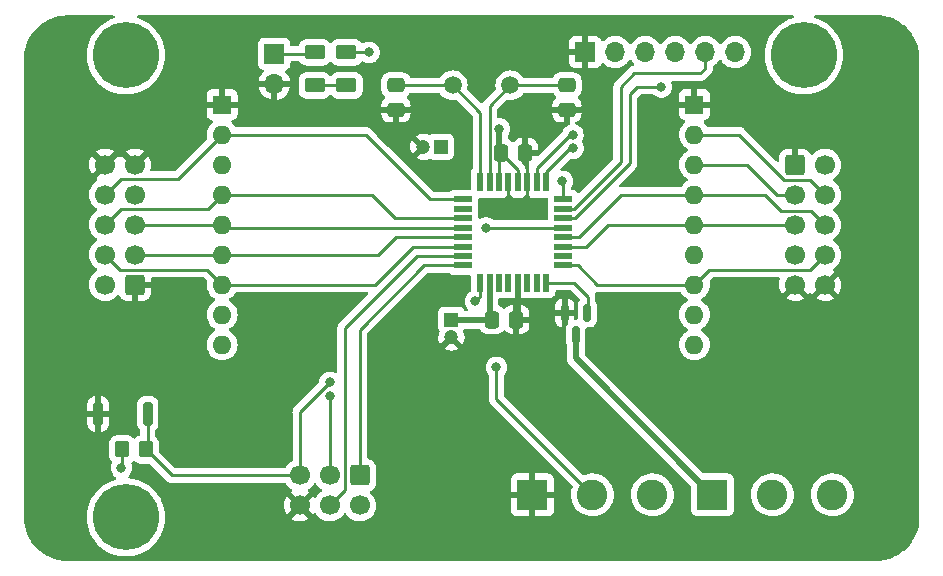
<source format=gbr>
%TF.GenerationSoftware,KiCad,Pcbnew,(6.0.11)*%
%TF.CreationDate,2023-02-12T20:23:43+01:00*%
%TF.ProjectId,ParentsHob2HoodController,50617265-6e74-4734-986f-6232486f6f64,rev?*%
%TF.SameCoordinates,Original*%
%TF.FileFunction,Copper,L1,Top*%
%TF.FilePolarity,Positive*%
%FSLAX46Y46*%
G04 Gerber Fmt 4.6, Leading zero omitted, Abs format (unit mm)*
G04 Created by KiCad (PCBNEW (6.0.11)) date 2023-02-12 20:23:43*
%MOMM*%
%LPD*%
G01*
G04 APERTURE LIST*
G04 Aperture macros list*
%AMRoundRect*
0 Rectangle with rounded corners*
0 $1 Rounding radius*
0 $2 $3 $4 $5 $6 $7 $8 $9 X,Y pos of 4 corners*
0 Add a 4 corners polygon primitive as box body*
4,1,4,$2,$3,$4,$5,$6,$7,$8,$9,$2,$3,0*
0 Add four circle primitives for the rounded corners*
1,1,$1+$1,$2,$3*
1,1,$1+$1,$4,$5*
1,1,$1+$1,$6,$7*
1,1,$1+$1,$8,$9*
0 Add four rect primitives between the rounded corners*
20,1,$1+$1,$2,$3,$4,$5,0*
20,1,$1+$1,$4,$5,$6,$7,0*
20,1,$1+$1,$6,$7,$8,$9,0*
20,1,$1+$1,$8,$9,$2,$3,0*%
G04 Aperture macros list end*
%TA.AperFunction,ComponentPad*%
%ADD10C,5.600000*%
%TD*%
%TA.AperFunction,SMDPad,CuDef*%
%ADD11RoundRect,0.250000X0.475000X-0.337500X0.475000X0.337500X-0.475000X0.337500X-0.475000X-0.337500X0*%
%TD*%
%TA.AperFunction,SMDPad,CuDef*%
%ADD12RoundRect,0.250000X0.625000X-0.375000X0.625000X0.375000X-0.625000X0.375000X-0.625000X-0.375000X0*%
%TD*%
%TA.AperFunction,SMDPad,CuDef*%
%ADD13RoundRect,0.250000X-0.350000X-0.450000X0.350000X-0.450000X0.350000X0.450000X-0.350000X0.450000X0*%
%TD*%
%TA.AperFunction,ComponentPad*%
%ADD14R,1.700000X1.700000*%
%TD*%
%TA.AperFunction,ComponentPad*%
%ADD15O,1.700000X1.700000*%
%TD*%
%TA.AperFunction,ComponentPad*%
%ADD16R,1.200000X1.200000*%
%TD*%
%TA.AperFunction,ComponentPad*%
%ADD17C,1.200000*%
%TD*%
%TA.AperFunction,SMDPad,CuDef*%
%ADD18RoundRect,0.200000X0.200000X0.800000X-0.200000X0.800000X-0.200000X-0.800000X0.200000X-0.800000X0*%
%TD*%
%TA.AperFunction,ComponentPad*%
%ADD19C,1.500000*%
%TD*%
%TA.AperFunction,SMDPad,CuDef*%
%ADD20RoundRect,0.250000X-0.475000X0.337500X-0.475000X-0.337500X0.475000X-0.337500X0.475000X0.337500X0*%
%TD*%
%TA.AperFunction,ComponentPad*%
%ADD21RoundRect,0.250000X-0.600000X0.600000X-0.600000X-0.600000X0.600000X-0.600000X0.600000X0.600000X0*%
%TD*%
%TA.AperFunction,ComponentPad*%
%ADD22C,1.700000*%
%TD*%
%TA.AperFunction,ComponentPad*%
%ADD23R,1.600000X1.600000*%
%TD*%
%TA.AperFunction,ComponentPad*%
%ADD24O,1.600000X1.600000*%
%TD*%
%TA.AperFunction,SMDPad,CuDef*%
%ADD25RoundRect,0.150000X-0.150000X0.587500X-0.150000X-0.587500X0.150000X-0.587500X0.150000X0.587500X0*%
%TD*%
%TA.AperFunction,ComponentPad*%
%ADD26RoundRect,0.250000X-0.600000X-0.600000X0.600000X-0.600000X0.600000X0.600000X-0.600000X0.600000X0*%
%TD*%
%TA.AperFunction,SMDPad,CuDef*%
%ADD27RoundRect,0.250000X-0.337500X-0.475000X0.337500X-0.475000X0.337500X0.475000X-0.337500X0.475000X0*%
%TD*%
%TA.AperFunction,SMDPad,CuDef*%
%ADD28R,0.550000X1.600000*%
%TD*%
%TA.AperFunction,SMDPad,CuDef*%
%ADD29R,1.600000X0.550000*%
%TD*%
%TA.AperFunction,SMDPad,CuDef*%
%ADD30RoundRect,0.250000X0.337500X0.475000X-0.337500X0.475000X-0.337500X-0.475000X0.337500X-0.475000X0*%
%TD*%
%TA.AperFunction,ComponentPad*%
%ADD31RoundRect,0.250000X0.600000X0.600000X-0.600000X0.600000X-0.600000X-0.600000X0.600000X-0.600000X0*%
%TD*%
%TA.AperFunction,ComponentPad*%
%ADD32R,2.600000X2.600000*%
%TD*%
%TA.AperFunction,ComponentPad*%
%ADD33C,2.600000*%
%TD*%
%TA.AperFunction,ViaPad*%
%ADD34C,0.800000*%
%TD*%
%TA.AperFunction,Conductor*%
%ADD35C,0.500000*%
%TD*%
%TA.AperFunction,Conductor*%
%ADD36C,0.250000*%
%TD*%
G04 APERTURE END LIST*
D10*
%TO.P,H1,1,1*%
%TO.N,unconnected-(H1-Pad1)*%
X89408000Y-22352000D03*
%TD*%
D11*
%TO.P,C4,1*%
%TO.N,GND*%
X54864000Y-26945500D03*
%TO.P,C4,2*%
%TO.N,Net-(C4-Pad2)*%
X54864000Y-24870500D03*
%TD*%
D12*
%TO.P,D1,1,K*%
%TO.N,Net-(D1-Pad1)*%
X50673000Y-24895000D03*
%TO.P,D1,2,A*%
%TO.N,+5V*%
X50673000Y-22095000D03*
%TD*%
D13*
%TO.P,R3,1*%
%TO.N,+5V*%
X31689800Y-55727600D03*
%TO.P,R3,2*%
%TO.N,RESET*%
X33689800Y-55727600D03*
%TD*%
D14*
%TO.P,J6,1,Pin_1*%
%TO.N,Net-(J6-Pad1)*%
X44577000Y-22230000D03*
D15*
%TO.P,J6,2,Pin_2*%
%TO.N,GND*%
X44577000Y-24770000D03*
%TD*%
D16*
%TO.P,C6,1*%
%TO.N,+5V*%
X59563000Y-44743401D03*
D17*
%TO.P,C6,2*%
%TO.N,GND*%
X59563000Y-46243401D03*
%TD*%
D12*
%TO.P,R1,1*%
%TO.N,Net-(D1-Pad1)*%
X48006000Y-24895000D03*
%TO.P,R1,2*%
%TO.N,Net-(J6-Pad1)*%
X48006000Y-22095000D03*
%TD*%
D18*
%TO.P,SW1,1,A*%
%TO.N,RESET*%
X33850000Y-52705000D03*
%TO.P,SW1,2,B*%
%TO.N,GND*%
X29650000Y-52705000D03*
%TD*%
D16*
%TO.P,C7,1*%
%TO.N,+5V*%
X58674000Y-30099000D03*
D17*
%TO.P,C7,2*%
%TO.N,GND*%
X57174000Y-30099000D03*
%TD*%
D19*
%TO.P,Y1,1,1*%
%TO.N,Net-(C3-Pad1)*%
X64553000Y-24892000D03*
%TO.P,Y1,2,2*%
%TO.N,Net-(C4-Pad2)*%
X59673000Y-24892000D03*
%TD*%
D20*
%TO.P,C3,1*%
%TO.N,Net-(C3-Pad1)*%
X69342000Y-24870500D03*
%TO.P,C3,2*%
%TO.N,GND*%
X69342000Y-26945500D03*
%TD*%
D21*
%TO.P,J1,1,Pin_1*%
%TO.N,MISO*%
X51821000Y-57921500D03*
D22*
%TO.P,J1,2,Pin_2*%
%TO.N,+5V*%
X51821000Y-60461500D03*
%TO.P,J1,3,Pin_3*%
%TO.N,SCK*%
X49281000Y-57921500D03*
%TO.P,J1,4,Pin_4*%
%TO.N,MOSI*%
X49281000Y-60461500D03*
%TO.P,J1,5,Pin_5*%
%TO.N,RESET*%
X46741000Y-57921500D03*
%TO.P,J1,6,Pin_6*%
%TO.N,GND*%
X46741000Y-60461500D03*
%TD*%
D23*
%TO.P,RN1,1,common*%
%TO.N,GND*%
X80137000Y-26528000D03*
D24*
%TO.P,RN1,2,R1*%
%TO.N,RL_4*%
X80137000Y-29068000D03*
%TO.P,RN1,3,R2*%
%TO.N,RL_3*%
X80137000Y-31608000D03*
%TO.P,RN1,4,R3*%
%TO.N,RL_6*%
X80137000Y-34148000D03*
%TO.P,RN1,5,R4*%
%TO.N,RL_5*%
X80137000Y-36688000D03*
%TO.P,RN1,6,R5*%
%TO.N,unconnected-(RN1-Pad6)*%
X80137000Y-39228000D03*
%TO.P,RN1,7,R6*%
%TO.N,RL_8*%
X80137000Y-41768000D03*
%TO.P,RN1,8,R7*%
%TO.N,unconnected-(RN1-Pad8)*%
X80137000Y-44308000D03*
%TO.P,RN1,9,R8*%
%TO.N,unconnected-(RN1-Pad9)*%
X80137000Y-46848000D03*
%TD*%
D10*
%TO.P,H3,1,1*%
%TO.N,unconnected-(H3-Pad1)*%
X32004000Y-61468000D03*
%TD*%
D25*
%TO.P,Q1,1,G*%
%TO.N,EXT_FAN_ON*%
X71054000Y-44147500D03*
%TO.P,Q1,2,S*%
%TO.N,GND*%
X69154000Y-44147500D03*
%TO.P,Q1,3,D*%
%TO.N,Net-(J5-Pad1)*%
X70104000Y-46022500D03*
%TD*%
D26*
%TO.P,J3,1,Pin_1*%
%TO.N,GND*%
X88655500Y-31623000D03*
D22*
%TO.P,J3,2,Pin_2*%
%TO.N,+5V*%
X91195500Y-31623000D03*
%TO.P,J3,3,Pin_3*%
%TO.N,RL_3*%
X88655500Y-34163000D03*
%TO.P,J3,4,Pin_4*%
%TO.N,RL_4*%
X91195500Y-34163000D03*
%TO.P,J3,5,Pin_5*%
%TO.N,RL_5*%
X88655500Y-36703000D03*
%TO.P,J3,6,Pin_6*%
%TO.N,RL_6*%
X91195500Y-36703000D03*
%TO.P,J3,7,Pin_7*%
%TO.N,SPECIAL_7*%
X88655500Y-39243000D03*
%TO.P,J3,8,Pin_8*%
%TO.N,RL_8*%
X91195500Y-39243000D03*
%TO.P,J3,9,Pin_9*%
%TO.N,GND*%
X88655500Y-41783000D03*
%TO.P,J3,10,Pin_10*%
X91195500Y-41783000D03*
%TD*%
D27*
%TO.P,C5,1*%
%TO.N,+5V*%
X62995900Y-44729400D03*
%TO.P,C5,2*%
%TO.N,GND*%
X65070900Y-44729400D03*
%TD*%
D28*
%TO.P,U3,1,PD3*%
%TO.N,RL_3*%
X67586400Y-33092400D03*
%TO.P,U3,2,PD4*%
%TO.N,RL_4*%
X66786400Y-33092400D03*
%TO.P,U3,3,GND*%
%TO.N,GND*%
X65986400Y-33092400D03*
%TO.P,U3,4,VCC*%
%TO.N,+5V*%
X65186400Y-33092400D03*
%TO.P,U3,5,GND*%
%TO.N,GND*%
X64386400Y-33092400D03*
%TO.P,U3,6,VCC*%
%TO.N,+5V*%
X63586400Y-33092400D03*
%TO.P,U3,7,XTAL1/PB6*%
%TO.N,Net-(C3-Pad1)*%
X62786400Y-33092400D03*
%TO.P,U3,8,XTAL2/PB7*%
%TO.N,Net-(C4-Pad2)*%
X61986400Y-33092400D03*
D29*
%TO.P,U3,9,PD5*%
%TO.N,CL_8*%
X60536400Y-34542400D03*
%TO.P,U3,10,PD6*%
%TO.N,unconnected-(U3-Pad10)*%
X60536400Y-35342400D03*
%TO.P,U3,11,PD7*%
%TO.N,CL_6*%
X60536400Y-36142400D03*
%TO.P,U3,12,PB0*%
%TO.N,CL_5*%
X60536400Y-36942400D03*
%TO.P,U3,13,PB1*%
%TO.N,CL_3*%
X60536400Y-37742400D03*
%TO.P,U3,14,PB2*%
%TO.N,CL_4*%
X60536400Y-38542400D03*
%TO.P,U3,15,PB3*%
%TO.N,MOSI*%
X60536400Y-39342400D03*
%TO.P,U3,16,PB4*%
%TO.N,MISO*%
X60536400Y-40142400D03*
D28*
%TO.P,U3,17,PB5*%
%TO.N,SCK*%
X61986400Y-41592400D03*
%TO.P,U3,18,AVCC*%
%TO.N,+5V*%
X62786400Y-41592400D03*
%TO.P,U3,19,ADC6*%
%TO.N,unconnected-(U3-Pad19)*%
X63586400Y-41592400D03*
%TO.P,U3,20,AREF*%
%TO.N,unconnected-(U3-Pad20)*%
X64386400Y-41592400D03*
%TO.P,U3,21,GND*%
%TO.N,GND*%
X65186400Y-41592400D03*
%TO.P,U3,22,ADC7*%
%TO.N,unconnected-(U3-Pad22)*%
X65986400Y-41592400D03*
%TO.P,U3,23,PC0*%
%TO.N,unconnected-(U3-Pad23)*%
X66786400Y-41592400D03*
%TO.P,U3,24,PC1*%
%TO.N,EXT_FAN_ON*%
X67586400Y-41592400D03*
D29*
%TO.P,U3,25,PC2*%
%TO.N,RL_8*%
X69036400Y-40142400D03*
%TO.P,U3,26,PC3*%
%TO.N,unconnected-(U3-Pad26)*%
X69036400Y-39342400D03*
%TO.P,U3,27,PC4*%
%TO.N,RL_5*%
X69036400Y-38542400D03*
%TO.P,U3,28,PC5*%
%TO.N,RL_6*%
X69036400Y-37742400D03*
%TO.P,U3,29,~{RESET}/PC6*%
%TO.N,RESET*%
X69036400Y-36942400D03*
%TO.P,U3,30,PD0*%
%TO.N,RXD*%
X69036400Y-36142400D03*
%TO.P,U3,31,PD1*%
%TO.N,TXD*%
X69036400Y-35342400D03*
%TO.P,U3,32,PD2*%
%TO.N,IR_RECV*%
X69036400Y-34542400D03*
%TD*%
D30*
%TO.P,C1,1*%
%TO.N,GND*%
X65807500Y-30607000D03*
%TO.P,C1,2*%
%TO.N,+5V*%
X63732500Y-30607000D03*
%TD*%
D10*
%TO.P,H2,1,1*%
%TO.N,unconnected-(H2-Pad1)*%
X32004000Y-22352000D03*
%TD*%
D31*
%TO.P,J2,1,Pin_1*%
%TO.N,GND*%
X32771500Y-41783000D03*
D22*
%TO.P,J2,2,Pin_2*%
%TO.N,+5V*%
X30231500Y-41783000D03*
%TO.P,J2,3,Pin_3*%
%TO.N,CL_3*%
X32771500Y-39243000D03*
%TO.P,J2,4,Pin_4*%
%TO.N,CL_4*%
X30231500Y-39243000D03*
%TO.P,J2,5,Pin_5*%
%TO.N,CL_5*%
X32771500Y-36703000D03*
%TO.P,J2,6,Pin_6*%
%TO.N,CL_6*%
X30231500Y-36703000D03*
%TO.P,J2,7,Pin_7*%
%TO.N,SPECIAL_7*%
X32771500Y-34163000D03*
%TO.P,J2,8,Pin_8*%
%TO.N,CL_8*%
X30231500Y-34163000D03*
%TO.P,J2,9,Pin_9*%
%TO.N,GND*%
X32771500Y-31623000D03*
%TO.P,J2,10,Pin_10*%
X30231500Y-31623000D03*
%TD*%
D32*
%TO.P,J5,1,Pin_1*%
%TO.N,Net-(J5-Pad1)*%
X81661000Y-59563000D03*
D33*
%TO.P,J5,2,Pin_2*%
%TO.N,unconnected-(J5-Pad2)*%
X86741000Y-59563000D03*
%TO.P,J5,3,Pin_3*%
%TO.N,+5V*%
X91821000Y-59563000D03*
%TD*%
D23*
%TO.P,RN2,1,common*%
%TO.N,GND*%
X40147000Y-26528000D03*
D24*
%TO.P,RN2,2,R1*%
%TO.N,CL_8*%
X40147000Y-29068000D03*
%TO.P,RN2,3,R2*%
%TO.N,unconnected-(RN2-Pad3)*%
X40147000Y-31608000D03*
%TO.P,RN2,4,R3*%
%TO.N,CL_6*%
X40147000Y-34148000D03*
%TO.P,RN2,5,R4*%
%TO.N,CL_5*%
X40147000Y-36688000D03*
%TO.P,RN2,6,R5*%
%TO.N,CL_3*%
X40147000Y-39228000D03*
%TO.P,RN2,7,R6*%
%TO.N,CL_4*%
X40147000Y-41768000D03*
%TO.P,RN2,8,R7*%
%TO.N,unconnected-(RN2-Pad8)*%
X40147000Y-44308000D03*
%TO.P,RN2,9,R8*%
%TO.N,unconnected-(RN2-Pad9)*%
X40147000Y-46848000D03*
%TD*%
D14*
%TO.P,J7,1,Pin_1*%
%TO.N,GND*%
X70891000Y-22073000D03*
D15*
%TO.P,J7,2,Pin_2*%
%TO.N,unconnected-(J7-Pad2)*%
X73431000Y-22073000D03*
%TO.P,J7,3,Pin_3*%
%TO.N,unconnected-(J7-Pad3)*%
X75971000Y-22073000D03*
%TO.P,J7,4,Pin_4*%
%TO.N,RXD*%
X78511000Y-22073000D03*
%TO.P,J7,5,Pin_5*%
%TO.N,TXD*%
X81051000Y-22073000D03*
%TO.P,J7,6,Pin_6*%
%TO.N,unconnected-(J7-Pad6)*%
X83591000Y-22073000D03*
%TD*%
D32*
%TO.P,J4,1,Pin_1*%
%TO.N,GND*%
X66421000Y-59563000D03*
D33*
%TO.P,J4,2,Pin_2*%
%TO.N,IR_RECV*%
X71501000Y-59563000D03*
%TO.P,J4,3,Pin_3*%
%TO.N,+5V*%
X76581000Y-59563000D03*
%TD*%
D34*
%TO.N,+5V*%
X31623000Y-57277000D03*
X52578000Y-22098000D03*
X63627000Y-28575000D03*
%TO.N,SCK*%
X49276000Y-51181000D03*
X61595000Y-43180000D03*
%TO.N,RESET*%
X49276000Y-50038000D03*
X62484000Y-36957000D03*
%TO.N,IR_RECV*%
X68961000Y-33020000D03*
X63373000Y-48768000D03*
%TO.N,RL_4*%
X69850000Y-29083000D03*
%TO.N,RL_3*%
X69850000Y-30226000D03*
%TO.N,RXD*%
X77343000Y-25019000D03*
%TD*%
D35*
%TO.N,GND*%
X65186400Y-41592400D02*
X65186400Y-44613900D01*
X65186400Y-44613900D02*
X65070900Y-44729400D01*
%TO.N,+5V*%
X62786400Y-41592400D02*
X62786400Y-44519900D01*
X62786400Y-44519900D02*
X62995900Y-44729400D01*
D36*
%TO.N,GND*%
X64386400Y-33092400D02*
X64386400Y-34160400D01*
X64386400Y-34160400D02*
X64770000Y-34544000D01*
X64770000Y-34544000D02*
X65659000Y-34544000D01*
X65659000Y-34544000D02*
X65986400Y-34216600D01*
X65986400Y-34216600D02*
X65986400Y-33092400D01*
%TO.N,CL_4*%
X30231500Y-39258000D02*
X31486500Y-40513000D01*
X31486500Y-40513000D02*
X38892000Y-40513000D01*
X38892000Y-40513000D02*
X40147000Y-41768000D01*
%TO.N,GND*%
X65807500Y-30607000D02*
X65986400Y-30785900D01*
X65986400Y-30785900D02*
X65986400Y-33092400D01*
%TO.N,Net-(C3-Pad1)*%
X69320500Y-24892000D02*
X69342000Y-24870500D01*
X62786400Y-33092400D02*
X62786400Y-26658600D01*
X64553000Y-24892000D02*
X69320500Y-24892000D01*
X62786400Y-26658600D02*
X64553000Y-24892000D01*
%TO.N,+5V*%
X63586400Y-30753100D02*
X63586400Y-33092400D01*
X63751000Y-30607000D02*
X63732500Y-30607000D01*
D35*
X59563000Y-44743401D02*
X62981899Y-44743401D01*
D36*
X63732500Y-30607000D02*
X63586400Y-30753100D01*
X31689800Y-55727600D02*
X31689800Y-57210200D01*
D35*
X63627000Y-28575000D02*
X63627000Y-30501500D01*
X62981899Y-44743401D02*
X62995900Y-44729400D01*
D36*
X65186400Y-33092400D02*
X65186400Y-32042400D01*
X50673000Y-22095000D02*
X52575000Y-22095000D01*
D35*
X63627000Y-30501500D02*
X63732500Y-30607000D01*
D36*
X52575000Y-22095000D02*
X52578000Y-22098000D01*
X31689800Y-57210200D02*
X31623000Y-57277000D01*
X65186400Y-32042400D02*
X63751000Y-30607000D01*
%TO.N,Net-(C4-Pad2)*%
X61986400Y-27205400D02*
X59673000Y-24892000D01*
X54885500Y-24892000D02*
X59673000Y-24892000D01*
X54864000Y-24870500D02*
X54885500Y-24892000D01*
X61986400Y-33092400D02*
X61986400Y-27205400D01*
%TO.N,MISO*%
X51821000Y-45588000D02*
X51821000Y-57921500D01*
X57266600Y-40142400D02*
X51821000Y-45588000D01*
X60536400Y-40142400D02*
X57266600Y-40142400D01*
%TO.N,SCK*%
X49281000Y-57921500D02*
X49281000Y-51186000D01*
X61986400Y-41592400D02*
X61986400Y-42788600D01*
X49281000Y-51186000D02*
X49276000Y-51181000D01*
X61986400Y-42788600D02*
X61595000Y-43180000D01*
%TO.N,MOSI*%
X50546000Y-59196500D02*
X49281000Y-60461500D01*
X50546000Y-45466000D02*
X50546000Y-59196500D01*
X56669600Y-39342400D02*
X50546000Y-45466000D01*
X60536400Y-39342400D02*
X56669600Y-39342400D01*
%TO.N,RESET*%
X33850000Y-52705000D02*
X33850000Y-55567400D01*
X69036400Y-36942400D02*
X62498600Y-36942400D01*
X33689800Y-55727600D02*
X35883700Y-57921500D01*
X35883700Y-57921500D02*
X46741000Y-57921500D01*
X33850000Y-55567400D02*
X33689800Y-55727600D01*
X46741000Y-57921500D02*
X46741000Y-52573000D01*
X46741000Y-52573000D02*
X49276000Y-50038000D01*
X62498600Y-36942400D02*
X62484000Y-36957000D01*
%TO.N,Net-(J6-Pad1)*%
X44577000Y-22230000D02*
X47871000Y-22230000D01*
X47871000Y-22230000D02*
X48006000Y-22095000D01*
%TO.N,IR_RECV*%
X69036400Y-33095400D02*
X68961000Y-33020000D01*
X63373000Y-48768000D02*
X63373000Y-51435000D01*
X69036400Y-34542400D02*
X69036400Y-33095400D01*
X63373000Y-51435000D02*
X71501000Y-59563000D01*
%TO.N,RL_4*%
X66786400Y-33092400D02*
X66786400Y-31892600D01*
X87757000Y-32893000D02*
X83932000Y-29068000D01*
X69596000Y-29083000D02*
X69850000Y-29083000D01*
X83932000Y-29068000D02*
X80137000Y-29068000D01*
X66786400Y-31892600D02*
X69596000Y-29083000D01*
X91195500Y-34163000D02*
X89925500Y-32893000D01*
X89925500Y-32893000D02*
X87757000Y-32893000D01*
%TO.N,RL_6*%
X87471000Y-35528000D02*
X86091000Y-34148000D01*
X70334600Y-37742400D02*
X73929000Y-34148000D01*
X86091000Y-34148000D02*
X80137000Y-34148000D01*
X73929000Y-34148000D02*
X80137000Y-34148000D01*
X90020500Y-35528000D02*
X87471000Y-35528000D01*
X91195500Y-36703000D02*
X90020500Y-35528000D01*
X69036400Y-37742400D02*
X70334600Y-37742400D01*
%TO.N,RL_8*%
X71867000Y-41768000D02*
X80137000Y-41768000D01*
X91195500Y-39243000D02*
X89925500Y-40513000D01*
X69036400Y-40142400D02*
X70241400Y-40142400D01*
X70241400Y-40142400D02*
X71867000Y-41768000D01*
X89925500Y-40513000D02*
X81392000Y-40513000D01*
X81392000Y-40513000D02*
X80137000Y-41768000D01*
%TO.N,CL_4*%
X56326600Y-38542400D02*
X53101000Y-41768000D01*
X53101000Y-41768000D02*
X40147000Y-41768000D01*
X60536400Y-38542400D02*
X56326600Y-38542400D01*
%TO.N,CL_6*%
X60536400Y-36142400D02*
X54811400Y-36142400D01*
X54811400Y-36142400D02*
X52817000Y-34148000D01*
X52817000Y-34148000D02*
X40147000Y-34148000D01*
X30231500Y-36718000D02*
X31596500Y-35353000D01*
X38942000Y-35353000D02*
X40147000Y-34148000D01*
X31596500Y-35353000D02*
X38942000Y-35353000D01*
%TO.N,CL_8*%
X30231500Y-34178000D02*
X31596500Y-32813000D01*
X52309000Y-29068000D02*
X40147000Y-29068000D01*
X36402000Y-32813000D02*
X40147000Y-29068000D01*
X57783400Y-34542400D02*
X52309000Y-29068000D01*
X31596500Y-32813000D02*
X36402000Y-32813000D01*
X60536400Y-34542400D02*
X57783400Y-34542400D01*
%TO.N,CL_3*%
X32771500Y-39258000D02*
X40117000Y-39258000D01*
X54840600Y-37742400D02*
X53355000Y-39228000D01*
X53355000Y-39228000D02*
X40147000Y-39228000D01*
X40117000Y-39258000D02*
X40147000Y-39228000D01*
X60536400Y-37742400D02*
X54840600Y-37742400D01*
%TO.N,CL_5*%
X40401400Y-36942400D02*
X40147000Y-36688000D01*
X40117000Y-36718000D02*
X40147000Y-36688000D01*
X60536400Y-36942400D02*
X40401400Y-36942400D01*
X32771500Y-36718000D02*
X40117000Y-36718000D01*
%TO.N,RL_3*%
X69596000Y-30226000D02*
X69850000Y-30226000D01*
X84567000Y-31608000D02*
X87122000Y-34163000D01*
X67586400Y-33092400D02*
X67586400Y-32235600D01*
X80137000Y-31608000D02*
X84567000Y-31608000D01*
X67586400Y-32235600D02*
X69596000Y-30226000D01*
X87122000Y-34163000D02*
X88655500Y-34163000D01*
%TO.N,RL_5*%
X70931600Y-38542400D02*
X72786000Y-36688000D01*
X69036400Y-38542400D02*
X70931600Y-38542400D01*
X88655500Y-36703000D02*
X80152000Y-36703000D01*
X80152000Y-36703000D02*
X80137000Y-36688000D01*
X72786000Y-36688000D02*
X80137000Y-36688000D01*
D35*
%TO.N,Net-(J5-Pad1)*%
X70104000Y-48006000D02*
X70104000Y-46022500D01*
X81661000Y-59563000D02*
X70104000Y-48006000D01*
D36*
%TO.N,Net-(D1-Pad1)*%
X50673000Y-24895000D02*
X48006000Y-24895000D01*
%TO.N,EXT_FAN_ON*%
X71120000Y-44081500D02*
X71054000Y-44147500D01*
X67586400Y-41592400D02*
X69913400Y-41592400D01*
X69913400Y-41592400D02*
X71120000Y-42799000D01*
X71120000Y-42799000D02*
X71120000Y-44081500D01*
%TO.N,RXD*%
X70029600Y-36142400D02*
X74676000Y-31496000D01*
X74676000Y-31496000D02*
X74676000Y-25654000D01*
X75311000Y-25019000D02*
X77343000Y-25019000D01*
X74676000Y-25654000D02*
X75311000Y-25019000D01*
X69036400Y-36142400D02*
X70029600Y-36142400D01*
%TO.N,TXD*%
X69036400Y-35342400D02*
X69940600Y-35342400D01*
X73914000Y-31369000D02*
X73914000Y-25019000D01*
X69940600Y-35342400D02*
X73914000Y-31369000D01*
X80645000Y-23876000D02*
X81051000Y-23470000D01*
X73914000Y-25019000D02*
X75057000Y-23876000D01*
X75057000Y-23876000D02*
X80645000Y-23876000D01*
X81051000Y-23470000D02*
X81051000Y-22073000D01*
%TD*%
%TA.AperFunction,Conductor*%
%TO.N,GND*%
G36*
X95474213Y-18925030D02*
G01*
X95477221Y-18925498D01*
X95488853Y-18927310D01*
X95488856Y-18927310D01*
X95497724Y-18928691D01*
X95517079Y-18926160D01*
X95539594Y-18925248D01*
X95858772Y-18940929D01*
X95871066Y-18942139D01*
X96216296Y-18993350D01*
X96228418Y-18995760D01*
X96251212Y-19001470D01*
X96566967Y-19080563D01*
X96578799Y-19084152D01*
X96907404Y-19201729D01*
X96918828Y-19206461D01*
X97234324Y-19355679D01*
X97245225Y-19361506D01*
X97353625Y-19426478D01*
X97544581Y-19540933D01*
X97554862Y-19547803D01*
X97835181Y-19755702D01*
X97844739Y-19763546D01*
X98103334Y-19997922D01*
X98112078Y-20006666D01*
X98346454Y-20265261D01*
X98354298Y-20274819D01*
X98562197Y-20555138D01*
X98569067Y-20565419D01*
X98594530Y-20607901D01*
X98742465Y-20854715D01*
X98748492Y-20864771D01*
X98754319Y-20875672D01*
X98794913Y-20961500D01*
X98903539Y-21191172D01*
X98908271Y-21202596D01*
X99025848Y-21531201D01*
X99029437Y-21543033D01*
X99076954Y-21732729D01*
X99097095Y-21813135D01*
X99114239Y-21881579D01*
X99116650Y-21893704D01*
X99153617Y-22142908D01*
X99167860Y-22238929D01*
X99169071Y-22251228D01*
X99180079Y-22475279D01*
X99184390Y-22563034D01*
X99183042Y-22588598D01*
X99181309Y-22599724D01*
X99184840Y-22626727D01*
X99185436Y-22631283D01*
X99186500Y-22647621D01*
X99186500Y-61418633D01*
X99185000Y-61438018D01*
X99182690Y-61452851D01*
X99182690Y-61452855D01*
X99181309Y-61461724D01*
X99183840Y-61481079D01*
X99184752Y-61503594D01*
X99169653Y-61810945D01*
X99169072Y-61822766D01*
X99167861Y-61835066D01*
X99117958Y-62171484D01*
X99116651Y-62180293D01*
X99114239Y-62192421D01*
X99029437Y-62530967D01*
X99025848Y-62542799D01*
X98908271Y-62871404D01*
X98903539Y-62882828D01*
X98754321Y-63198324D01*
X98748492Y-63209229D01*
X98569067Y-63508581D01*
X98562197Y-63518862D01*
X98354298Y-63799181D01*
X98346454Y-63808739D01*
X98112078Y-64067334D01*
X98103334Y-64076078D01*
X97844739Y-64310454D01*
X97835181Y-64318298D01*
X97554862Y-64526197D01*
X97544581Y-64533067D01*
X97511455Y-64552922D01*
X97325501Y-64664379D01*
X97245229Y-64712492D01*
X97234328Y-64718319D01*
X97114186Y-64775142D01*
X96918828Y-64867539D01*
X96907404Y-64872271D01*
X96578799Y-64989848D01*
X96566967Y-64993437D01*
X96326293Y-65053723D01*
X96228418Y-65078240D01*
X96216296Y-65080650D01*
X95871066Y-65131861D01*
X95858772Y-65133071D01*
X95546962Y-65148390D01*
X95521402Y-65147042D01*
X95510276Y-65145309D01*
X95478714Y-65149436D01*
X95462379Y-65150500D01*
X27100367Y-65150500D01*
X27080982Y-65149000D01*
X27066149Y-65146690D01*
X27066145Y-65146690D01*
X27057276Y-65145309D01*
X27037921Y-65147840D01*
X27015406Y-65148752D01*
X26696228Y-65133071D01*
X26683934Y-65131861D01*
X26338704Y-65080650D01*
X26326582Y-65078240D01*
X26228707Y-65053723D01*
X25988033Y-64993437D01*
X25976201Y-64989848D01*
X25647596Y-64872271D01*
X25636172Y-64867539D01*
X25440814Y-64775142D01*
X25320672Y-64718319D01*
X25309771Y-64712492D01*
X25229500Y-64664379D01*
X25043545Y-64552922D01*
X25010419Y-64533067D01*
X25000138Y-64526197D01*
X24719819Y-64318298D01*
X24710261Y-64310454D01*
X24451666Y-64076078D01*
X24442922Y-64067334D01*
X24208546Y-63808739D01*
X24200702Y-63799181D01*
X23992803Y-63518862D01*
X23985933Y-63508581D01*
X23806508Y-63209229D01*
X23800679Y-63198324D01*
X23651461Y-62882828D01*
X23646729Y-62871404D01*
X23529152Y-62542799D01*
X23525563Y-62530967D01*
X23440761Y-62192421D01*
X23438349Y-62180293D01*
X23437042Y-62171484D01*
X23387139Y-61835066D01*
X23385928Y-61822765D01*
X23385348Y-61810945D01*
X23374750Y-61595223D01*
X23370794Y-61514698D01*
X23372388Y-61487613D01*
X23372768Y-61485356D01*
X23372768Y-61485351D01*
X23373576Y-61480552D01*
X23373729Y-61468000D01*
X23372073Y-61456434D01*
X28690661Y-61456434D01*
X28690833Y-61459829D01*
X28690833Y-61459830D01*
X28702536Y-61690838D01*
X28708792Y-61814340D01*
X28709329Y-61817695D01*
X28709330Y-61817701D01*
X28714316Y-61848828D01*
X28765470Y-62168195D01*
X28860033Y-62513859D01*
X28991374Y-62847288D01*
X29157957Y-63164582D01*
X29159858Y-63167411D01*
X29159864Y-63167421D01*
X29343569Y-63440800D01*
X29357834Y-63462029D01*
X29588665Y-63736150D01*
X29847751Y-63983738D01*
X30132061Y-64201897D01*
X30164056Y-64221350D01*
X30435355Y-64386303D01*
X30435360Y-64386306D01*
X30438270Y-64388075D01*
X30441358Y-64389521D01*
X30441357Y-64389521D01*
X30759710Y-64538649D01*
X30759720Y-64538653D01*
X30762794Y-64540093D01*
X30766012Y-64541195D01*
X30766015Y-64541196D01*
X31098615Y-64655071D01*
X31098623Y-64655073D01*
X31101838Y-64656174D01*
X31451435Y-64734959D01*
X31503728Y-64740917D01*
X31804114Y-64775142D01*
X31804122Y-64775142D01*
X31807497Y-64775527D01*
X31810901Y-64775545D01*
X31810904Y-64775545D01*
X32005227Y-64776562D01*
X32165857Y-64777403D01*
X32169243Y-64777053D01*
X32169245Y-64777053D01*
X32518932Y-64740917D01*
X32518941Y-64740916D01*
X32522324Y-64740566D01*
X32525657Y-64739852D01*
X32525660Y-64739851D01*
X32698186Y-64702864D01*
X32872727Y-64665446D01*
X33212968Y-64552922D01*
X33539066Y-64404311D01*
X33697139Y-64310454D01*
X33844262Y-64223099D01*
X33844267Y-64223096D01*
X33847207Y-64221350D01*
X34133786Y-64006180D01*
X34395451Y-63761319D01*
X34629140Y-63489630D01*
X34735750Y-63334512D01*
X34830190Y-63197101D01*
X34830195Y-63197094D01*
X34832120Y-63194292D01*
X34833732Y-63191298D01*
X34833737Y-63191290D01*
X34957894Y-62960705D01*
X35002017Y-62878760D01*
X35136842Y-62546724D01*
X35147142Y-62510568D01*
X35211443Y-62284837D01*
X35235020Y-62202070D01*
X35295401Y-61848828D01*
X35296243Y-61835071D01*
X35311455Y-61586353D01*
X45980977Y-61586353D01*
X45986258Y-61593407D01*
X46147756Y-61687779D01*
X46157042Y-61692229D01*
X46356001Y-61768203D01*
X46365899Y-61771079D01*
X46574595Y-61813538D01*
X46584823Y-61814757D01*
X46797650Y-61822562D01*
X46807936Y-61822095D01*
X47019185Y-61795034D01*
X47029262Y-61792892D01*
X47233255Y-61731691D01*
X47242842Y-61727933D01*
X47434098Y-61634238D01*
X47442944Y-61628965D01*
X47490247Y-61595223D01*
X47498648Y-61584523D01*
X47491660Y-61571370D01*
X46753812Y-60833522D01*
X46739868Y-60825908D01*
X46738035Y-60826039D01*
X46731420Y-60830290D01*
X45987737Y-61573973D01*
X45980977Y-61586353D01*
X35311455Y-61586353D01*
X35316389Y-61505671D01*
X35317278Y-61491131D01*
X35317359Y-61468000D01*
X35297979Y-61110159D01*
X35240066Y-60756505D01*
X35150451Y-60433363D01*
X45379050Y-60433363D01*
X45391309Y-60645977D01*
X45392745Y-60656197D01*
X45439565Y-60863946D01*
X45442645Y-60873775D01*
X45522770Y-61071103D01*
X45527413Y-61080294D01*
X45607460Y-61210920D01*
X45617916Y-61220380D01*
X45626694Y-61216596D01*
X46368978Y-60474312D01*
X46376592Y-60460368D01*
X46376461Y-60458535D01*
X46372210Y-60451920D01*
X45630849Y-59710559D01*
X45619313Y-59704259D01*
X45607031Y-59713882D01*
X45559089Y-59784162D01*
X45554004Y-59793113D01*
X45464338Y-59986283D01*
X45460775Y-59995970D01*
X45403864Y-60201181D01*
X45401933Y-60211300D01*
X45379302Y-60423074D01*
X45379050Y-60433363D01*
X35150451Y-60433363D01*
X35144297Y-60411173D01*
X35141243Y-60403497D01*
X35013052Y-60081369D01*
X35011793Y-60078205D01*
X34932831Y-59929072D01*
X34845702Y-59764513D01*
X34845698Y-59764506D01*
X34844103Y-59761494D01*
X34643190Y-59464746D01*
X34624015Y-59442135D01*
X34534043Y-59336044D01*
X34411403Y-59191432D01*
X34151454Y-58944750D01*
X33887898Y-58743974D01*
X33869091Y-58729647D01*
X33869089Y-58729646D01*
X33866384Y-58727585D01*
X33863472Y-58725828D01*
X33863467Y-58725825D01*
X33562443Y-58544236D01*
X33562437Y-58544233D01*
X33559528Y-58542478D01*
X33234475Y-58391593D01*
X33004488Y-58313747D01*
X32898255Y-58277789D01*
X32898250Y-58277788D01*
X32895028Y-58276697D01*
X32696681Y-58232724D01*
X32548493Y-58199871D01*
X32548487Y-58199870D01*
X32545158Y-58199132D01*
X32541763Y-58198757D01*
X32541762Y-58198757D01*
X32421681Y-58185500D01*
X32305946Y-58172723D01*
X32240432Y-58145367D01*
X32200108Y-58086933D01*
X32197776Y-58015975D01*
X32234225Y-57955887D01*
X32234253Y-57955866D01*
X32301225Y-57881486D01*
X32357621Y-57818852D01*
X32357622Y-57818851D01*
X32362040Y-57813944D01*
X32457527Y-57648556D01*
X32516542Y-57466928D01*
X32536504Y-57277000D01*
X32533475Y-57248180D01*
X32517232Y-57093635D01*
X32517232Y-57093633D01*
X32516542Y-57087072D01*
X32487456Y-56997554D01*
X32462479Y-56920683D01*
X32460452Y-56849715D01*
X32497114Y-56788918D01*
X32504049Y-56783000D01*
X32507920Y-56779932D01*
X32514148Y-56776078D01*
X32600584Y-56689491D01*
X32662866Y-56655412D01*
X32733686Y-56660415D01*
X32778775Y-56689336D01*
X32844510Y-56754956D01*
X32866497Y-56776905D01*
X32872727Y-56780745D01*
X32872728Y-56780746D01*
X32990562Y-56853380D01*
X33017062Y-56869715D01*
X33096805Y-56896164D01*
X33178411Y-56923232D01*
X33178413Y-56923232D01*
X33184939Y-56925397D01*
X33191775Y-56926097D01*
X33191778Y-56926098D01*
X33234831Y-56930509D01*
X33289400Y-56936100D01*
X33950206Y-56936100D01*
X34018327Y-56956102D01*
X34039301Y-56973005D01*
X35380043Y-58313747D01*
X35387587Y-58322037D01*
X35391700Y-58328518D01*
X35397477Y-58333943D01*
X35441367Y-58375158D01*
X35444209Y-58377913D01*
X35463930Y-58397634D01*
X35467125Y-58400112D01*
X35476147Y-58407818D01*
X35508379Y-58438086D01*
X35515328Y-58441906D01*
X35526132Y-58447846D01*
X35542656Y-58458699D01*
X35558659Y-58471113D01*
X35599243Y-58488676D01*
X35609873Y-58493883D01*
X35648640Y-58515195D01*
X35656317Y-58517166D01*
X35656322Y-58517168D01*
X35668258Y-58520232D01*
X35686966Y-58526637D01*
X35705555Y-58534681D01*
X35713383Y-58535921D01*
X35713390Y-58535923D01*
X35749224Y-58541599D01*
X35760844Y-58544005D01*
X35795576Y-58552922D01*
X35803670Y-58555000D01*
X35823924Y-58555000D01*
X35843634Y-58556551D01*
X35863643Y-58559720D01*
X35871535Y-58558974D01*
X35907661Y-58555559D01*
X35919519Y-58555000D01*
X45465274Y-58555000D01*
X45533395Y-58575002D01*
X45572707Y-58615165D01*
X45640987Y-58726588D01*
X45787250Y-58895438D01*
X45959126Y-59038132D01*
X46032445Y-59080976D01*
X46032955Y-59081274D01*
X46081679Y-59132912D01*
X46094750Y-59202695D01*
X46068019Y-59268467D01*
X46027562Y-59301827D01*
X46019460Y-59306044D01*
X46010734Y-59311539D01*
X45990677Y-59326599D01*
X45982223Y-59337927D01*
X45988968Y-59350258D01*
X46728188Y-60089478D01*
X46742132Y-60097092D01*
X46743965Y-60096961D01*
X46750580Y-60092710D01*
X47494389Y-59348901D01*
X47501410Y-59336044D01*
X47494611Y-59326713D01*
X47490559Y-59324021D01*
X47453602Y-59303620D01*
X47403631Y-59253187D01*
X47388859Y-59183745D01*
X47413975Y-59117339D01*
X47441327Y-59090732D01*
X47464797Y-59073991D01*
X47620860Y-58962673D01*
X47779096Y-58804989D01*
X47822940Y-58743974D01*
X47909453Y-58623577D01*
X47910776Y-58624528D01*
X47957645Y-58581357D01*
X48027580Y-58569125D01*
X48093026Y-58596644D01*
X48120875Y-58628494D01*
X48180987Y-58726588D01*
X48327250Y-58895438D01*
X48499126Y-59038132D01*
X48569595Y-59079311D01*
X48572445Y-59080976D01*
X48621169Y-59132614D01*
X48634240Y-59202397D01*
X48607509Y-59268169D01*
X48567055Y-59301527D01*
X48554607Y-59308007D01*
X48550474Y-59311110D01*
X48550471Y-59311112D01*
X48380100Y-59439030D01*
X48375965Y-59442135D01*
X48221629Y-59603638D01*
X48148693Y-59710559D01*
X48113898Y-59761566D01*
X48058987Y-59806569D01*
X47988462Y-59814740D01*
X47924715Y-59783486D01*
X47904017Y-59759001D01*
X47874062Y-59712697D01*
X47863377Y-59703495D01*
X47853812Y-59707898D01*
X47113022Y-60448688D01*
X47105408Y-60462632D01*
X47105539Y-60464465D01*
X47109790Y-60471080D01*
X47851474Y-61212764D01*
X47863484Y-61219323D01*
X47875223Y-61210355D01*
X47909022Y-61163319D01*
X47910277Y-61164221D01*
X47957391Y-61120855D01*
X48027330Y-61108648D01*
X48092767Y-61136191D01*
X48120580Y-61168013D01*
X48178287Y-61262183D01*
X48178291Y-61262188D01*
X48180987Y-61266588D01*
X48327250Y-61435438D01*
X48499126Y-61578132D01*
X48692000Y-61690838D01*
X48900692Y-61770530D01*
X48905760Y-61771561D01*
X48905763Y-61771562D01*
X49010604Y-61792892D01*
X49119597Y-61815067D01*
X49124772Y-61815257D01*
X49124774Y-61815257D01*
X49337673Y-61823064D01*
X49337677Y-61823064D01*
X49342837Y-61823253D01*
X49347957Y-61822597D01*
X49347959Y-61822597D01*
X49559288Y-61795525D01*
X49559289Y-61795525D01*
X49564416Y-61794868D01*
X49569366Y-61793383D01*
X49773429Y-61732161D01*
X49773434Y-61732159D01*
X49778384Y-61730674D01*
X49978994Y-61632396D01*
X50160860Y-61502673D01*
X50171276Y-61492294D01*
X50295881Y-61368123D01*
X50319096Y-61344989D01*
X50339376Y-61316767D01*
X50449453Y-61163577D01*
X50450776Y-61164528D01*
X50497645Y-61121357D01*
X50567580Y-61109125D01*
X50633026Y-61136644D01*
X50660875Y-61168494D01*
X50720987Y-61266588D01*
X50867250Y-61435438D01*
X51039126Y-61578132D01*
X51232000Y-61690838D01*
X51440692Y-61770530D01*
X51445760Y-61771561D01*
X51445763Y-61771562D01*
X51550604Y-61792892D01*
X51659597Y-61815067D01*
X51664772Y-61815257D01*
X51664774Y-61815257D01*
X51877673Y-61823064D01*
X51877677Y-61823064D01*
X51882837Y-61823253D01*
X51887957Y-61822597D01*
X51887959Y-61822597D01*
X52099288Y-61795525D01*
X52099289Y-61795525D01*
X52104416Y-61794868D01*
X52109366Y-61793383D01*
X52313429Y-61732161D01*
X52313434Y-61732159D01*
X52318384Y-61730674D01*
X52518994Y-61632396D01*
X52700860Y-61502673D01*
X52711276Y-61492294D01*
X52835881Y-61368123D01*
X52859096Y-61344989D01*
X52879376Y-61316767D01*
X52986435Y-61167777D01*
X52989453Y-61163577D01*
X53010320Y-61121357D01*
X53086136Y-60967953D01*
X53086137Y-60967951D01*
X53088430Y-60963311D01*
X53105335Y-60907669D01*
X64613001Y-60907669D01*
X64613371Y-60914490D01*
X64618895Y-60965352D01*
X64622521Y-60980604D01*
X64667676Y-61101054D01*
X64676214Y-61116649D01*
X64752715Y-61218724D01*
X64765276Y-61231285D01*
X64867351Y-61307786D01*
X64882946Y-61316324D01*
X65003394Y-61361478D01*
X65018649Y-61365105D01*
X65069514Y-61370631D01*
X65076328Y-61371000D01*
X66148885Y-61371000D01*
X66164124Y-61366525D01*
X66165329Y-61365135D01*
X66167000Y-61357452D01*
X66167000Y-61352884D01*
X66675000Y-61352884D01*
X66679475Y-61368123D01*
X66680865Y-61369328D01*
X66688548Y-61370999D01*
X67765669Y-61370999D01*
X67772490Y-61370629D01*
X67823352Y-61365105D01*
X67838604Y-61361479D01*
X67959054Y-61316324D01*
X67974649Y-61307786D01*
X68076724Y-61231285D01*
X68089285Y-61218724D01*
X68165786Y-61116649D01*
X68174324Y-61101054D01*
X68219478Y-60980606D01*
X68223105Y-60965351D01*
X68228631Y-60914486D01*
X68229000Y-60907672D01*
X68229000Y-59835115D01*
X68224525Y-59819876D01*
X68223135Y-59818671D01*
X68215452Y-59817000D01*
X66693115Y-59817000D01*
X66677876Y-59821475D01*
X66676671Y-59822865D01*
X66675000Y-59830548D01*
X66675000Y-61352884D01*
X66167000Y-61352884D01*
X66167000Y-59835115D01*
X66162525Y-59819876D01*
X66161135Y-59818671D01*
X66153452Y-59817000D01*
X64631116Y-59817000D01*
X64615877Y-59821475D01*
X64614672Y-59822865D01*
X64613001Y-59830548D01*
X64613001Y-60907669D01*
X53105335Y-60907669D01*
X53153370Y-60749569D01*
X53182529Y-60528090D01*
X53184156Y-60461500D01*
X53165852Y-60238861D01*
X53111431Y-60022202D01*
X53022354Y-59817340D01*
X52921242Y-59661045D01*
X52903822Y-59634117D01*
X52903820Y-59634114D01*
X52901014Y-59629777D01*
X52750670Y-59464551D01*
X52708006Y-59430857D01*
X52666944Y-59372941D01*
X52663712Y-59302018D01*
X52670170Y-59290885D01*
X64613000Y-59290885D01*
X64617475Y-59306124D01*
X64618865Y-59307329D01*
X64626548Y-59309000D01*
X66148885Y-59309000D01*
X66164124Y-59304525D01*
X66165329Y-59303135D01*
X66167000Y-59295452D01*
X66167000Y-59290885D01*
X66675000Y-59290885D01*
X66679475Y-59306124D01*
X66680865Y-59307329D01*
X66688548Y-59309000D01*
X68210884Y-59309000D01*
X68226123Y-59304525D01*
X68227328Y-59303135D01*
X68228999Y-59295452D01*
X68228999Y-58218331D01*
X68228629Y-58211510D01*
X68223105Y-58160648D01*
X68219479Y-58145396D01*
X68174324Y-58024946D01*
X68165786Y-58009351D01*
X68089285Y-57907276D01*
X68076724Y-57894715D01*
X67974649Y-57818214D01*
X67959054Y-57809676D01*
X67838606Y-57764522D01*
X67823351Y-57760895D01*
X67772486Y-57755369D01*
X67765672Y-57755000D01*
X66693115Y-57755000D01*
X66677876Y-57759475D01*
X66676671Y-57760865D01*
X66675000Y-57768548D01*
X66675000Y-59290885D01*
X66167000Y-59290885D01*
X66167000Y-57773116D01*
X66162525Y-57757877D01*
X66161135Y-57756672D01*
X66153452Y-57755001D01*
X65076331Y-57755001D01*
X65069510Y-57755371D01*
X65018648Y-57760895D01*
X65003396Y-57764521D01*
X64882946Y-57809676D01*
X64867351Y-57818214D01*
X64765276Y-57894715D01*
X64752715Y-57907276D01*
X64676214Y-58009351D01*
X64667676Y-58024946D01*
X64622522Y-58145394D01*
X64618895Y-58160649D01*
X64613369Y-58211514D01*
X64613000Y-58218328D01*
X64613000Y-59290885D01*
X52670170Y-59290885D01*
X52699337Y-59240607D01*
X52732647Y-59217876D01*
X52738007Y-59215365D01*
X52744946Y-59213050D01*
X52895348Y-59119978D01*
X53020305Y-58994803D01*
X53057042Y-58935205D01*
X53109275Y-58850468D01*
X53109276Y-58850466D01*
X53113115Y-58844238D01*
X53153597Y-58722188D01*
X53166632Y-58682889D01*
X53166632Y-58682887D01*
X53168797Y-58676361D01*
X53179500Y-58571900D01*
X53179500Y-57271100D01*
X53179163Y-57267850D01*
X53169238Y-57172192D01*
X53169237Y-57172188D01*
X53168526Y-57165334D01*
X53134598Y-57063638D01*
X53114868Y-57004502D01*
X53112550Y-56997554D01*
X53019478Y-56847152D01*
X52894303Y-56722195D01*
X52788734Y-56657121D01*
X52749968Y-56633225D01*
X52749966Y-56633224D01*
X52743738Y-56629385D01*
X52663995Y-56602936D01*
X52582389Y-56575868D01*
X52582387Y-56575868D01*
X52575861Y-56573703D01*
X52569020Y-56573002D01*
X52569015Y-56573001D01*
X52567651Y-56572861D01*
X52566864Y-56572540D01*
X52562290Y-56571559D01*
X52562465Y-56570743D01*
X52501925Y-56546017D01*
X52461146Y-56487900D01*
X52454500Y-56447518D01*
X52454500Y-48768000D01*
X62459496Y-48768000D01*
X62479458Y-48957928D01*
X62538473Y-49139556D01*
X62541776Y-49145278D01*
X62541777Y-49145279D01*
X62575686Y-49204010D01*
X62633960Y-49304944D01*
X62707137Y-49386215D01*
X62737853Y-49450221D01*
X62739500Y-49470524D01*
X62739500Y-51356233D01*
X62738973Y-51367416D01*
X62737298Y-51374909D01*
X62737547Y-51382835D01*
X62737547Y-51382836D01*
X62739438Y-51442986D01*
X62739500Y-51446945D01*
X62739500Y-51474856D01*
X62739997Y-51478790D01*
X62739997Y-51478791D01*
X62740005Y-51478856D01*
X62740938Y-51490693D01*
X62742327Y-51534889D01*
X62747978Y-51554339D01*
X62751987Y-51573700D01*
X62754526Y-51593797D01*
X62757445Y-51601168D01*
X62757445Y-51601170D01*
X62770804Y-51634912D01*
X62774649Y-51646142D01*
X62786982Y-51688593D01*
X62791015Y-51695412D01*
X62791017Y-51695417D01*
X62797293Y-51706028D01*
X62805988Y-51723776D01*
X62813448Y-51742617D01*
X62818110Y-51749033D01*
X62818110Y-51749034D01*
X62839436Y-51778387D01*
X62845952Y-51788307D01*
X62868458Y-51826362D01*
X62882779Y-51840683D01*
X62895619Y-51855716D01*
X62907528Y-51872107D01*
X62913634Y-51877158D01*
X62941605Y-51900298D01*
X62950384Y-51908288D01*
X69794750Y-58752655D01*
X69828776Y-58814967D01*
X69821852Y-58890476D01*
X69782955Y-58983233D01*
X69782950Y-58983247D01*
X69781148Y-58987545D01*
X69714981Y-59248077D01*
X69688050Y-59515526D01*
X69688274Y-59520192D01*
X69688274Y-59520197D01*
X69693538Y-59629777D01*
X69700947Y-59784019D01*
X69753388Y-60047656D01*
X69844220Y-60300646D01*
X69971450Y-60537431D01*
X69974241Y-60541168D01*
X69974245Y-60541175D01*
X70052505Y-60645977D01*
X70132281Y-60752810D01*
X70135590Y-60756090D01*
X70135595Y-60756096D01*
X70319863Y-60938762D01*
X70323180Y-60942050D01*
X70326942Y-60944808D01*
X70326945Y-60944811D01*
X70375912Y-60980715D01*
X70539954Y-61100995D01*
X70544089Y-61103171D01*
X70544093Y-61103173D01*
X70773698Y-61223975D01*
X70777840Y-61226154D01*
X71031613Y-61314775D01*
X71036206Y-61315647D01*
X71291109Y-61364042D01*
X71291112Y-61364042D01*
X71295698Y-61364913D01*
X71423370Y-61369929D01*
X71559625Y-61375283D01*
X71559630Y-61375283D01*
X71564293Y-61375466D01*
X71668607Y-61364042D01*
X71826844Y-61346713D01*
X71826850Y-61346712D01*
X71831497Y-61346203D01*
X71836108Y-61344989D01*
X72086918Y-61278956D01*
X72086920Y-61278955D01*
X72091441Y-61277765D01*
X72117456Y-61266588D01*
X72334120Y-61173502D01*
X72334122Y-61173501D01*
X72338414Y-61171657D01*
X72439465Y-61109125D01*
X72563017Y-61032669D01*
X72563021Y-61032666D01*
X72566990Y-61030210D01*
X72772149Y-60856530D01*
X72949382Y-60654434D01*
X73094797Y-60428361D01*
X73205199Y-60183278D01*
X73230742Y-60092710D01*
X73276893Y-59929072D01*
X73276894Y-59929069D01*
X73278163Y-59924568D01*
X73292135Y-59814740D01*
X73311688Y-59661045D01*
X73311688Y-59661041D01*
X73312086Y-59657915D01*
X73314571Y-59563000D01*
X73311043Y-59515526D01*
X74768050Y-59515526D01*
X74768274Y-59520192D01*
X74768274Y-59520197D01*
X74773538Y-59629777D01*
X74780947Y-59784019D01*
X74833388Y-60047656D01*
X74924220Y-60300646D01*
X75051450Y-60537431D01*
X75054241Y-60541168D01*
X75054245Y-60541175D01*
X75132505Y-60645977D01*
X75212281Y-60752810D01*
X75215590Y-60756090D01*
X75215595Y-60756096D01*
X75399863Y-60938762D01*
X75403180Y-60942050D01*
X75406942Y-60944808D01*
X75406945Y-60944811D01*
X75455912Y-60980715D01*
X75619954Y-61100995D01*
X75624089Y-61103171D01*
X75624093Y-61103173D01*
X75853698Y-61223975D01*
X75857840Y-61226154D01*
X76111613Y-61314775D01*
X76116206Y-61315647D01*
X76371109Y-61364042D01*
X76371112Y-61364042D01*
X76375698Y-61364913D01*
X76503370Y-61369929D01*
X76639625Y-61375283D01*
X76639630Y-61375283D01*
X76644293Y-61375466D01*
X76748607Y-61364042D01*
X76906844Y-61346713D01*
X76906850Y-61346712D01*
X76911497Y-61346203D01*
X76916108Y-61344989D01*
X77166918Y-61278956D01*
X77166920Y-61278955D01*
X77171441Y-61277765D01*
X77197456Y-61266588D01*
X77414120Y-61173502D01*
X77414122Y-61173501D01*
X77418414Y-61171657D01*
X77519465Y-61109125D01*
X77643017Y-61032669D01*
X77643021Y-61032666D01*
X77646990Y-61030210D01*
X77852149Y-60856530D01*
X78029382Y-60654434D01*
X78174797Y-60428361D01*
X78285199Y-60183278D01*
X78310742Y-60092710D01*
X78356893Y-59929072D01*
X78356894Y-59929069D01*
X78358163Y-59924568D01*
X78372135Y-59814740D01*
X78391688Y-59661045D01*
X78391688Y-59661041D01*
X78392086Y-59657915D01*
X78394571Y-59563000D01*
X78374650Y-59294937D01*
X78373619Y-59290379D01*
X78316361Y-59037331D01*
X78316360Y-59037326D01*
X78315327Y-59032763D01*
X78217902Y-58782238D01*
X78084518Y-58548864D01*
X78080688Y-58544005D01*
X78004882Y-58447846D01*
X77918105Y-58337769D01*
X77722317Y-58153591D01*
X77523946Y-58015975D01*
X77505299Y-58003039D01*
X77505296Y-58003037D01*
X77501457Y-58000374D01*
X77497264Y-57998306D01*
X77264564Y-57883551D01*
X77264561Y-57883550D01*
X77260376Y-57881486D01*
X77212745Y-57866239D01*
X77064707Y-57818852D01*
X77004370Y-57799538D01*
X76999763Y-57798788D01*
X76999760Y-57798787D01*
X76786337Y-57764029D01*
X76739063Y-57756330D01*
X76608719Y-57754624D01*
X76474961Y-57752873D01*
X76474958Y-57752873D01*
X76470284Y-57752812D01*
X76203937Y-57789060D01*
X75945874Y-57864278D01*
X75701763Y-57976815D01*
X75697854Y-57979378D01*
X75480881Y-58121631D01*
X75480876Y-58121635D01*
X75476968Y-58124197D01*
X75436249Y-58160540D01*
X75306107Y-58276697D01*
X75276426Y-58303188D01*
X75189406Y-58407818D01*
X75140807Y-58466253D01*
X75104544Y-58509854D01*
X75102121Y-58513847D01*
X74976356Y-58721101D01*
X74965096Y-58739656D01*
X74963287Y-58743970D01*
X74963285Y-58743974D01*
X74928394Y-58827181D01*
X74861148Y-58987545D01*
X74794981Y-59248077D01*
X74768050Y-59515526D01*
X73311043Y-59515526D01*
X73294650Y-59294937D01*
X73293619Y-59290379D01*
X73236361Y-59037331D01*
X73236360Y-59037326D01*
X73235327Y-59032763D01*
X73137902Y-58782238D01*
X73004518Y-58548864D01*
X73000688Y-58544005D01*
X72924882Y-58447846D01*
X72838105Y-58337769D01*
X72642317Y-58153591D01*
X72443946Y-58015975D01*
X72425299Y-58003039D01*
X72425296Y-58003037D01*
X72421457Y-58000374D01*
X72417264Y-57998306D01*
X72184564Y-57883551D01*
X72184561Y-57883550D01*
X72180376Y-57881486D01*
X72132745Y-57866239D01*
X71984707Y-57818852D01*
X71924370Y-57799538D01*
X71919763Y-57798788D01*
X71919760Y-57798787D01*
X71706337Y-57764029D01*
X71659063Y-57756330D01*
X71528719Y-57754624D01*
X71394961Y-57752873D01*
X71394958Y-57752873D01*
X71390284Y-57752812D01*
X71123937Y-57789060D01*
X70865874Y-57864278D01*
X70861626Y-57866236D01*
X70861627Y-57866236D01*
X70830845Y-57880426D01*
X70760607Y-57890781D01*
X70695922Y-57861518D01*
X70688999Y-57855095D01*
X67376837Y-54542932D01*
X64043405Y-51209500D01*
X64009379Y-51147188D01*
X64006500Y-51120405D01*
X64006500Y-49470524D01*
X64026502Y-49402403D01*
X64038858Y-49386221D01*
X64112040Y-49304944D01*
X64170314Y-49204010D01*
X64204223Y-49145279D01*
X64204224Y-49145278D01*
X64207527Y-49139556D01*
X64266542Y-48957928D01*
X64286504Y-48768000D01*
X64266542Y-48578072D01*
X64207527Y-48396444D01*
X64112040Y-48231056D01*
X64055769Y-48168560D01*
X63988675Y-48094045D01*
X63988674Y-48094044D01*
X63984253Y-48089134D01*
X63843188Y-47986644D01*
X63835094Y-47980763D01*
X63835093Y-47980762D01*
X63829752Y-47976882D01*
X63823724Y-47974198D01*
X63823722Y-47974197D01*
X63661319Y-47901891D01*
X63661318Y-47901891D01*
X63655288Y-47899206D01*
X63561887Y-47879353D01*
X63474944Y-47860872D01*
X63474939Y-47860872D01*
X63468487Y-47859500D01*
X63277513Y-47859500D01*
X63271061Y-47860872D01*
X63271056Y-47860872D01*
X63184113Y-47879353D01*
X63090712Y-47899206D01*
X63084682Y-47901891D01*
X63084681Y-47901891D01*
X62922278Y-47974197D01*
X62922276Y-47974198D01*
X62916248Y-47976882D01*
X62910907Y-47980762D01*
X62910906Y-47980763D01*
X62902812Y-47986644D01*
X62761747Y-48089134D01*
X62757326Y-48094044D01*
X62757325Y-48094045D01*
X62690232Y-48168560D01*
X62633960Y-48231056D01*
X62538473Y-48396444D01*
X62479458Y-48578072D01*
X62459496Y-48768000D01*
X52454500Y-48768000D01*
X52454500Y-47184695D01*
X58986066Y-47184695D01*
X58995948Y-47197184D01*
X59027239Y-47218092D01*
X59037349Y-47223582D01*
X59213835Y-47299406D01*
X59224778Y-47302961D01*
X59412120Y-47345353D01*
X59423530Y-47346855D01*
X59615469Y-47354396D01*
X59626951Y-47353794D01*
X59817045Y-47326233D01*
X59828240Y-47323545D01*
X60010131Y-47261801D01*
X60020628Y-47257127D01*
X60131032Y-47195299D01*
X60140895Y-47185222D01*
X60137940Y-47177552D01*
X59575811Y-46615422D01*
X59561868Y-46607809D01*
X59560034Y-46607940D01*
X59553420Y-46612191D01*
X58992259Y-47173353D01*
X58986066Y-47184695D01*
X52454500Y-47184695D01*
X52454500Y-45902594D01*
X52474502Y-45834473D01*
X52491405Y-45813499D01*
X57492099Y-40812805D01*
X57554411Y-40778779D01*
X57581194Y-40775900D01*
X59324811Y-40775900D01*
X59392932Y-40795902D01*
X59400375Y-40801074D01*
X59489695Y-40868015D01*
X59626084Y-40919145D01*
X59688266Y-40925900D01*
X61076900Y-40925900D01*
X61145021Y-40945902D01*
X61191514Y-40999558D01*
X61202900Y-41051900D01*
X61202900Y-42279606D01*
X61182898Y-42347727D01*
X61141040Y-42387639D01*
X61138248Y-42388882D01*
X61132906Y-42392764D01*
X61132903Y-42392765D01*
X61082677Y-42429257D01*
X60983747Y-42501134D01*
X60979326Y-42506044D01*
X60979325Y-42506045D01*
X60865168Y-42632830D01*
X60855960Y-42643056D01*
X60823597Y-42699111D01*
X60794655Y-42749240D01*
X60760473Y-42808444D01*
X60701458Y-42990072D01*
X60700768Y-42996633D01*
X60700768Y-42996635D01*
X60685220Y-43144564D01*
X60681496Y-43180000D01*
X60701458Y-43369928D01*
X60760473Y-43551556D01*
X60763776Y-43557278D01*
X60763777Y-43557279D01*
X60797686Y-43616010D01*
X60855960Y-43716944D01*
X60907868Y-43774593D01*
X60938583Y-43838598D01*
X60929820Y-43909051D01*
X60884357Y-43963583D01*
X60814230Y-43984901D01*
X60734009Y-43984901D01*
X60665888Y-43964899D01*
X60619395Y-43911243D01*
X60617097Y-43905707D01*
X60616767Y-43905104D01*
X60613615Y-43896696D01*
X60526261Y-43780140D01*
X60409705Y-43692786D01*
X60273316Y-43641656D01*
X60211134Y-43634901D01*
X58914866Y-43634901D01*
X58852684Y-43641656D01*
X58716295Y-43692786D01*
X58599739Y-43780140D01*
X58512385Y-43896696D01*
X58461255Y-44033085D01*
X58454500Y-44095267D01*
X58454500Y-45391535D01*
X58461255Y-45453717D01*
X58512385Y-45590106D01*
X58548192Y-45637883D01*
X58573038Y-45704388D01*
X58558873Y-45772113D01*
X58537647Y-45812457D01*
X58533240Y-45823096D01*
X58476281Y-46006533D01*
X58473891Y-46017777D01*
X58451313Y-46208538D01*
X58451012Y-46220039D01*
X58463575Y-46411705D01*
X58465376Y-46423075D01*
X58512657Y-46609244D01*
X58516498Y-46620091D01*
X58596916Y-46794531D01*
X58602664Y-46804487D01*
X58608788Y-46813152D01*
X58619377Y-46821541D01*
X58632676Y-46814514D01*
X59473905Y-45973286D01*
X59536217Y-45939261D01*
X59607033Y-45944326D01*
X59652095Y-45973286D01*
X60493239Y-46814429D01*
X60505614Y-46821186D01*
X60512194Y-46816260D01*
X60576726Y-46701029D01*
X60581400Y-46690532D01*
X60643144Y-46508641D01*
X60645832Y-46497446D01*
X60673689Y-46305312D01*
X60674319Y-46297929D01*
X60675650Y-46247105D01*
X60675407Y-46239706D01*
X60657643Y-46046376D01*
X60655545Y-46035055D01*
X60603408Y-45850192D01*
X60599285Y-45839450D01*
X60565026Y-45769980D01*
X60552836Y-45700037D01*
X60577206Y-45638686D01*
X60613615Y-45590106D01*
X60616767Y-45581697D01*
X60621077Y-45573826D01*
X60622741Y-45574737D01*
X60658663Y-45526911D01*
X60725224Y-45502208D01*
X60734009Y-45501901D01*
X61880283Y-45501901D01*
X61948404Y-45521903D01*
X61987427Y-45561598D01*
X62059922Y-45678748D01*
X62185097Y-45803705D01*
X62191327Y-45807545D01*
X62191328Y-45807546D01*
X62328688Y-45892216D01*
X62335662Y-45896515D01*
X62353990Y-45902594D01*
X62497011Y-45950032D01*
X62497013Y-45950032D01*
X62503539Y-45952197D01*
X62510375Y-45952897D01*
X62510378Y-45952898D01*
X62553431Y-45957309D01*
X62608000Y-45962900D01*
X63383800Y-45962900D01*
X63387046Y-45962563D01*
X63387050Y-45962563D01*
X63482708Y-45952638D01*
X63482712Y-45952637D01*
X63489566Y-45951926D01*
X63496102Y-45949745D01*
X63496104Y-45949745D01*
X63637432Y-45902594D01*
X63657346Y-45895950D01*
X63807748Y-45802878D01*
X63932705Y-45677703D01*
X63935502Y-45673165D01*
X63992753Y-45632576D01*
X64063676Y-45629346D01*
X64125087Y-45664972D01*
X64132462Y-45673468D01*
X64140498Y-45683607D01*
X64255229Y-45798139D01*
X64266640Y-45807151D01*
X64404643Y-45892216D01*
X64417824Y-45898363D01*
X64572110Y-45949538D01*
X64585486Y-45952405D01*
X64679838Y-45962072D01*
X64686254Y-45962400D01*
X64798785Y-45962400D01*
X64814024Y-45957925D01*
X64815229Y-45956535D01*
X64816900Y-45948852D01*
X64816900Y-45944284D01*
X65324900Y-45944284D01*
X65329375Y-45959523D01*
X65330765Y-45960728D01*
X65338448Y-45962399D01*
X65455495Y-45962399D01*
X65462014Y-45962062D01*
X65557606Y-45952143D01*
X65571000Y-45949251D01*
X65725184Y-45897812D01*
X65738362Y-45891639D01*
X65876207Y-45806337D01*
X65887608Y-45797301D01*
X66002139Y-45682571D01*
X66011151Y-45671160D01*
X66096216Y-45533157D01*
X66102363Y-45519976D01*
X66153538Y-45365690D01*
X66156405Y-45352314D01*
X66166072Y-45257962D01*
X66166400Y-45251546D01*
X66166400Y-45001515D01*
X66161925Y-44986276D01*
X66160535Y-44985071D01*
X66152852Y-44983400D01*
X65343015Y-44983400D01*
X65327776Y-44987875D01*
X65326571Y-44989265D01*
X65324900Y-44996948D01*
X65324900Y-45944284D01*
X64816900Y-45944284D01*
X64816900Y-44798984D01*
X68346001Y-44798984D01*
X68346195Y-44803920D01*
X68348430Y-44832336D01*
X68350730Y-44844931D01*
X68393107Y-44990790D01*
X68399352Y-45005221D01*
X68475911Y-45134678D01*
X68485551Y-45147104D01*
X68591896Y-45253449D01*
X68604322Y-45263089D01*
X68733779Y-45339648D01*
X68748210Y-45345893D01*
X68882605Y-45384939D01*
X68896706Y-45384899D01*
X68900000Y-45377630D01*
X68900000Y-44419615D01*
X68895525Y-44404376D01*
X68894135Y-44403171D01*
X68886452Y-44401500D01*
X68364116Y-44401500D01*
X68348877Y-44405975D01*
X68347672Y-44407365D01*
X68346001Y-44415048D01*
X68346001Y-44798984D01*
X64816900Y-44798984D01*
X64816900Y-44457285D01*
X65324900Y-44457285D01*
X65329375Y-44472524D01*
X65330765Y-44473729D01*
X65338448Y-44475400D01*
X66148284Y-44475400D01*
X66163523Y-44470925D01*
X66164728Y-44469535D01*
X66166399Y-44461852D01*
X66166399Y-44207305D01*
X66166062Y-44200786D01*
X66156143Y-44105194D01*
X66153251Y-44091800D01*
X66101812Y-43937616D01*
X66095639Y-43924438D01*
X66065284Y-43875385D01*
X68346000Y-43875385D01*
X68350475Y-43890624D01*
X68351865Y-43891829D01*
X68359548Y-43893500D01*
X68881885Y-43893500D01*
X68897124Y-43889025D01*
X68898329Y-43887635D01*
X68900000Y-43879952D01*
X68900000Y-43875385D01*
X69408000Y-43875385D01*
X69412475Y-43890624D01*
X69413865Y-43891829D01*
X69421548Y-43893500D01*
X69943884Y-43893500D01*
X69959123Y-43889025D01*
X69960328Y-43887635D01*
X69961999Y-43879952D01*
X69961999Y-43496017D01*
X69961805Y-43491080D01*
X69959570Y-43462664D01*
X69957270Y-43450069D01*
X69914893Y-43304210D01*
X69908648Y-43289779D01*
X69832089Y-43160322D01*
X69822449Y-43147896D01*
X69716104Y-43041551D01*
X69703678Y-43031911D01*
X69574221Y-42955352D01*
X69559790Y-42949107D01*
X69425395Y-42910061D01*
X69411294Y-42910101D01*
X69408000Y-42917370D01*
X69408000Y-43875385D01*
X68900000Y-43875385D01*
X68900000Y-42923122D01*
X68896027Y-42909591D01*
X68888129Y-42908456D01*
X68748210Y-42949107D01*
X68733779Y-42955352D01*
X68604322Y-43031911D01*
X68591896Y-43041551D01*
X68485551Y-43147896D01*
X68475911Y-43160322D01*
X68399352Y-43289779D01*
X68393107Y-43304210D01*
X68350731Y-43450065D01*
X68348430Y-43462667D01*
X68346193Y-43491084D01*
X68346000Y-43496014D01*
X68346000Y-43875385D01*
X66065284Y-43875385D01*
X66010337Y-43786593D01*
X66001301Y-43775192D01*
X65886571Y-43660661D01*
X65875160Y-43651649D01*
X65737157Y-43566584D01*
X65723976Y-43560437D01*
X65569690Y-43509262D01*
X65556314Y-43506395D01*
X65461962Y-43496728D01*
X65455545Y-43496400D01*
X65343015Y-43496400D01*
X65327776Y-43500875D01*
X65326571Y-43502265D01*
X65324900Y-43509948D01*
X65324900Y-44457285D01*
X64816900Y-44457285D01*
X64816900Y-43514516D01*
X64812425Y-43499277D01*
X64811035Y-43498072D01*
X64803352Y-43496401D01*
X64686305Y-43496401D01*
X64679786Y-43496738D01*
X64584194Y-43506657D01*
X64570800Y-43509549D01*
X64416616Y-43560988D01*
X64403438Y-43567161D01*
X64265593Y-43652463D01*
X64254192Y-43661499D01*
X64139662Y-43776228D01*
X64132606Y-43785162D01*
X64074688Y-43826223D01*
X64003765Y-43829453D01*
X63942354Y-43793826D01*
X63935554Y-43785993D01*
X63931878Y-43780052D01*
X63806703Y-43655095D01*
X63774541Y-43635270D01*
X63662368Y-43566125D01*
X63662366Y-43566124D01*
X63656138Y-43562285D01*
X63631230Y-43554023D01*
X63572872Y-43513592D01*
X63545636Y-43448027D01*
X63544900Y-43434431D01*
X63544900Y-43026900D01*
X63564902Y-42958779D01*
X63618558Y-42912286D01*
X63670900Y-42900900D01*
X63909534Y-42900900D01*
X63917534Y-42900031D01*
X63971716Y-42894145D01*
X63971980Y-42896574D01*
X64000820Y-42896574D01*
X64001084Y-42894145D01*
X64055267Y-42900031D01*
X64063266Y-42900900D01*
X64709534Y-42900900D01*
X64717534Y-42900031D01*
X64771716Y-42894145D01*
X64771948Y-42896284D01*
X64800912Y-42896234D01*
X64801193Y-42893652D01*
X64859914Y-42900031D01*
X64866728Y-42900400D01*
X64914285Y-42900400D01*
X64929524Y-42895925D01*
X64930729Y-42894535D01*
X64935279Y-42873617D01*
X64936497Y-42873882D01*
X64952402Y-42819713D01*
X64982835Y-42787008D01*
X65017480Y-42761043D01*
X65017481Y-42761042D01*
X65024661Y-42755661D01*
X65085574Y-42674385D01*
X65142433Y-42631870D01*
X65213252Y-42626844D01*
X65275545Y-42660904D01*
X65287225Y-42674384D01*
X65348139Y-42755661D01*
X65355319Y-42761042D01*
X65355320Y-42761043D01*
X65389965Y-42787008D01*
X65432480Y-42843867D01*
X65437813Y-42873474D01*
X65444875Y-42897523D01*
X65446265Y-42898728D01*
X65453948Y-42900399D01*
X65506069Y-42900399D01*
X65512890Y-42900029D01*
X65571607Y-42893652D01*
X65571905Y-42896398D01*
X65600846Y-42896340D01*
X65601084Y-42894145D01*
X65655267Y-42900031D01*
X65663266Y-42900900D01*
X66309534Y-42900900D01*
X66317534Y-42900031D01*
X66371716Y-42894145D01*
X66371980Y-42896574D01*
X66400820Y-42896574D01*
X66401084Y-42894145D01*
X66455267Y-42900031D01*
X66463266Y-42900900D01*
X67109534Y-42900900D01*
X67117534Y-42900031D01*
X67171716Y-42894145D01*
X67171980Y-42896574D01*
X67200820Y-42896574D01*
X67201084Y-42894145D01*
X67255267Y-42900031D01*
X67263266Y-42900900D01*
X67909534Y-42900900D01*
X67971716Y-42894145D01*
X68108105Y-42843015D01*
X68224661Y-42755661D01*
X68312015Y-42639105D01*
X68363145Y-42502716D01*
X68369900Y-42440534D01*
X68369900Y-42351900D01*
X68389902Y-42283779D01*
X68443558Y-42237286D01*
X68495900Y-42225900D01*
X69598806Y-42225900D01*
X69666927Y-42245902D01*
X69687901Y-42262805D01*
X70389823Y-42964727D01*
X70423849Y-43027039D01*
X70418784Y-43097854D01*
X70389823Y-43142917D01*
X70379547Y-43153193D01*
X70375511Y-43160017D01*
X70375509Y-43160020D01*
X70354500Y-43195545D01*
X70294855Y-43296399D01*
X70292644Y-43304010D01*
X70292643Y-43304012D01*
X70292153Y-43305699D01*
X70248438Y-43456169D01*
X70247934Y-43462574D01*
X70247933Y-43462579D01*
X70247845Y-43463700D01*
X70245500Y-43493498D01*
X70245500Y-44650500D01*
X70225498Y-44718621D01*
X70171842Y-44765114D01*
X70119500Y-44776500D01*
X70088000Y-44776500D01*
X70019879Y-44756498D01*
X69973386Y-44702842D01*
X69962000Y-44650500D01*
X69962000Y-44419615D01*
X69957525Y-44404376D01*
X69956135Y-44403171D01*
X69948452Y-44401500D01*
X69426115Y-44401500D01*
X69410876Y-44405975D01*
X69409671Y-44407365D01*
X69408000Y-44415048D01*
X69408000Y-45030158D01*
X69390453Y-45094297D01*
X69344855Y-45171399D01*
X69342644Y-45179010D01*
X69342643Y-45179012D01*
X69340326Y-45186989D01*
X69298438Y-45331169D01*
X69297934Y-45337574D01*
X69297933Y-45337579D01*
X69296227Y-45359261D01*
X69295500Y-45368498D01*
X69295500Y-46676502D01*
X69298438Y-46713831D01*
X69300232Y-46720007D01*
X69300233Y-46720011D01*
X69340497Y-46858602D01*
X69345500Y-46893754D01*
X69345500Y-47938930D01*
X69344067Y-47957880D01*
X69340801Y-47979349D01*
X69341394Y-47986641D01*
X69341394Y-47986644D01*
X69345085Y-48032018D01*
X69345500Y-48042233D01*
X69345500Y-48050293D01*
X69345925Y-48053937D01*
X69348789Y-48078507D01*
X69349222Y-48082882D01*
X69354033Y-48142022D01*
X69355140Y-48155637D01*
X69357396Y-48162601D01*
X69358587Y-48168560D01*
X69359971Y-48174415D01*
X69360818Y-48181681D01*
X69385735Y-48250327D01*
X69387152Y-48254455D01*
X69409649Y-48323899D01*
X69413445Y-48330154D01*
X69415951Y-48335628D01*
X69418670Y-48341058D01*
X69421167Y-48347937D01*
X69425180Y-48354057D01*
X69425180Y-48354058D01*
X69461186Y-48408976D01*
X69463523Y-48412680D01*
X69501405Y-48475107D01*
X69505121Y-48479315D01*
X69505122Y-48479316D01*
X69508803Y-48483484D01*
X69508776Y-48483508D01*
X69511429Y-48486500D01*
X69514132Y-48489733D01*
X69518144Y-48495852D01*
X69523456Y-48500884D01*
X69574383Y-48549128D01*
X69576825Y-48551506D01*
X79815595Y-58790276D01*
X79849621Y-58852588D01*
X79852500Y-58879371D01*
X79852500Y-60911134D01*
X79859255Y-60973316D01*
X79910385Y-61109705D01*
X79997739Y-61226261D01*
X80114295Y-61313615D01*
X80250684Y-61364745D01*
X80312866Y-61371500D01*
X83009134Y-61371500D01*
X83071316Y-61364745D01*
X83207705Y-61313615D01*
X83324261Y-61226261D01*
X83411615Y-61109705D01*
X83462745Y-60973316D01*
X83469500Y-60911134D01*
X83469500Y-59515526D01*
X84928050Y-59515526D01*
X84928274Y-59520192D01*
X84928274Y-59520197D01*
X84933538Y-59629777D01*
X84940947Y-59784019D01*
X84993388Y-60047656D01*
X85084220Y-60300646D01*
X85211450Y-60537431D01*
X85214241Y-60541168D01*
X85214245Y-60541175D01*
X85292505Y-60645977D01*
X85372281Y-60752810D01*
X85375590Y-60756090D01*
X85375595Y-60756096D01*
X85559863Y-60938762D01*
X85563180Y-60942050D01*
X85566942Y-60944808D01*
X85566945Y-60944811D01*
X85615912Y-60980715D01*
X85779954Y-61100995D01*
X85784089Y-61103171D01*
X85784093Y-61103173D01*
X86013698Y-61223975D01*
X86017840Y-61226154D01*
X86271613Y-61314775D01*
X86276206Y-61315647D01*
X86531109Y-61364042D01*
X86531112Y-61364042D01*
X86535698Y-61364913D01*
X86663370Y-61369929D01*
X86799625Y-61375283D01*
X86799630Y-61375283D01*
X86804293Y-61375466D01*
X86908607Y-61364042D01*
X87066844Y-61346713D01*
X87066850Y-61346712D01*
X87071497Y-61346203D01*
X87076108Y-61344989D01*
X87326918Y-61278956D01*
X87326920Y-61278955D01*
X87331441Y-61277765D01*
X87357456Y-61266588D01*
X87574120Y-61173502D01*
X87574122Y-61173501D01*
X87578414Y-61171657D01*
X87679465Y-61109125D01*
X87803017Y-61032669D01*
X87803021Y-61032666D01*
X87806990Y-61030210D01*
X88012149Y-60856530D01*
X88189382Y-60654434D01*
X88334797Y-60428361D01*
X88445199Y-60183278D01*
X88470742Y-60092710D01*
X88516893Y-59929072D01*
X88516894Y-59929069D01*
X88518163Y-59924568D01*
X88532135Y-59814740D01*
X88551688Y-59661045D01*
X88551688Y-59661041D01*
X88552086Y-59657915D01*
X88554571Y-59563000D01*
X88551043Y-59515526D01*
X90008050Y-59515526D01*
X90008274Y-59520192D01*
X90008274Y-59520197D01*
X90013538Y-59629777D01*
X90020947Y-59784019D01*
X90073388Y-60047656D01*
X90164220Y-60300646D01*
X90291450Y-60537431D01*
X90294241Y-60541168D01*
X90294245Y-60541175D01*
X90372505Y-60645977D01*
X90452281Y-60752810D01*
X90455590Y-60756090D01*
X90455595Y-60756096D01*
X90639863Y-60938762D01*
X90643180Y-60942050D01*
X90646942Y-60944808D01*
X90646945Y-60944811D01*
X90695912Y-60980715D01*
X90859954Y-61100995D01*
X90864089Y-61103171D01*
X90864093Y-61103173D01*
X91093698Y-61223975D01*
X91097840Y-61226154D01*
X91351613Y-61314775D01*
X91356206Y-61315647D01*
X91611109Y-61364042D01*
X91611112Y-61364042D01*
X91615698Y-61364913D01*
X91743370Y-61369929D01*
X91879625Y-61375283D01*
X91879630Y-61375283D01*
X91884293Y-61375466D01*
X91988607Y-61364042D01*
X92146844Y-61346713D01*
X92146850Y-61346712D01*
X92151497Y-61346203D01*
X92156108Y-61344989D01*
X92406918Y-61278956D01*
X92406920Y-61278955D01*
X92411441Y-61277765D01*
X92437456Y-61266588D01*
X92654120Y-61173502D01*
X92654122Y-61173501D01*
X92658414Y-61171657D01*
X92759465Y-61109125D01*
X92883017Y-61032669D01*
X92883021Y-61032666D01*
X92886990Y-61030210D01*
X93092149Y-60856530D01*
X93269382Y-60654434D01*
X93414797Y-60428361D01*
X93525199Y-60183278D01*
X93550742Y-60092710D01*
X93596893Y-59929072D01*
X93596894Y-59929069D01*
X93598163Y-59924568D01*
X93612135Y-59814740D01*
X93631688Y-59661045D01*
X93631688Y-59661041D01*
X93632086Y-59657915D01*
X93634571Y-59563000D01*
X93614650Y-59294937D01*
X93613619Y-59290379D01*
X93556361Y-59037331D01*
X93556360Y-59037326D01*
X93555327Y-59032763D01*
X93457902Y-58782238D01*
X93324518Y-58548864D01*
X93320688Y-58544005D01*
X93244882Y-58447846D01*
X93158105Y-58337769D01*
X92962317Y-58153591D01*
X92763946Y-58015975D01*
X92745299Y-58003039D01*
X92745296Y-58003037D01*
X92741457Y-58000374D01*
X92737264Y-57998306D01*
X92504564Y-57883551D01*
X92504561Y-57883550D01*
X92500376Y-57881486D01*
X92452745Y-57866239D01*
X92304707Y-57818852D01*
X92244370Y-57799538D01*
X92239763Y-57798788D01*
X92239760Y-57798787D01*
X92026337Y-57764029D01*
X91979063Y-57756330D01*
X91848719Y-57754624D01*
X91714961Y-57752873D01*
X91714958Y-57752873D01*
X91710284Y-57752812D01*
X91443937Y-57789060D01*
X91185874Y-57864278D01*
X90941763Y-57976815D01*
X90937854Y-57979378D01*
X90720881Y-58121631D01*
X90720876Y-58121635D01*
X90716968Y-58124197D01*
X90676249Y-58160540D01*
X90546107Y-58276697D01*
X90516426Y-58303188D01*
X90429406Y-58407818D01*
X90380807Y-58466253D01*
X90344544Y-58509854D01*
X90342121Y-58513847D01*
X90216356Y-58721101D01*
X90205096Y-58739656D01*
X90203287Y-58743970D01*
X90203285Y-58743974D01*
X90168394Y-58827181D01*
X90101148Y-58987545D01*
X90034981Y-59248077D01*
X90008050Y-59515526D01*
X88551043Y-59515526D01*
X88534650Y-59294937D01*
X88533619Y-59290379D01*
X88476361Y-59037331D01*
X88476360Y-59037326D01*
X88475327Y-59032763D01*
X88377902Y-58782238D01*
X88244518Y-58548864D01*
X88240688Y-58544005D01*
X88164882Y-58447846D01*
X88078105Y-58337769D01*
X87882317Y-58153591D01*
X87683946Y-58015975D01*
X87665299Y-58003039D01*
X87665296Y-58003037D01*
X87661457Y-58000374D01*
X87657264Y-57998306D01*
X87424564Y-57883551D01*
X87424561Y-57883550D01*
X87420376Y-57881486D01*
X87372745Y-57866239D01*
X87224707Y-57818852D01*
X87164370Y-57799538D01*
X87159763Y-57798788D01*
X87159760Y-57798787D01*
X86946337Y-57764029D01*
X86899063Y-57756330D01*
X86768719Y-57754624D01*
X86634961Y-57752873D01*
X86634958Y-57752873D01*
X86630284Y-57752812D01*
X86363937Y-57789060D01*
X86105874Y-57864278D01*
X85861763Y-57976815D01*
X85857854Y-57979378D01*
X85640881Y-58121631D01*
X85640876Y-58121635D01*
X85636968Y-58124197D01*
X85596249Y-58160540D01*
X85466107Y-58276697D01*
X85436426Y-58303188D01*
X85349406Y-58407818D01*
X85300807Y-58466253D01*
X85264544Y-58509854D01*
X85262121Y-58513847D01*
X85136356Y-58721101D01*
X85125096Y-58739656D01*
X85123287Y-58743970D01*
X85123285Y-58743974D01*
X85088394Y-58827181D01*
X85021148Y-58987545D01*
X84954981Y-59248077D01*
X84928050Y-59515526D01*
X83469500Y-59515526D01*
X83469500Y-58214866D01*
X83462745Y-58152684D01*
X83411615Y-58016295D01*
X83324261Y-57899739D01*
X83207705Y-57812385D01*
X83071316Y-57761255D01*
X83009134Y-57754500D01*
X80977371Y-57754500D01*
X80909250Y-57734498D01*
X80888276Y-57717595D01*
X70899405Y-47728724D01*
X70865379Y-47666412D01*
X70862500Y-47639629D01*
X70862500Y-46893754D01*
X70867503Y-46858602D01*
X70907767Y-46720011D01*
X70907768Y-46720007D01*
X70909562Y-46713831D01*
X70912500Y-46676502D01*
X70912500Y-45519500D01*
X70932502Y-45451379D01*
X70986158Y-45404886D01*
X71038500Y-45393500D01*
X71270502Y-45393500D01*
X71272950Y-45393307D01*
X71272958Y-45393307D01*
X71301421Y-45391067D01*
X71301426Y-45391066D01*
X71307831Y-45390562D01*
X71439483Y-45352314D01*
X71459988Y-45346357D01*
X71459990Y-45346356D01*
X71467601Y-45344145D01*
X71512897Y-45317357D01*
X71603980Y-45263491D01*
X71603983Y-45263489D01*
X71610807Y-45259453D01*
X71728453Y-45141807D01*
X71732489Y-45134983D01*
X71732491Y-45134980D01*
X71809108Y-45005427D01*
X71813145Y-44998601D01*
X71815415Y-44990790D01*
X71857767Y-44845008D01*
X71859562Y-44838831D01*
X71860074Y-44832336D01*
X71862307Y-44803958D01*
X71862307Y-44803950D01*
X71862500Y-44801502D01*
X71862500Y-43493498D01*
X71860155Y-43463700D01*
X71860067Y-43462579D01*
X71860066Y-43462574D01*
X71859562Y-43456169D01*
X71815847Y-43305699D01*
X71815357Y-43304012D01*
X71815356Y-43304010D01*
X71813145Y-43296399D01*
X71771045Y-43225212D01*
X71753500Y-43161076D01*
X71753500Y-42877767D01*
X71754027Y-42866584D01*
X71755702Y-42859091D01*
X71755224Y-42843867D01*
X71753562Y-42791014D01*
X71753500Y-42787055D01*
X71753500Y-42759144D01*
X71752995Y-42755144D01*
X71752062Y-42743301D01*
X71750922Y-42707030D01*
X71750673Y-42699111D01*
X71745021Y-42679657D01*
X71741013Y-42660300D01*
X71739468Y-42648070D01*
X71739468Y-42648069D01*
X71738474Y-42640203D01*
X71735175Y-42631870D01*
X71722196Y-42599088D01*
X71718352Y-42587861D01*
X71712002Y-42566006D01*
X71712203Y-42495009D01*
X71750756Y-42435392D01*
X71815420Y-42406082D01*
X71836956Y-42404912D01*
X71839113Y-42404980D01*
X71846943Y-42406220D01*
X71854835Y-42405474D01*
X71890961Y-42402059D01*
X71902819Y-42401500D01*
X78917606Y-42401500D01*
X78985727Y-42421502D01*
X79020819Y-42455229D01*
X79127643Y-42607789D01*
X79130802Y-42612300D01*
X79292700Y-42774198D01*
X79297208Y-42777355D01*
X79297211Y-42777357D01*
X79333435Y-42802721D01*
X79480251Y-42905523D01*
X79485233Y-42907846D01*
X79485238Y-42907849D01*
X79519457Y-42923805D01*
X79572742Y-42970722D01*
X79592203Y-43038999D01*
X79571661Y-43106959D01*
X79519457Y-43152195D01*
X79485238Y-43168151D01*
X79485233Y-43168154D01*
X79480251Y-43170477D01*
X79402077Y-43225215D01*
X79297211Y-43298643D01*
X79297208Y-43298645D01*
X79292700Y-43301802D01*
X79130802Y-43463700D01*
X79127645Y-43468208D01*
X79127643Y-43468211D01*
X79100723Y-43506657D01*
X78999477Y-43651251D01*
X78997154Y-43656233D01*
X78997151Y-43656238D01*
X78912116Y-43838598D01*
X78902716Y-43858757D01*
X78901294Y-43864065D01*
X78901293Y-43864067D01*
X78844881Y-44074598D01*
X78843457Y-44079913D01*
X78823502Y-44308000D01*
X78843457Y-44536087D01*
X78902716Y-44757243D01*
X78905039Y-44762224D01*
X78905039Y-44762225D01*
X78997151Y-44959762D01*
X78997154Y-44959767D01*
X78999477Y-44964749D01*
X79056531Y-45046230D01*
X79127164Y-45147104D01*
X79130802Y-45152300D01*
X79292700Y-45314198D01*
X79297208Y-45317355D01*
X79297211Y-45317357D01*
X79347135Y-45352314D01*
X79480251Y-45445523D01*
X79485233Y-45447846D01*
X79485238Y-45447849D01*
X79519457Y-45463805D01*
X79572742Y-45510722D01*
X79592203Y-45578999D01*
X79571661Y-45646959D01*
X79519457Y-45692195D01*
X79485238Y-45708151D01*
X79485233Y-45708154D01*
X79480251Y-45710477D01*
X79466074Y-45720404D01*
X79297211Y-45838643D01*
X79297208Y-45838645D01*
X79292700Y-45841802D01*
X79130802Y-46003700D01*
X78999477Y-46191251D01*
X78997154Y-46196233D01*
X78997151Y-46196238D01*
X78946290Y-46305312D01*
X78902716Y-46398757D01*
X78901294Y-46404065D01*
X78901293Y-46404067D01*
X78896200Y-46423075D01*
X78843457Y-46619913D01*
X78823502Y-46848000D01*
X78843457Y-47076087D01*
X78844881Y-47081400D01*
X78844881Y-47081402D01*
X78872559Y-47184695D01*
X78902716Y-47297243D01*
X78905039Y-47302224D01*
X78905039Y-47302225D01*
X78997151Y-47499762D01*
X78997154Y-47499767D01*
X78999477Y-47504749D01*
X79130802Y-47692300D01*
X79292700Y-47854198D01*
X79297208Y-47857355D01*
X79297211Y-47857357D01*
X79300272Y-47859500D01*
X79480251Y-47985523D01*
X79485233Y-47987846D01*
X79485238Y-47987849D01*
X79626966Y-48053937D01*
X79687757Y-48082284D01*
X79693065Y-48083706D01*
X79693067Y-48083707D01*
X79903598Y-48140119D01*
X79903600Y-48140119D01*
X79908913Y-48141543D01*
X80137000Y-48161498D01*
X80365087Y-48141543D01*
X80370400Y-48140119D01*
X80370402Y-48140119D01*
X80580933Y-48083707D01*
X80580935Y-48083706D01*
X80586243Y-48082284D01*
X80647034Y-48053937D01*
X80788762Y-47987849D01*
X80788767Y-47987846D01*
X80793749Y-47985523D01*
X80973728Y-47859500D01*
X80976789Y-47857357D01*
X80976792Y-47857355D01*
X80981300Y-47854198D01*
X81143198Y-47692300D01*
X81274523Y-47504749D01*
X81276846Y-47499767D01*
X81276849Y-47499762D01*
X81368961Y-47302225D01*
X81368961Y-47302224D01*
X81371284Y-47297243D01*
X81401442Y-47184695D01*
X81429119Y-47081402D01*
X81429119Y-47081400D01*
X81430543Y-47076087D01*
X81450498Y-46848000D01*
X81430543Y-46619913D01*
X81377800Y-46423075D01*
X81372707Y-46404067D01*
X81372706Y-46404065D01*
X81371284Y-46398757D01*
X81327710Y-46305312D01*
X81276849Y-46196238D01*
X81276846Y-46196233D01*
X81274523Y-46191251D01*
X81143198Y-46003700D01*
X80981300Y-45841802D01*
X80976792Y-45838645D01*
X80976789Y-45838643D01*
X80807926Y-45720404D01*
X80793749Y-45710477D01*
X80788767Y-45708154D01*
X80788762Y-45708151D01*
X80754543Y-45692195D01*
X80701258Y-45645278D01*
X80681797Y-45577001D01*
X80702339Y-45509041D01*
X80754543Y-45463805D01*
X80788762Y-45447849D01*
X80788767Y-45447846D01*
X80793749Y-45445523D01*
X80926865Y-45352314D01*
X80976789Y-45317357D01*
X80976792Y-45317355D01*
X80981300Y-45314198D01*
X81143198Y-45152300D01*
X81146837Y-45147104D01*
X81217469Y-45046230D01*
X81274523Y-44964749D01*
X81276846Y-44959767D01*
X81276849Y-44959762D01*
X81368961Y-44762225D01*
X81368961Y-44762224D01*
X81371284Y-44757243D01*
X81430543Y-44536087D01*
X81450498Y-44308000D01*
X81430543Y-44079913D01*
X81429119Y-44074598D01*
X81372707Y-43864067D01*
X81372706Y-43864065D01*
X81371284Y-43858757D01*
X81361884Y-43838598D01*
X81276849Y-43656238D01*
X81276846Y-43656233D01*
X81274523Y-43651251D01*
X81173277Y-43506657D01*
X81146357Y-43468211D01*
X81146355Y-43468208D01*
X81143198Y-43463700D01*
X80981300Y-43301802D01*
X80976792Y-43298645D01*
X80976789Y-43298643D01*
X80871923Y-43225215D01*
X80793749Y-43170477D01*
X80788767Y-43168154D01*
X80788762Y-43168151D01*
X80754543Y-43152195D01*
X80701258Y-43105278D01*
X80681797Y-43037001D01*
X80702339Y-42969041D01*
X80754543Y-42923805D01*
X80788753Y-42907853D01*
X87895477Y-42907853D01*
X87900758Y-42914907D01*
X88062256Y-43009279D01*
X88071542Y-43013729D01*
X88270501Y-43089703D01*
X88280399Y-43092579D01*
X88489095Y-43135038D01*
X88499323Y-43136257D01*
X88712150Y-43144062D01*
X88722436Y-43143595D01*
X88933685Y-43116534D01*
X88943762Y-43114392D01*
X89147755Y-43053191D01*
X89157342Y-43049433D01*
X89348598Y-42955738D01*
X89357444Y-42950465D01*
X89404747Y-42916723D01*
X89411711Y-42907853D01*
X90435477Y-42907853D01*
X90440758Y-42914907D01*
X90602256Y-43009279D01*
X90611542Y-43013729D01*
X90810501Y-43089703D01*
X90820399Y-43092579D01*
X91029095Y-43135038D01*
X91039323Y-43136257D01*
X91252150Y-43144062D01*
X91262436Y-43143595D01*
X91473685Y-43116534D01*
X91483762Y-43114392D01*
X91687755Y-43053191D01*
X91697342Y-43049433D01*
X91888598Y-42955738D01*
X91897444Y-42950465D01*
X91944747Y-42916723D01*
X91953148Y-42906023D01*
X91946160Y-42892870D01*
X91208312Y-42155022D01*
X91194368Y-42147408D01*
X91192535Y-42147539D01*
X91185920Y-42151790D01*
X90442237Y-42895473D01*
X90435477Y-42907853D01*
X89411711Y-42907853D01*
X89413148Y-42906023D01*
X89406160Y-42892870D01*
X88668312Y-42155022D01*
X88654368Y-42147408D01*
X88652535Y-42147539D01*
X88645920Y-42151790D01*
X87902237Y-42895473D01*
X87895477Y-42907853D01*
X80788753Y-42907853D01*
X80788762Y-42907849D01*
X80788767Y-42907846D01*
X80793749Y-42905523D01*
X80940565Y-42802721D01*
X80976789Y-42777357D01*
X80976792Y-42777355D01*
X80981300Y-42774198D01*
X81143198Y-42612300D01*
X81157420Y-42591990D01*
X81225326Y-42495009D01*
X81274523Y-42424749D01*
X81276846Y-42419767D01*
X81276849Y-42419762D01*
X81368961Y-42222225D01*
X81368961Y-42222224D01*
X81371284Y-42217243D01*
X81377171Y-42195275D01*
X81429119Y-42001402D01*
X81429119Y-42001400D01*
X81430543Y-41996087D01*
X81450498Y-41768000D01*
X81430543Y-41539913D01*
X81429121Y-41534608D01*
X81429119Y-41534594D01*
X81413541Y-41476461D01*
X81415229Y-41405484D01*
X81446152Y-41354752D01*
X81528405Y-41272500D01*
X81617501Y-41183404D01*
X81679813Y-41149379D01*
X81706596Y-41146500D01*
X87257562Y-41146500D01*
X87325683Y-41166502D01*
X87372176Y-41220158D01*
X87382280Y-41290432D01*
X87375813Y-41316005D01*
X87375276Y-41317464D01*
X87318364Y-41522681D01*
X87316433Y-41532800D01*
X87293802Y-41744574D01*
X87293550Y-41754863D01*
X87305809Y-41967477D01*
X87307245Y-41977697D01*
X87354065Y-42185446D01*
X87357145Y-42195275D01*
X87437270Y-42392603D01*
X87441913Y-42401794D01*
X87521960Y-42532420D01*
X87532416Y-42541880D01*
X87541194Y-42538096D01*
X88566405Y-41512885D01*
X88628717Y-41478859D01*
X88699532Y-41483924D01*
X88744595Y-41512885D01*
X89765974Y-42534264D01*
X89777984Y-42540823D01*
X89789723Y-42531855D01*
X89823522Y-42484819D01*
X89824649Y-42485629D01*
X89872159Y-42441881D01*
X89942096Y-42429661D01*
X90007538Y-42457191D01*
X90035370Y-42489029D01*
X90061959Y-42532419D01*
X90072416Y-42541880D01*
X90081194Y-42538096D01*
X90835158Y-41784132D01*
X91559908Y-41784132D01*
X91560039Y-41785965D01*
X91564290Y-41792580D01*
X92305974Y-42534264D01*
X92317984Y-42540823D01*
X92329723Y-42531855D01*
X92360504Y-42489019D01*
X92365815Y-42480180D01*
X92460170Y-42289267D01*
X92463969Y-42279672D01*
X92525876Y-42075915D01*
X92528055Y-42065834D01*
X92556090Y-41852887D01*
X92556609Y-41846212D01*
X92558072Y-41786364D01*
X92557878Y-41779646D01*
X92540281Y-41565604D01*
X92538596Y-41555424D01*
X92486714Y-41348875D01*
X92483394Y-41339124D01*
X92398472Y-41143814D01*
X92393605Y-41134739D01*
X92328563Y-41034197D01*
X92317877Y-41024995D01*
X92308312Y-41029398D01*
X91567522Y-41770188D01*
X91559908Y-41784132D01*
X90835158Y-41784132D01*
X91948889Y-40670401D01*
X91955910Y-40657544D01*
X91949111Y-40648213D01*
X91945059Y-40645521D01*
X91908102Y-40625120D01*
X91858131Y-40574687D01*
X91843359Y-40505245D01*
X91868475Y-40438839D01*
X91895827Y-40412232D01*
X91965737Y-40362366D01*
X92075360Y-40284173D01*
X92233596Y-40126489D01*
X92293094Y-40043689D01*
X92360935Y-39949277D01*
X92363953Y-39945077D01*
X92392102Y-39888123D01*
X92460636Y-39749453D01*
X92460637Y-39749451D01*
X92462930Y-39744811D01*
X92523111Y-39546734D01*
X92526365Y-39536023D01*
X92526365Y-39536021D01*
X92527870Y-39531069D01*
X92557029Y-39309590D01*
X92558656Y-39243000D01*
X92540352Y-39020361D01*
X92485931Y-38803702D01*
X92396854Y-38598840D01*
X92275514Y-38411277D01*
X92125170Y-38246051D01*
X92121119Y-38242852D01*
X92121115Y-38242848D01*
X91953914Y-38110800D01*
X91953910Y-38110798D01*
X91949859Y-38107598D01*
X91908553Y-38084796D01*
X91858584Y-38034364D01*
X91843812Y-37964921D01*
X91868928Y-37898516D01*
X91896280Y-37871909D01*
X91965737Y-37822366D01*
X92075360Y-37744173D01*
X92233596Y-37586489D01*
X92293094Y-37503689D01*
X92360935Y-37409277D01*
X92363953Y-37405077D01*
X92368111Y-37396665D01*
X92460636Y-37209453D01*
X92460637Y-37209451D01*
X92462930Y-37204811D01*
X92527870Y-36991069D01*
X92557029Y-36769590D01*
X92558656Y-36703000D01*
X92540352Y-36480361D01*
X92485931Y-36263702D01*
X92396854Y-36058840D01*
X92311236Y-35926495D01*
X92278322Y-35875617D01*
X92278320Y-35875614D01*
X92275514Y-35871277D01*
X92125170Y-35706051D01*
X92121119Y-35702852D01*
X92121115Y-35702848D01*
X91953914Y-35570800D01*
X91953910Y-35570798D01*
X91949859Y-35567598D01*
X91908553Y-35544796D01*
X91858584Y-35494364D01*
X91843812Y-35424921D01*
X91868928Y-35358516D01*
X91896280Y-35331909D01*
X91965737Y-35282366D01*
X92075360Y-35204173D01*
X92098996Y-35180620D01*
X92229935Y-35050137D01*
X92233596Y-35046489D01*
X92293094Y-34963689D01*
X92360935Y-34869277D01*
X92363953Y-34865077D01*
X92434505Y-34722326D01*
X92460636Y-34669453D01*
X92460637Y-34669451D01*
X92462930Y-34664811D01*
X92510024Y-34509807D01*
X92526365Y-34456023D01*
X92526367Y-34456015D01*
X92527870Y-34451069D01*
X92557029Y-34229590D01*
X92558656Y-34163000D01*
X92540352Y-33940361D01*
X92485931Y-33723702D01*
X92396854Y-33518840D01*
X92346796Y-33441462D01*
X92278322Y-33335617D01*
X92278320Y-33335614D01*
X92275514Y-33331277D01*
X92125170Y-33166051D01*
X92121119Y-33162852D01*
X92121115Y-33162848D01*
X91953914Y-33030800D01*
X91953910Y-33030798D01*
X91949859Y-33027598D01*
X91908553Y-33004796D01*
X91858584Y-32954364D01*
X91843812Y-32884921D01*
X91868928Y-32818516D01*
X91896280Y-32791909D01*
X91965737Y-32742366D01*
X92075360Y-32664173D01*
X92233596Y-32506489D01*
X92246326Y-32488774D01*
X92360935Y-32329277D01*
X92363953Y-32325077D01*
X92396234Y-32259762D01*
X92460636Y-32129453D01*
X92460637Y-32129451D01*
X92462930Y-32124811D01*
X92503384Y-31991663D01*
X92526365Y-31916023D01*
X92526365Y-31916021D01*
X92527870Y-31911069D01*
X92557029Y-31689590D01*
X92557229Y-31681420D01*
X92558574Y-31626365D01*
X92558574Y-31626361D01*
X92558656Y-31623000D01*
X92540352Y-31400361D01*
X92485931Y-31183702D01*
X92396854Y-30978840D01*
X92329924Y-30875382D01*
X92278322Y-30795617D01*
X92278320Y-30795614D01*
X92275514Y-30791277D01*
X92125170Y-30626051D01*
X92121119Y-30622852D01*
X92121115Y-30622848D01*
X91953914Y-30490800D01*
X91953910Y-30490798D01*
X91949859Y-30487598D01*
X91754289Y-30379638D01*
X91749420Y-30377914D01*
X91749416Y-30377912D01*
X91548587Y-30306795D01*
X91548583Y-30306794D01*
X91543712Y-30305069D01*
X91538619Y-30304162D01*
X91538616Y-30304161D01*
X91328873Y-30266800D01*
X91328867Y-30266799D01*
X91323784Y-30265894D01*
X91249952Y-30264992D01*
X91105581Y-30263228D01*
X91105579Y-30263228D01*
X91100411Y-30263165D01*
X90879591Y-30296955D01*
X90667256Y-30366357D01*
X90469107Y-30469507D01*
X90464974Y-30472610D01*
X90464971Y-30472612D01*
X90294600Y-30600530D01*
X90290465Y-30603635D01*
X90156152Y-30744185D01*
X90094630Y-30779614D01*
X90023717Y-30776157D01*
X89965931Y-30734911D01*
X89950960Y-30710586D01*
X89942741Y-30693042D01*
X89857437Y-30555193D01*
X89848401Y-30543792D01*
X89733671Y-30429261D01*
X89722260Y-30420249D01*
X89584257Y-30335184D01*
X89571076Y-30329037D01*
X89416790Y-30277862D01*
X89403414Y-30274995D01*
X89309062Y-30265328D01*
X89302645Y-30265000D01*
X88927615Y-30265000D01*
X88912376Y-30269475D01*
X88911171Y-30270865D01*
X88909500Y-30278548D01*
X88909500Y-31751000D01*
X88889498Y-31819121D01*
X88835842Y-31865614D01*
X88783500Y-31877000D01*
X88527500Y-31877000D01*
X88459379Y-31856998D01*
X88412886Y-31803342D01*
X88401500Y-31751000D01*
X88401500Y-30283116D01*
X88397025Y-30267877D01*
X88395635Y-30266672D01*
X88387952Y-30265001D01*
X88008405Y-30265001D01*
X88001886Y-30265338D01*
X87906294Y-30275257D01*
X87892900Y-30278149D01*
X87738716Y-30329588D01*
X87725538Y-30335761D01*
X87587693Y-30421063D01*
X87576292Y-30430099D01*
X87461761Y-30544829D01*
X87452749Y-30556240D01*
X87367684Y-30694243D01*
X87361537Y-30707424D01*
X87310362Y-30861710D01*
X87307495Y-30875086D01*
X87297828Y-30969438D01*
X87297500Y-30975855D01*
X87297500Y-31233406D01*
X87277498Y-31301527D01*
X87223842Y-31348020D01*
X87153568Y-31358124D01*
X87088988Y-31328630D01*
X87082405Y-31322501D01*
X86218115Y-30458210D01*
X84435652Y-28675747D01*
X84428112Y-28667461D01*
X84424000Y-28660982D01*
X84374348Y-28614356D01*
X84371507Y-28611602D01*
X84351770Y-28591865D01*
X84348573Y-28589385D01*
X84339551Y-28581680D01*
X84339429Y-28581565D01*
X84307321Y-28551414D01*
X84300375Y-28547595D01*
X84300372Y-28547593D01*
X84289566Y-28541652D01*
X84273047Y-28530801D01*
X84272583Y-28530441D01*
X84257041Y-28518386D01*
X84249772Y-28515241D01*
X84249768Y-28515238D01*
X84216463Y-28500826D01*
X84205813Y-28495609D01*
X84167060Y-28474305D01*
X84147437Y-28469267D01*
X84128734Y-28462863D01*
X84117420Y-28457967D01*
X84117419Y-28457967D01*
X84110145Y-28454819D01*
X84102322Y-28453580D01*
X84102312Y-28453577D01*
X84066476Y-28447901D01*
X84054856Y-28445495D01*
X84019711Y-28436472D01*
X84019710Y-28436472D01*
X84012030Y-28434500D01*
X83991776Y-28434500D01*
X83972065Y-28432949D01*
X83959886Y-28431020D01*
X83952057Y-28429780D01*
X83944165Y-28430526D01*
X83908039Y-28433941D01*
X83896181Y-28434500D01*
X81356394Y-28434500D01*
X81288273Y-28414498D01*
X81253181Y-28380771D01*
X81146357Y-28228211D01*
X81146355Y-28228208D01*
X81143198Y-28223700D01*
X80981300Y-28061802D01*
X80976789Y-28058643D01*
X80972576Y-28055108D01*
X80973388Y-28054140D01*
X80932910Y-28003506D01*
X80925596Y-27932887D01*
X80957624Y-27869524D01*
X81018823Y-27833536D01*
X81035901Y-27830480D01*
X81039352Y-27830105D01*
X81054604Y-27826479D01*
X81175054Y-27781324D01*
X81190649Y-27772786D01*
X81292724Y-27696285D01*
X81305285Y-27683724D01*
X81381786Y-27581649D01*
X81390324Y-27566054D01*
X81435478Y-27445606D01*
X81439105Y-27430351D01*
X81444631Y-27379486D01*
X81445000Y-27372672D01*
X81445000Y-26800115D01*
X81440525Y-26784876D01*
X81439135Y-26783671D01*
X81431452Y-26782000D01*
X78847116Y-26782000D01*
X78831877Y-26786475D01*
X78830672Y-26787865D01*
X78829001Y-26795548D01*
X78829001Y-27372669D01*
X78829371Y-27379490D01*
X78834895Y-27430352D01*
X78838521Y-27445604D01*
X78883676Y-27566054D01*
X78892214Y-27581649D01*
X78968715Y-27683724D01*
X78981276Y-27696285D01*
X79083351Y-27772786D01*
X79098946Y-27781324D01*
X79219394Y-27826478D01*
X79234643Y-27830104D01*
X79238096Y-27830479D01*
X79240606Y-27831522D01*
X79242331Y-27831932D01*
X79242265Y-27832211D01*
X79303659Y-27857719D01*
X79344088Y-27916080D01*
X79346546Y-27987034D01*
X79310253Y-28048054D01*
X79298760Y-28057344D01*
X79297214Y-28058641D01*
X79292700Y-28061802D01*
X79130802Y-28223700D01*
X78999477Y-28411251D01*
X78997154Y-28416233D01*
X78997151Y-28416238D01*
X78916409Y-28589392D01*
X78902716Y-28618757D01*
X78901294Y-28624065D01*
X78901293Y-28624067D01*
X78876196Y-28717729D01*
X78843457Y-28839913D01*
X78823502Y-29068000D01*
X78843457Y-29296087D01*
X78844881Y-29301400D01*
X78844881Y-29301402D01*
X78881493Y-29438037D01*
X78902716Y-29517243D01*
X78905039Y-29522224D01*
X78905039Y-29522225D01*
X78997151Y-29719762D01*
X78997154Y-29719767D01*
X78999477Y-29724749D01*
X79130802Y-29912300D01*
X79292700Y-30074198D01*
X79297208Y-30077355D01*
X79297211Y-30077357D01*
X79298681Y-30078386D01*
X79480251Y-30205523D01*
X79485233Y-30207846D01*
X79485238Y-30207849D01*
X79519457Y-30223805D01*
X79572742Y-30270722D01*
X79592203Y-30338999D01*
X79571661Y-30406959D01*
X79519457Y-30452195D01*
X79485238Y-30468151D01*
X79485233Y-30468154D01*
X79480251Y-30470477D01*
X79423234Y-30510401D01*
X79297211Y-30598643D01*
X79297208Y-30598645D01*
X79292700Y-30601802D01*
X79130802Y-30763700D01*
X78999477Y-30951251D01*
X78997154Y-30956233D01*
X78997151Y-30956238D01*
X78905509Y-31152767D01*
X78902716Y-31158757D01*
X78901294Y-31164065D01*
X78901293Y-31164067D01*
X78857198Y-31328630D01*
X78843457Y-31379913D01*
X78823502Y-31608000D01*
X78843457Y-31836087D01*
X78844881Y-31841400D01*
X78844881Y-31841402D01*
X78896830Y-32035275D01*
X78902716Y-32057243D01*
X78905039Y-32062224D01*
X78905039Y-32062225D01*
X78997151Y-32259762D01*
X78997154Y-32259767D01*
X78999477Y-32264749D01*
X79130802Y-32452300D01*
X79292700Y-32614198D01*
X79297208Y-32617355D01*
X79297211Y-32617357D01*
X79333435Y-32642721D01*
X79480251Y-32745523D01*
X79485233Y-32747846D01*
X79485238Y-32747849D01*
X79519457Y-32763805D01*
X79572742Y-32810722D01*
X79592203Y-32878999D01*
X79571661Y-32946959D01*
X79519457Y-32992195D01*
X79485238Y-33008151D01*
X79485233Y-33008154D01*
X79480251Y-33010477D01*
X79455800Y-33027598D01*
X79297211Y-33138643D01*
X79297208Y-33138645D01*
X79292700Y-33141802D01*
X79130802Y-33303700D01*
X79127645Y-33308208D01*
X79127643Y-33308211D01*
X79020819Y-33460771D01*
X78965362Y-33505099D01*
X78917606Y-33514500D01*
X74007767Y-33514500D01*
X73996584Y-33513973D01*
X73989091Y-33512298D01*
X73981165Y-33512547D01*
X73981164Y-33512547D01*
X73921014Y-33514438D01*
X73917055Y-33514500D01*
X73889144Y-33514500D01*
X73885210Y-33514997D01*
X73885209Y-33514997D01*
X73885144Y-33515005D01*
X73873309Y-33515937D01*
X73859623Y-33516368D01*
X73790909Y-33498516D01*
X73742753Y-33446348D01*
X73730446Y-33376426D01*
X73757895Y-33310950D01*
X73766570Y-33301335D01*
X75068253Y-31999652D01*
X75076539Y-31992112D01*
X75083018Y-31988000D01*
X75129644Y-31938348D01*
X75132398Y-31935507D01*
X75152135Y-31915770D01*
X75154615Y-31912573D01*
X75162320Y-31903551D01*
X75176677Y-31888262D01*
X75192586Y-31871321D01*
X75196405Y-31864375D01*
X75196407Y-31864372D01*
X75202348Y-31853566D01*
X75213199Y-31837047D01*
X75220758Y-31827301D01*
X75225614Y-31821041D01*
X75228759Y-31813772D01*
X75228762Y-31813768D01*
X75243174Y-31780463D01*
X75248391Y-31769813D01*
X75269695Y-31731060D01*
X75274733Y-31711437D01*
X75281137Y-31692734D01*
X75286033Y-31681420D01*
X75286033Y-31681419D01*
X75289181Y-31674145D01*
X75290420Y-31666322D01*
X75290423Y-31666312D01*
X75296099Y-31630476D01*
X75298505Y-31618856D01*
X75307528Y-31583711D01*
X75307528Y-31583710D01*
X75309500Y-31576030D01*
X75309500Y-31555776D01*
X75311051Y-31536065D01*
X75312980Y-31523886D01*
X75314220Y-31516057D01*
X75310059Y-31472038D01*
X75309500Y-31460181D01*
X75309500Y-26255885D01*
X78829000Y-26255885D01*
X78833475Y-26271124D01*
X78834865Y-26272329D01*
X78842548Y-26274000D01*
X79864885Y-26274000D01*
X79880124Y-26269525D01*
X79881329Y-26268135D01*
X79883000Y-26260452D01*
X79883000Y-26255885D01*
X80391000Y-26255885D01*
X80395475Y-26271124D01*
X80396865Y-26272329D01*
X80404548Y-26274000D01*
X81426884Y-26274000D01*
X81442123Y-26269525D01*
X81443328Y-26268135D01*
X81444999Y-26260452D01*
X81444999Y-25683331D01*
X81444629Y-25676510D01*
X81439105Y-25625648D01*
X81435479Y-25610396D01*
X81390324Y-25489946D01*
X81381786Y-25474351D01*
X81305285Y-25372276D01*
X81292724Y-25359715D01*
X81190649Y-25283214D01*
X81175054Y-25274676D01*
X81054606Y-25229522D01*
X81039351Y-25225895D01*
X80988486Y-25220369D01*
X80981672Y-25220000D01*
X80409115Y-25220000D01*
X80393876Y-25224475D01*
X80392671Y-25225865D01*
X80391000Y-25233548D01*
X80391000Y-26255885D01*
X79883000Y-26255885D01*
X79883000Y-25238116D01*
X79878525Y-25222877D01*
X79877135Y-25221672D01*
X79869452Y-25220001D01*
X79292331Y-25220001D01*
X79285510Y-25220371D01*
X79234648Y-25225895D01*
X79219396Y-25229521D01*
X79098946Y-25274676D01*
X79083351Y-25283214D01*
X78981276Y-25359715D01*
X78968715Y-25372276D01*
X78892214Y-25474351D01*
X78883676Y-25489946D01*
X78838522Y-25610394D01*
X78834895Y-25625649D01*
X78829369Y-25676514D01*
X78829000Y-25683328D01*
X78829000Y-26255885D01*
X75309500Y-26255885D01*
X75309500Y-25968594D01*
X75329502Y-25900473D01*
X75346405Y-25879499D01*
X75536499Y-25689405D01*
X75598811Y-25655379D01*
X75625594Y-25652500D01*
X76634800Y-25652500D01*
X76702921Y-25672502D01*
X76722147Y-25688843D01*
X76722420Y-25688540D01*
X76727332Y-25692963D01*
X76731747Y-25697866D01*
X76740242Y-25704038D01*
X76874106Y-25801296D01*
X76886248Y-25810118D01*
X76892276Y-25812802D01*
X76892278Y-25812803D01*
X77054681Y-25885109D01*
X77060712Y-25887794D01*
X77154112Y-25907647D01*
X77241056Y-25926128D01*
X77241061Y-25926128D01*
X77247513Y-25927500D01*
X77438487Y-25927500D01*
X77444939Y-25926128D01*
X77444944Y-25926128D01*
X77531887Y-25907647D01*
X77625288Y-25887794D01*
X77631319Y-25885109D01*
X77793722Y-25812803D01*
X77793724Y-25812802D01*
X77799752Y-25810118D01*
X77811895Y-25801296D01*
X77890276Y-25744348D01*
X77954253Y-25697866D01*
X77967343Y-25683328D01*
X78077621Y-25560852D01*
X78077622Y-25560851D01*
X78082040Y-25555944D01*
X78160927Y-25419308D01*
X78174223Y-25396279D01*
X78174224Y-25396278D01*
X78177527Y-25390556D01*
X78236542Y-25208928D01*
X78237259Y-25202111D01*
X78255814Y-25025565D01*
X78256504Y-25019000D01*
X78243731Y-24897475D01*
X78237232Y-24835635D01*
X78237232Y-24835633D01*
X78236542Y-24829072D01*
X78186297Y-24674435D01*
X78184269Y-24603469D01*
X78220932Y-24542671D01*
X78284644Y-24511346D01*
X78306130Y-24509500D01*
X80566233Y-24509500D01*
X80577416Y-24510027D01*
X80584909Y-24511702D01*
X80592835Y-24511453D01*
X80592836Y-24511453D01*
X80652986Y-24509562D01*
X80656945Y-24509500D01*
X80684856Y-24509500D01*
X80688791Y-24509003D01*
X80688856Y-24508995D01*
X80700693Y-24508062D01*
X80732951Y-24507048D01*
X80736970Y-24506922D01*
X80744889Y-24506673D01*
X80764343Y-24501021D01*
X80783700Y-24497013D01*
X80795930Y-24495468D01*
X80795931Y-24495468D01*
X80803797Y-24494474D01*
X80811168Y-24491555D01*
X80811170Y-24491555D01*
X80844912Y-24478196D01*
X80856142Y-24474351D01*
X80890983Y-24464229D01*
X80890984Y-24464229D01*
X80898593Y-24462018D01*
X80905412Y-24457985D01*
X80905417Y-24457983D01*
X80916028Y-24451707D01*
X80933776Y-24443012D01*
X80952617Y-24435552D01*
X80988387Y-24409564D01*
X80998307Y-24403048D01*
X81029535Y-24384580D01*
X81029538Y-24384578D01*
X81036362Y-24380542D01*
X81050683Y-24366221D01*
X81065717Y-24353380D01*
X81075694Y-24346131D01*
X81082107Y-24341472D01*
X81110298Y-24307395D01*
X81118288Y-24298616D01*
X81443247Y-23973657D01*
X81451537Y-23966113D01*
X81458018Y-23962000D01*
X81504659Y-23912332D01*
X81507413Y-23909491D01*
X81527135Y-23889769D01*
X81529619Y-23886567D01*
X81537317Y-23877555D01*
X81562161Y-23851098D01*
X81567586Y-23845321D01*
X81577347Y-23827566D01*
X81588198Y-23811047D01*
X81600614Y-23795041D01*
X81603810Y-23787655D01*
X81618174Y-23754463D01*
X81623391Y-23743813D01*
X81644695Y-23705060D01*
X81649733Y-23685437D01*
X81656137Y-23666734D01*
X81661033Y-23655420D01*
X81661033Y-23655419D01*
X81664181Y-23648145D01*
X81665420Y-23640322D01*
X81665423Y-23640312D01*
X81671099Y-23604476D01*
X81673505Y-23592856D01*
X81682528Y-23557711D01*
X81682528Y-23557710D01*
X81684500Y-23550030D01*
X81684500Y-23529776D01*
X81686051Y-23510065D01*
X81687980Y-23497886D01*
X81689220Y-23490057D01*
X81685059Y-23446038D01*
X81684500Y-23434181D01*
X81684500Y-23353427D01*
X81704502Y-23285306D01*
X81745618Y-23245550D01*
X81748994Y-23243896D01*
X81930860Y-23114173D01*
X81959062Y-23086070D01*
X82040287Y-23005128D01*
X82089096Y-22956489D01*
X82106177Y-22932719D01*
X82219453Y-22775077D01*
X82220776Y-22776028D01*
X82267645Y-22732857D01*
X82337580Y-22720625D01*
X82403026Y-22748144D01*
X82430875Y-22779994D01*
X82490987Y-22878088D01*
X82637250Y-23046938D01*
X82809126Y-23189632D01*
X83002000Y-23302338D01*
X83210692Y-23382030D01*
X83215760Y-23383061D01*
X83215763Y-23383062D01*
X83292234Y-23398620D01*
X83429597Y-23426567D01*
X83434772Y-23426757D01*
X83434774Y-23426757D01*
X83647673Y-23434564D01*
X83647677Y-23434564D01*
X83652837Y-23434753D01*
X83657957Y-23434097D01*
X83657959Y-23434097D01*
X83869288Y-23407025D01*
X83869289Y-23407025D01*
X83874416Y-23406368D01*
X83892212Y-23401029D01*
X84083429Y-23343661D01*
X84083434Y-23343659D01*
X84088384Y-23342174D01*
X84288994Y-23243896D01*
X84470860Y-23114173D01*
X84499062Y-23086070D01*
X84580287Y-23005128D01*
X84629096Y-22956489D01*
X84646177Y-22932719D01*
X84756435Y-22779277D01*
X84759453Y-22775077D01*
X84778680Y-22736175D01*
X84856136Y-22579453D01*
X84856137Y-22579451D01*
X84858430Y-22574811D01*
X84923370Y-22361069D01*
X84952529Y-22139590D01*
X84954156Y-22073000D01*
X84935852Y-21850361D01*
X84881431Y-21633702D01*
X84792354Y-21428840D01*
X84700915Y-21287497D01*
X84673822Y-21245617D01*
X84673820Y-21245614D01*
X84671014Y-21241277D01*
X84520670Y-21076051D01*
X84516619Y-21072852D01*
X84516615Y-21072848D01*
X84349414Y-20940800D01*
X84349410Y-20940798D01*
X84345359Y-20937598D01*
X84149789Y-20829638D01*
X84144920Y-20827914D01*
X84144916Y-20827912D01*
X83944087Y-20756795D01*
X83944083Y-20756794D01*
X83939212Y-20755069D01*
X83934119Y-20754162D01*
X83934116Y-20754161D01*
X83724373Y-20716800D01*
X83724367Y-20716799D01*
X83719284Y-20715894D01*
X83645452Y-20714992D01*
X83501081Y-20713228D01*
X83501079Y-20713228D01*
X83495911Y-20713165D01*
X83275091Y-20746955D01*
X83062756Y-20816357D01*
X83032443Y-20832137D01*
X82888147Y-20907253D01*
X82864607Y-20919507D01*
X82860474Y-20922610D01*
X82860471Y-20922612D01*
X82704619Y-21039629D01*
X82685965Y-21053635D01*
X82531629Y-21215138D01*
X82424201Y-21372621D01*
X82369293Y-21417621D01*
X82298768Y-21425792D01*
X82235021Y-21394538D01*
X82214324Y-21370054D01*
X82133822Y-21245617D01*
X82133820Y-21245614D01*
X82131014Y-21241277D01*
X81980670Y-21076051D01*
X81976619Y-21072852D01*
X81976615Y-21072848D01*
X81809414Y-20940800D01*
X81809410Y-20940798D01*
X81805359Y-20937598D01*
X81609789Y-20829638D01*
X81604920Y-20827914D01*
X81604916Y-20827912D01*
X81404087Y-20756795D01*
X81404083Y-20756794D01*
X81399212Y-20755069D01*
X81394119Y-20754162D01*
X81394116Y-20754161D01*
X81184373Y-20716800D01*
X81184367Y-20716799D01*
X81179284Y-20715894D01*
X81105452Y-20714992D01*
X80961081Y-20713228D01*
X80961079Y-20713228D01*
X80955911Y-20713165D01*
X80735091Y-20746955D01*
X80522756Y-20816357D01*
X80492443Y-20832137D01*
X80348147Y-20907253D01*
X80324607Y-20919507D01*
X80320474Y-20922610D01*
X80320471Y-20922612D01*
X80164619Y-21039629D01*
X80145965Y-21053635D01*
X79991629Y-21215138D01*
X79884201Y-21372621D01*
X79829293Y-21417621D01*
X79758768Y-21425792D01*
X79695021Y-21394538D01*
X79674324Y-21370054D01*
X79593822Y-21245617D01*
X79593820Y-21245614D01*
X79591014Y-21241277D01*
X79440670Y-21076051D01*
X79436619Y-21072852D01*
X79436615Y-21072848D01*
X79269414Y-20940800D01*
X79269410Y-20940798D01*
X79265359Y-20937598D01*
X79069789Y-20829638D01*
X79064920Y-20827914D01*
X79064916Y-20827912D01*
X78864087Y-20756795D01*
X78864083Y-20756794D01*
X78859212Y-20755069D01*
X78854119Y-20754162D01*
X78854116Y-20754161D01*
X78644373Y-20716800D01*
X78644367Y-20716799D01*
X78639284Y-20715894D01*
X78565452Y-20714992D01*
X78421081Y-20713228D01*
X78421079Y-20713228D01*
X78415911Y-20713165D01*
X78195091Y-20746955D01*
X77982756Y-20816357D01*
X77952443Y-20832137D01*
X77808147Y-20907253D01*
X77784607Y-20919507D01*
X77780474Y-20922610D01*
X77780471Y-20922612D01*
X77624619Y-21039629D01*
X77605965Y-21053635D01*
X77451629Y-21215138D01*
X77344201Y-21372621D01*
X77289293Y-21417621D01*
X77218768Y-21425792D01*
X77155021Y-21394538D01*
X77134324Y-21370054D01*
X77053822Y-21245617D01*
X77053820Y-21245614D01*
X77051014Y-21241277D01*
X76900670Y-21076051D01*
X76896619Y-21072852D01*
X76896615Y-21072848D01*
X76729414Y-20940800D01*
X76729410Y-20940798D01*
X76725359Y-20937598D01*
X76529789Y-20829638D01*
X76524920Y-20827914D01*
X76524916Y-20827912D01*
X76324087Y-20756795D01*
X76324083Y-20756794D01*
X76319212Y-20755069D01*
X76314119Y-20754162D01*
X76314116Y-20754161D01*
X76104373Y-20716800D01*
X76104367Y-20716799D01*
X76099284Y-20715894D01*
X76025452Y-20714992D01*
X75881081Y-20713228D01*
X75881079Y-20713228D01*
X75875911Y-20713165D01*
X75655091Y-20746955D01*
X75442756Y-20816357D01*
X75412443Y-20832137D01*
X75268147Y-20907253D01*
X75244607Y-20919507D01*
X75240474Y-20922610D01*
X75240471Y-20922612D01*
X75084619Y-21039629D01*
X75065965Y-21053635D01*
X74911629Y-21215138D01*
X74804201Y-21372621D01*
X74749293Y-21417621D01*
X74678768Y-21425792D01*
X74615021Y-21394538D01*
X74594324Y-21370054D01*
X74513822Y-21245617D01*
X74513820Y-21245614D01*
X74511014Y-21241277D01*
X74360670Y-21076051D01*
X74356619Y-21072852D01*
X74356615Y-21072848D01*
X74189414Y-20940800D01*
X74189410Y-20940798D01*
X74185359Y-20937598D01*
X73989789Y-20829638D01*
X73984920Y-20827914D01*
X73984916Y-20827912D01*
X73784087Y-20756795D01*
X73784083Y-20756794D01*
X73779212Y-20755069D01*
X73774119Y-20754162D01*
X73774116Y-20754161D01*
X73564373Y-20716800D01*
X73564367Y-20716799D01*
X73559284Y-20715894D01*
X73485452Y-20714992D01*
X73341081Y-20713228D01*
X73341079Y-20713228D01*
X73335911Y-20713165D01*
X73115091Y-20746955D01*
X72902756Y-20816357D01*
X72872443Y-20832137D01*
X72728147Y-20907253D01*
X72704607Y-20919507D01*
X72700474Y-20922610D01*
X72700471Y-20922612D01*
X72544619Y-21039629D01*
X72525965Y-21053635D01*
X72522393Y-21057373D01*
X72444898Y-21138466D01*
X72383374Y-21173895D01*
X72312462Y-21170438D01*
X72254676Y-21129192D01*
X72235823Y-21095644D01*
X72194324Y-20984946D01*
X72185786Y-20969351D01*
X72109285Y-20867276D01*
X72096724Y-20854715D01*
X71994649Y-20778214D01*
X71979054Y-20769676D01*
X71858606Y-20724522D01*
X71843351Y-20720895D01*
X71792486Y-20715369D01*
X71785672Y-20715000D01*
X71163115Y-20715000D01*
X71147876Y-20719475D01*
X71146671Y-20720865D01*
X71145000Y-20728548D01*
X71145000Y-23412884D01*
X71149475Y-23428123D01*
X71150865Y-23429328D01*
X71158548Y-23430999D01*
X71785669Y-23430999D01*
X71792490Y-23430629D01*
X71843352Y-23425105D01*
X71858604Y-23421479D01*
X71979054Y-23376324D01*
X71994649Y-23367786D01*
X72096724Y-23291285D01*
X72109285Y-23278724D01*
X72185786Y-23176649D01*
X72194324Y-23161054D01*
X72235225Y-23051952D01*
X72277867Y-22995188D01*
X72344428Y-22970488D01*
X72413777Y-22985696D01*
X72448444Y-23013684D01*
X72473865Y-23043031D01*
X72473869Y-23043035D01*
X72477250Y-23046938D01*
X72649126Y-23189632D01*
X72842000Y-23302338D01*
X73050692Y-23382030D01*
X73055760Y-23383061D01*
X73055763Y-23383062D01*
X73132234Y-23398620D01*
X73269597Y-23426567D01*
X73274772Y-23426757D01*
X73274774Y-23426757D01*
X73487673Y-23434564D01*
X73487677Y-23434564D01*
X73492837Y-23434753D01*
X73497957Y-23434097D01*
X73497959Y-23434097D01*
X73709288Y-23407025D01*
X73709289Y-23407025D01*
X73714416Y-23406368D01*
X73732212Y-23401029D01*
X73923429Y-23343661D01*
X73923434Y-23343659D01*
X73928384Y-23342174D01*
X74128994Y-23243896D01*
X74310860Y-23114173D01*
X74339062Y-23086070D01*
X74420287Y-23005128D01*
X74469096Y-22956489D01*
X74486177Y-22932719D01*
X74599453Y-22775077D01*
X74600776Y-22776028D01*
X74647645Y-22732857D01*
X74717580Y-22720625D01*
X74783026Y-22748144D01*
X74810875Y-22779994D01*
X74870987Y-22878088D01*
X74874366Y-22881989D01*
X74874372Y-22881997D01*
X75013705Y-23042847D01*
X75043188Y-23107432D01*
X75033073Y-23177704D01*
X74986572Y-23231353D01*
X74953618Y-23246341D01*
X74939755Y-23250369D01*
X74937658Y-23250978D01*
X74918306Y-23254986D01*
X74911235Y-23255880D01*
X74898203Y-23257526D01*
X74890834Y-23260443D01*
X74890832Y-23260444D01*
X74857097Y-23273800D01*
X74845869Y-23277645D01*
X74803407Y-23289982D01*
X74796584Y-23294017D01*
X74796582Y-23294018D01*
X74785972Y-23300293D01*
X74768224Y-23308988D01*
X74749383Y-23316448D01*
X74742967Y-23321110D01*
X74742966Y-23321110D01*
X74713613Y-23342436D01*
X74703693Y-23348952D01*
X74672465Y-23367420D01*
X74672462Y-23367422D01*
X74665638Y-23371458D01*
X74651317Y-23385779D01*
X74636284Y-23398619D01*
X74619893Y-23410528D01*
X74600009Y-23434564D01*
X74591702Y-23444605D01*
X74583712Y-23453384D01*
X73521747Y-24515348D01*
X73513461Y-24522888D01*
X73506982Y-24527000D01*
X73501557Y-24532777D01*
X73460357Y-24576651D01*
X73457602Y-24579493D01*
X73437865Y-24599230D01*
X73435385Y-24602427D01*
X73427682Y-24611447D01*
X73397414Y-24643679D01*
X73393595Y-24650625D01*
X73393593Y-24650628D01*
X73387652Y-24661434D01*
X73376801Y-24677953D01*
X73364386Y-24693959D01*
X73361241Y-24701228D01*
X73361238Y-24701232D01*
X73346826Y-24734537D01*
X73341609Y-24745187D01*
X73320305Y-24783940D01*
X73318334Y-24791615D01*
X73318334Y-24791616D01*
X73315267Y-24803562D01*
X73308863Y-24822266D01*
X73300819Y-24840855D01*
X73299580Y-24848678D01*
X73299577Y-24848688D01*
X73293901Y-24884524D01*
X73291495Y-24896144D01*
X73282472Y-24931289D01*
X73280500Y-24938970D01*
X73280500Y-24959224D01*
X73278949Y-24978934D01*
X73275780Y-24998943D01*
X73276526Y-25006835D01*
X73279941Y-25042961D01*
X73280500Y-25054819D01*
X73280500Y-31054405D01*
X73260498Y-31122526D01*
X73243595Y-31143500D01*
X70423787Y-33963308D01*
X70361475Y-33997334D01*
X70290660Y-33992269D01*
X70233866Y-33949779D01*
X70230676Y-33945522D01*
X70199661Y-33904139D01*
X70083105Y-33816785D01*
X69946716Y-33765655D01*
X69884534Y-33758900D01*
X69799746Y-33758900D01*
X69731625Y-33738898D01*
X69685132Y-33685242D01*
X69675028Y-33614968D01*
X69697380Y-33559898D01*
X69700040Y-33556944D01*
X69708170Y-33542863D01*
X69792223Y-33397279D01*
X69792224Y-33397278D01*
X69795527Y-33391556D01*
X69854542Y-33209928D01*
X69874504Y-33020000D01*
X69873814Y-33013435D01*
X69855232Y-32836635D01*
X69855232Y-32836633D01*
X69854542Y-32830072D01*
X69795527Y-32648444D01*
X69700040Y-32483056D01*
X69668286Y-32447789D01*
X69576675Y-32346045D01*
X69576674Y-32346044D01*
X69572253Y-32341134D01*
X69473157Y-32269136D01*
X69423094Y-32232763D01*
X69423093Y-32232762D01*
X69417752Y-32228882D01*
X69411724Y-32226198D01*
X69411722Y-32226197D01*
X69249319Y-32153891D01*
X69249318Y-32153891D01*
X69243288Y-32151206D01*
X69140949Y-32129453D01*
X69062944Y-32112872D01*
X69062939Y-32112872D01*
X69056487Y-32111500D01*
X68910594Y-32111500D01*
X68842473Y-32091498D01*
X68795980Y-32037842D01*
X68785876Y-31967568D01*
X68815370Y-31902988D01*
X68821499Y-31896405D01*
X69565023Y-31152881D01*
X69627335Y-31118855D01*
X69680314Y-31118729D01*
X69740201Y-31131458D01*
X69754513Y-31134500D01*
X69945487Y-31134500D01*
X69951939Y-31133128D01*
X69951944Y-31133128D01*
X70047925Y-31112726D01*
X70132288Y-31094794D01*
X70172526Y-31076879D01*
X70300722Y-31019803D01*
X70300724Y-31019802D01*
X70306752Y-31017118D01*
X70461253Y-30904866D01*
X70487799Y-30875384D01*
X70584621Y-30767852D01*
X70584622Y-30767851D01*
X70589040Y-30762944D01*
X70654173Y-30650130D01*
X70681223Y-30603279D01*
X70681224Y-30603278D01*
X70684527Y-30597556D01*
X70743542Y-30415928D01*
X70744662Y-30405278D01*
X70762814Y-30232565D01*
X70763504Y-30226000D01*
X70754784Y-30143032D01*
X70744232Y-30042635D01*
X70744232Y-30042633D01*
X70743542Y-30036072D01*
X70684527Y-29854444D01*
X70605462Y-29717499D01*
X70588724Y-29648505D01*
X70605462Y-29591500D01*
X70681223Y-29460279D01*
X70681224Y-29460278D01*
X70684527Y-29454556D01*
X70743542Y-29272928D01*
X70755656Y-29157675D01*
X70762814Y-29089565D01*
X70763504Y-29083000D01*
X70743542Y-28893072D01*
X70684527Y-28711444D01*
X70589040Y-28546056D01*
X70575305Y-28530801D01*
X70465675Y-28409045D01*
X70465674Y-28409044D01*
X70461253Y-28404134D01*
X70306752Y-28291882D01*
X70300724Y-28289198D01*
X70300722Y-28289197D01*
X70242121Y-28263106D01*
X70133022Y-28214533D01*
X70133021Y-28214532D01*
X70132288Y-28214206D01*
X70132348Y-28214072D01*
X70076192Y-28175677D01*
X70048552Y-28110282D01*
X70060655Y-28040324D01*
X70108659Y-27988016D01*
X70132499Y-27977014D01*
X70146962Y-27970239D01*
X70284807Y-27884937D01*
X70296208Y-27875901D01*
X70410739Y-27761171D01*
X70419751Y-27749760D01*
X70504816Y-27611757D01*
X70510963Y-27598576D01*
X70562138Y-27444290D01*
X70565005Y-27430914D01*
X70574672Y-27336562D01*
X70575000Y-27330146D01*
X70575000Y-27217615D01*
X70570525Y-27202376D01*
X70569135Y-27201171D01*
X70561452Y-27199500D01*
X69614115Y-27199500D01*
X69598876Y-27203975D01*
X69597671Y-27205365D01*
X69596000Y-27213048D01*
X69596000Y-28022884D01*
X69610400Y-28071925D01*
X69612242Y-28074792D01*
X69612238Y-28145789D01*
X69573850Y-28205513D01*
X69542592Y-28225390D01*
X69399281Y-28289195D01*
X69399274Y-28289199D01*
X69393248Y-28291882D01*
X69238747Y-28404134D01*
X69234326Y-28409044D01*
X69234325Y-28409045D01*
X69124696Y-28530801D01*
X69110960Y-28546056D01*
X69015473Y-28711444D01*
X69000228Y-28758365D01*
X68997782Y-28765892D01*
X68967044Y-28816051D01*
X66959000Y-30824095D01*
X66896688Y-30858121D01*
X66869905Y-30861000D01*
X66079615Y-30861000D01*
X66064376Y-30865475D01*
X66063171Y-30866865D01*
X66061500Y-30874548D01*
X66061500Y-31726285D01*
X66065975Y-31741524D01*
X66084942Y-31757959D01*
X66112537Y-31773028D01*
X66146560Y-31835341D01*
X66149314Y-31865386D01*
X66148180Y-31872543D01*
X66148926Y-31880434D01*
X66148677Y-31888358D01*
X66145633Y-31888262D01*
X66134853Y-31943965D01*
X66123730Y-31961708D01*
X66087226Y-32010415D01*
X66030367Y-32052930D01*
X65959548Y-32057956D01*
X65897255Y-32023896D01*
X65885574Y-32010415D01*
X65825784Y-31930637D01*
X65805464Y-31888276D01*
X65804874Y-31883603D01*
X65801956Y-31876233D01*
X65801955Y-31876229D01*
X65788600Y-31842497D01*
X65784755Y-31831270D01*
X65781225Y-31819121D01*
X65772418Y-31788807D01*
X65767484Y-31780463D01*
X65762107Y-31771372D01*
X65753412Y-31753624D01*
X65745952Y-31734783D01*
X65719964Y-31699013D01*
X65713448Y-31689093D01*
X65694980Y-31657865D01*
X65694978Y-31657862D01*
X65690942Y-31651038D01*
X65676621Y-31636717D01*
X65663780Y-31621683D01*
X65657899Y-31613589D01*
X65651872Y-31605293D01*
X65617795Y-31577102D01*
X65609016Y-31569112D01*
X65590405Y-31550501D01*
X65556379Y-31488189D01*
X65553500Y-31461406D01*
X65553500Y-30334885D01*
X66061500Y-30334885D01*
X66065975Y-30350124D01*
X66067365Y-30351329D01*
X66075048Y-30353000D01*
X66884884Y-30353000D01*
X66900123Y-30348525D01*
X66901328Y-30347135D01*
X66902999Y-30339452D01*
X66902999Y-30084905D01*
X66902662Y-30078386D01*
X66892743Y-29982794D01*
X66889851Y-29969400D01*
X66838412Y-29815216D01*
X66832239Y-29802038D01*
X66746937Y-29664193D01*
X66737901Y-29652792D01*
X66623171Y-29538261D01*
X66611760Y-29529249D01*
X66473757Y-29444184D01*
X66460576Y-29438037D01*
X66306290Y-29386862D01*
X66292914Y-29383995D01*
X66198562Y-29374328D01*
X66192145Y-29374000D01*
X66079615Y-29374000D01*
X66064376Y-29378475D01*
X66063171Y-29379865D01*
X66061500Y-29387548D01*
X66061500Y-30334885D01*
X65553500Y-30334885D01*
X65553500Y-29392116D01*
X65549025Y-29376877D01*
X65547635Y-29375672D01*
X65539952Y-29374001D01*
X65422905Y-29374001D01*
X65416386Y-29374338D01*
X65320794Y-29384257D01*
X65307400Y-29387149D01*
X65153216Y-29438588D01*
X65140038Y-29444761D01*
X65002193Y-29530063D01*
X64990792Y-29539099D01*
X64876262Y-29653828D01*
X64869206Y-29662762D01*
X64811288Y-29703823D01*
X64740365Y-29707053D01*
X64678954Y-29671426D01*
X64672154Y-29663593D01*
X64668478Y-29657652D01*
X64543303Y-29532695D01*
X64445383Y-29472336D01*
X64397891Y-29419565D01*
X64385500Y-29365077D01*
X64385500Y-29111999D01*
X64402381Y-29048999D01*
X64402736Y-29048385D01*
X64461527Y-28946556D01*
X64520542Y-28764928D01*
X64536368Y-28614357D01*
X64539814Y-28581565D01*
X64540504Y-28575000D01*
X64529921Y-28474305D01*
X64521232Y-28391635D01*
X64521232Y-28391633D01*
X64520542Y-28385072D01*
X64461527Y-28203444D01*
X64366040Y-28038056D01*
X64359456Y-28030743D01*
X64242675Y-27901045D01*
X64242674Y-27901044D01*
X64238253Y-27896134D01*
X64083752Y-27783882D01*
X64077724Y-27781198D01*
X64077722Y-27781197D01*
X63915319Y-27708891D01*
X63915318Y-27708891D01*
X63909288Y-27706206D01*
X63803519Y-27683724D01*
X63728944Y-27667872D01*
X63728939Y-27667872D01*
X63722487Y-27666500D01*
X63545900Y-27666500D01*
X63477779Y-27646498D01*
X63431286Y-27592842D01*
X63419900Y-27540500D01*
X63419900Y-27330095D01*
X68109001Y-27330095D01*
X68109338Y-27336614D01*
X68119257Y-27432206D01*
X68122149Y-27445600D01*
X68173588Y-27599784D01*
X68179761Y-27612962D01*
X68265063Y-27750807D01*
X68274099Y-27762208D01*
X68388829Y-27876739D01*
X68400240Y-27885751D01*
X68538243Y-27970816D01*
X68551424Y-27976963D01*
X68705710Y-28028138D01*
X68719086Y-28031005D01*
X68813438Y-28040672D01*
X68819854Y-28041000D01*
X69069885Y-28041000D01*
X69085124Y-28036525D01*
X69086329Y-28035135D01*
X69088000Y-28027452D01*
X69088000Y-27217615D01*
X69083525Y-27202376D01*
X69082135Y-27201171D01*
X69074452Y-27199500D01*
X68127116Y-27199500D01*
X68111877Y-27203975D01*
X68110672Y-27205365D01*
X68109001Y-27213048D01*
X68109001Y-27330095D01*
X63419900Y-27330095D01*
X63419900Y-26973194D01*
X63439902Y-26905073D01*
X63456805Y-26884099D01*
X64180576Y-26160328D01*
X64242888Y-26126302D01*
X64302281Y-26127716D01*
X64328312Y-26134691D01*
X64328319Y-26134692D01*
X64333629Y-26136115D01*
X64553000Y-26155307D01*
X64772371Y-26136115D01*
X64985076Y-26079120D01*
X65184654Y-25986056D01*
X65285759Y-25915261D01*
X65360527Y-25862908D01*
X65360529Y-25862906D01*
X65365038Y-25859749D01*
X65520749Y-25704038D01*
X65528510Y-25692955D01*
X65598682Y-25592738D01*
X65608142Y-25579228D01*
X65663598Y-25534901D01*
X65711354Y-25525500D01*
X68101259Y-25525500D01*
X68169380Y-25545502D01*
X68208403Y-25585197D01*
X68268522Y-25682348D01*
X68273704Y-25687521D01*
X68284067Y-25697866D01*
X68393697Y-25807305D01*
X68398235Y-25810102D01*
X68438824Y-25867353D01*
X68442054Y-25938276D01*
X68406428Y-25999687D01*
X68397932Y-26007062D01*
X68387793Y-26015098D01*
X68273261Y-26129829D01*
X68264249Y-26141240D01*
X68179184Y-26279243D01*
X68173037Y-26292424D01*
X68121862Y-26446710D01*
X68118995Y-26460086D01*
X68109328Y-26554438D01*
X68109000Y-26560855D01*
X68109000Y-26673385D01*
X68113475Y-26688624D01*
X68114865Y-26689829D01*
X68122548Y-26691500D01*
X70556884Y-26691500D01*
X70572123Y-26687025D01*
X70573328Y-26685635D01*
X70574999Y-26677952D01*
X70574999Y-26560905D01*
X70574662Y-26554386D01*
X70564743Y-26458794D01*
X70561851Y-26445400D01*
X70510412Y-26291216D01*
X70504239Y-26278038D01*
X70418937Y-26140193D01*
X70409901Y-26128792D01*
X70295172Y-26014262D01*
X70286238Y-26007206D01*
X70245177Y-25949288D01*
X70241947Y-25878365D01*
X70277574Y-25816954D01*
X70285407Y-25810154D01*
X70291348Y-25806478D01*
X70416305Y-25681303D01*
X70450611Y-25625649D01*
X70505275Y-25536968D01*
X70505276Y-25536966D01*
X70509115Y-25530738D01*
X70544966Y-25422649D01*
X70562632Y-25369389D01*
X70562632Y-25369387D01*
X70564797Y-25362861D01*
X70575500Y-25258400D01*
X70575500Y-24482600D01*
X70574151Y-24469600D01*
X70565238Y-24383692D01*
X70565237Y-24383688D01*
X70564526Y-24376834D01*
X70558447Y-24358611D01*
X70510868Y-24216002D01*
X70508550Y-24209054D01*
X70415478Y-24058652D01*
X70290303Y-23933695D01*
X70251037Y-23909491D01*
X70145968Y-23844725D01*
X70145966Y-23844724D01*
X70139738Y-23840885D01*
X70049758Y-23811040D01*
X69978389Y-23787368D01*
X69978387Y-23787368D01*
X69971861Y-23785203D01*
X69965025Y-23784503D01*
X69965022Y-23784502D01*
X69921969Y-23780091D01*
X69867400Y-23774500D01*
X68816600Y-23774500D01*
X68813354Y-23774837D01*
X68813350Y-23774837D01*
X68717692Y-23784762D01*
X68717688Y-23784763D01*
X68710834Y-23785474D01*
X68704298Y-23787655D01*
X68704296Y-23787655D01*
X68610698Y-23818882D01*
X68543054Y-23841450D01*
X68392652Y-23934522D01*
X68267695Y-24059697D01*
X68263855Y-24065927D01*
X68263854Y-24065928D01*
X68256233Y-24078292D01*
X68182899Y-24197262D01*
X68182064Y-24198616D01*
X68129292Y-24246109D01*
X68074804Y-24258500D01*
X65711354Y-24258500D01*
X65643233Y-24238498D01*
X65608141Y-24204771D01*
X65607748Y-24204209D01*
X65520749Y-24079962D01*
X65365038Y-23924251D01*
X65354475Y-23916854D01*
X65252315Y-23845321D01*
X65184654Y-23797944D01*
X64985076Y-23704880D01*
X64772371Y-23647885D01*
X64553000Y-23628693D01*
X64333629Y-23647885D01*
X64120924Y-23704880D01*
X64071086Y-23728120D01*
X63926334Y-23795618D01*
X63926329Y-23795621D01*
X63921347Y-23797944D01*
X63916840Y-23801100D01*
X63916838Y-23801101D01*
X63745473Y-23921092D01*
X63745470Y-23921094D01*
X63740962Y-23924251D01*
X63585251Y-24079962D01*
X63582094Y-24084470D01*
X63582092Y-24084473D01*
X63468457Y-24246761D01*
X63458944Y-24260347D01*
X63456621Y-24265329D01*
X63456618Y-24265334D01*
X63442886Y-24294783D01*
X63365880Y-24459924D01*
X63308885Y-24672629D01*
X63289693Y-24892000D01*
X63308885Y-25111371D01*
X63310309Y-25116685D01*
X63317284Y-25142717D01*
X63315594Y-25213694D01*
X63284672Y-25264423D01*
X62394147Y-26154948D01*
X62385861Y-26162488D01*
X62379382Y-26166600D01*
X62373957Y-26172377D01*
X62332757Y-26216251D01*
X62330002Y-26219093D01*
X62310265Y-26238830D01*
X62307785Y-26242027D01*
X62300082Y-26251047D01*
X62269814Y-26283279D01*
X62265995Y-26290225D01*
X62265993Y-26290228D01*
X62260052Y-26301034D01*
X62249201Y-26317553D01*
X62236786Y-26333559D01*
X62234988Y-26337714D01*
X62184203Y-26385135D01*
X62114352Y-26397843D01*
X62048721Y-26370769D01*
X62038544Y-26361640D01*
X61493859Y-25816954D01*
X60941328Y-25264423D01*
X60907302Y-25202111D01*
X60908716Y-25142717D01*
X60915691Y-25116685D01*
X60917115Y-25111371D01*
X60936307Y-24892000D01*
X60917115Y-24672629D01*
X60860120Y-24459924D01*
X60783114Y-24294783D01*
X60769382Y-24265334D01*
X60769379Y-24265329D01*
X60767056Y-24260347D01*
X60757543Y-24246761D01*
X60643908Y-24084473D01*
X60643906Y-24084470D01*
X60640749Y-24079962D01*
X60485038Y-23924251D01*
X60474475Y-23916854D01*
X60372315Y-23845321D01*
X60304654Y-23797944D01*
X60105076Y-23704880D01*
X59892371Y-23647885D01*
X59673000Y-23628693D01*
X59453629Y-23647885D01*
X59240924Y-23704880D01*
X59191086Y-23728120D01*
X59046334Y-23795618D01*
X59046329Y-23795621D01*
X59041347Y-23797944D01*
X59036840Y-23801100D01*
X59036838Y-23801101D01*
X58865473Y-23921092D01*
X58865470Y-23921094D01*
X58860962Y-23924251D01*
X58705251Y-24079962D01*
X58618253Y-24204209D01*
X58617859Y-24204771D01*
X58562402Y-24249099D01*
X58514646Y-24258500D01*
X56131350Y-24258500D01*
X56063229Y-24238498D01*
X56024206Y-24198803D01*
X56024091Y-24198616D01*
X55937478Y-24058652D01*
X55812303Y-23933695D01*
X55773037Y-23909491D01*
X55667968Y-23844725D01*
X55667966Y-23844724D01*
X55661738Y-23840885D01*
X55571758Y-23811040D01*
X55500389Y-23787368D01*
X55500387Y-23787368D01*
X55493861Y-23785203D01*
X55487025Y-23784503D01*
X55487022Y-23784502D01*
X55443969Y-23780091D01*
X55389400Y-23774500D01*
X54338600Y-23774500D01*
X54335354Y-23774837D01*
X54335350Y-23774837D01*
X54239692Y-23784762D01*
X54239688Y-23784763D01*
X54232834Y-23785474D01*
X54226298Y-23787655D01*
X54226296Y-23787655D01*
X54132698Y-23818882D01*
X54065054Y-23841450D01*
X53914652Y-23934522D01*
X53789695Y-24059697D01*
X53785855Y-24065927D01*
X53785854Y-24065928D01*
X53704064Y-24198616D01*
X53696885Y-24210262D01*
X53681768Y-24255838D01*
X53651820Y-24346131D01*
X53641203Y-24378139D01*
X53630500Y-24482600D01*
X53630500Y-25258400D01*
X53630837Y-25261646D01*
X53630837Y-25261650D01*
X53637265Y-25323598D01*
X53641474Y-25364166D01*
X53643655Y-25370702D01*
X53643655Y-25370704D01*
X53661835Y-25425196D01*
X53697450Y-25531946D01*
X53790522Y-25682348D01*
X53795704Y-25687521D01*
X53806067Y-25697866D01*
X53915697Y-25807305D01*
X53920235Y-25810102D01*
X53960824Y-25867353D01*
X53964054Y-25938276D01*
X53928428Y-25999687D01*
X53919932Y-26007062D01*
X53909793Y-26015098D01*
X53795261Y-26129829D01*
X53786249Y-26141240D01*
X53701184Y-26279243D01*
X53695037Y-26292424D01*
X53643862Y-26446710D01*
X53640995Y-26460086D01*
X53631328Y-26554438D01*
X53631000Y-26560854D01*
X53631000Y-26673385D01*
X53635475Y-26688624D01*
X53636865Y-26689829D01*
X53644548Y-26691500D01*
X56078884Y-26691500D01*
X56094123Y-26687025D01*
X56095328Y-26685635D01*
X56096999Y-26677952D01*
X56096999Y-26560905D01*
X56096662Y-26554386D01*
X56086743Y-26458794D01*
X56083851Y-26445400D01*
X56032412Y-26291216D01*
X56026239Y-26278038D01*
X55940937Y-26140193D01*
X55931901Y-26128792D01*
X55817172Y-26014262D01*
X55808238Y-26007206D01*
X55767177Y-25949288D01*
X55763947Y-25878365D01*
X55799574Y-25816954D01*
X55807407Y-25810154D01*
X55813348Y-25806478D01*
X55938305Y-25681303D01*
X55950583Y-25661385D01*
X55997431Y-25585384D01*
X56050204Y-25537890D01*
X56104691Y-25525500D01*
X58514646Y-25525500D01*
X58582767Y-25545502D01*
X58617858Y-25579228D01*
X58627318Y-25592738D01*
X58697491Y-25692955D01*
X58705251Y-25704038D01*
X58860962Y-25859749D01*
X58865471Y-25862906D01*
X58865473Y-25862908D01*
X58940241Y-25915261D01*
X59041346Y-25986056D01*
X59240924Y-26079120D01*
X59453629Y-26136115D01*
X59673000Y-26155307D01*
X59892371Y-26136115D01*
X59897681Y-26134692D01*
X59897688Y-26134691D01*
X59923719Y-26127716D01*
X59994696Y-26129406D01*
X60045424Y-26160328D01*
X61315995Y-27430899D01*
X61350021Y-27493211D01*
X61352900Y-27519994D01*
X61352900Y-31880811D01*
X61332898Y-31948932D01*
X61327726Y-31956375D01*
X61260785Y-32045695D01*
X61209655Y-32182084D01*
X61202900Y-32244266D01*
X61202900Y-33632900D01*
X61182898Y-33701021D01*
X61129242Y-33747514D01*
X61076900Y-33758900D01*
X59688266Y-33758900D01*
X59626084Y-33765655D01*
X59489695Y-33816785D01*
X59416029Y-33871995D01*
X59400376Y-33883726D01*
X59333870Y-33908574D01*
X59324811Y-33908900D01*
X58097994Y-33908900D01*
X58029873Y-33888898D01*
X58008899Y-33871995D01*
X54212543Y-30075638D01*
X56062012Y-30075638D01*
X56074575Y-30267304D01*
X56076376Y-30278674D01*
X56123657Y-30464843D01*
X56127498Y-30475690D01*
X56207916Y-30650130D01*
X56213664Y-30660086D01*
X56219788Y-30668751D01*
X56230377Y-30677140D01*
X56243676Y-30670113D01*
X56801979Y-30111811D01*
X56809592Y-30097868D01*
X56809461Y-30096034D01*
X56805210Y-30089420D01*
X56242538Y-29526749D01*
X56230163Y-29519992D01*
X56224197Y-29524458D01*
X56148645Y-29668058D01*
X56144242Y-29678691D01*
X56087281Y-29862132D01*
X56084891Y-29873376D01*
X56062313Y-30064137D01*
X56062012Y-30075638D01*
X54212543Y-30075638D01*
X53294580Y-29157675D01*
X56596788Y-29157675D01*
X56600275Y-29166065D01*
X57444115Y-30009905D01*
X57478141Y-30072217D01*
X57473076Y-30143032D01*
X57444115Y-30188095D01*
X57174000Y-30458210D01*
X56603263Y-31028948D01*
X56597067Y-31040294D01*
X56606949Y-31052784D01*
X56638239Y-31073691D01*
X56648349Y-31079181D01*
X56824835Y-31155005D01*
X56835778Y-31158560D01*
X57023120Y-31200952D01*
X57034530Y-31202454D01*
X57226469Y-31209995D01*
X57237951Y-31209393D01*
X57428045Y-31181832D01*
X57439240Y-31179144D01*
X57621127Y-31117401D01*
X57631626Y-31112726D01*
X57643913Y-31105845D01*
X57713121Y-31090011D01*
X57781045Y-31114953D01*
X57827295Y-31149615D01*
X57963684Y-31200745D01*
X58025866Y-31207500D01*
X59322134Y-31207500D01*
X59384316Y-31200745D01*
X59520705Y-31149615D01*
X59637261Y-31062261D01*
X59724615Y-30945705D01*
X59775745Y-30809316D01*
X59782500Y-30747134D01*
X59782500Y-29450866D01*
X59775745Y-29388684D01*
X59724615Y-29252295D01*
X59637261Y-29135739D01*
X59520705Y-29048385D01*
X59384316Y-28997255D01*
X59322134Y-28990500D01*
X58025866Y-28990500D01*
X57963684Y-28997255D01*
X57827295Y-29048385D01*
X57808428Y-29062525D01*
X57780913Y-29083146D01*
X57714407Y-29107993D01*
X57658659Y-29099349D01*
X57495401Y-29034216D01*
X57484373Y-29030949D01*
X57295982Y-28993476D01*
X57284535Y-28992273D01*
X57092477Y-28989759D01*
X57080997Y-28990662D01*
X56891697Y-29023190D01*
X56880577Y-29026170D01*
X56700365Y-29092653D01*
X56689991Y-29097601D01*
X56606385Y-29147342D01*
X56596788Y-29157675D01*
X53294580Y-29157675D01*
X52812652Y-28675747D01*
X52805112Y-28667461D01*
X52801000Y-28660982D01*
X52751348Y-28614356D01*
X52748507Y-28611602D01*
X52728770Y-28591865D01*
X52725573Y-28589385D01*
X52716551Y-28581680D01*
X52716429Y-28581565D01*
X52684321Y-28551414D01*
X52677375Y-28547595D01*
X52677372Y-28547593D01*
X52666566Y-28541652D01*
X52650047Y-28530801D01*
X52649583Y-28530441D01*
X52634041Y-28518386D01*
X52626772Y-28515241D01*
X52626768Y-28515238D01*
X52593463Y-28500826D01*
X52582813Y-28495609D01*
X52544060Y-28474305D01*
X52524437Y-28469267D01*
X52505734Y-28462863D01*
X52494420Y-28457967D01*
X52494419Y-28457967D01*
X52487145Y-28454819D01*
X52479322Y-28453580D01*
X52479312Y-28453577D01*
X52443476Y-28447901D01*
X52431856Y-28445495D01*
X52396711Y-28436472D01*
X52396710Y-28436472D01*
X52389030Y-28434500D01*
X52368776Y-28434500D01*
X52349065Y-28432949D01*
X52336886Y-28431020D01*
X52329057Y-28429780D01*
X52321165Y-28430526D01*
X52285039Y-28433941D01*
X52273181Y-28434500D01*
X41366394Y-28434500D01*
X41298273Y-28414498D01*
X41263181Y-28380771D01*
X41156357Y-28228211D01*
X41156355Y-28228208D01*
X41153198Y-28223700D01*
X40991300Y-28061802D01*
X40986789Y-28058643D01*
X40982576Y-28055108D01*
X40983388Y-28054140D01*
X40942910Y-28003506D01*
X40935596Y-27932887D01*
X40967624Y-27869524D01*
X41028823Y-27833536D01*
X41045901Y-27830480D01*
X41049352Y-27830105D01*
X41064604Y-27826479D01*
X41185054Y-27781324D01*
X41200649Y-27772786D01*
X41302724Y-27696285D01*
X41315285Y-27683724D01*
X41391786Y-27581649D01*
X41400324Y-27566054D01*
X41445478Y-27445606D01*
X41449105Y-27430351D01*
X41454631Y-27379486D01*
X41455000Y-27372672D01*
X41455000Y-27330095D01*
X53631001Y-27330095D01*
X53631338Y-27336614D01*
X53641257Y-27432206D01*
X53644149Y-27445600D01*
X53695588Y-27599784D01*
X53701761Y-27612962D01*
X53787063Y-27750807D01*
X53796099Y-27762208D01*
X53910829Y-27876739D01*
X53922240Y-27885751D01*
X54060243Y-27970816D01*
X54073424Y-27976963D01*
X54227710Y-28028138D01*
X54241086Y-28031005D01*
X54335438Y-28040672D01*
X54341854Y-28041000D01*
X54591885Y-28041000D01*
X54607124Y-28036525D01*
X54608329Y-28035135D01*
X54610000Y-28027452D01*
X54610000Y-28022884D01*
X55118000Y-28022884D01*
X55122475Y-28038123D01*
X55123865Y-28039328D01*
X55131548Y-28040999D01*
X55386095Y-28040999D01*
X55392614Y-28040662D01*
X55488206Y-28030743D01*
X55501600Y-28027851D01*
X55655784Y-27976412D01*
X55668962Y-27970239D01*
X55806807Y-27884937D01*
X55818208Y-27875901D01*
X55932739Y-27761171D01*
X55941751Y-27749760D01*
X56026816Y-27611757D01*
X56032963Y-27598576D01*
X56084138Y-27444290D01*
X56087005Y-27430914D01*
X56096672Y-27336562D01*
X56097000Y-27330146D01*
X56097000Y-27217615D01*
X56092525Y-27202376D01*
X56091135Y-27201171D01*
X56083452Y-27199500D01*
X55136115Y-27199500D01*
X55120876Y-27203975D01*
X55119671Y-27205365D01*
X55118000Y-27213048D01*
X55118000Y-28022884D01*
X54610000Y-28022884D01*
X54610000Y-27217615D01*
X54605525Y-27202376D01*
X54604135Y-27201171D01*
X54596452Y-27199500D01*
X53649116Y-27199500D01*
X53633877Y-27203975D01*
X53632672Y-27205365D01*
X53631001Y-27213048D01*
X53631001Y-27330095D01*
X41455000Y-27330095D01*
X41455000Y-26800115D01*
X41450525Y-26784876D01*
X41449135Y-26783671D01*
X41441452Y-26782000D01*
X38857116Y-26782000D01*
X38841877Y-26786475D01*
X38840672Y-26787865D01*
X38839001Y-26795548D01*
X38839001Y-27372669D01*
X38839371Y-27379490D01*
X38844895Y-27430352D01*
X38848521Y-27445604D01*
X38893676Y-27566054D01*
X38902214Y-27581649D01*
X38978715Y-27683724D01*
X38991276Y-27696285D01*
X39093351Y-27772786D01*
X39108946Y-27781324D01*
X39229394Y-27826478D01*
X39244643Y-27830104D01*
X39248096Y-27830479D01*
X39250606Y-27831522D01*
X39252331Y-27831932D01*
X39252265Y-27832211D01*
X39313659Y-27857719D01*
X39354088Y-27916080D01*
X39356546Y-27987034D01*
X39320253Y-28048054D01*
X39308760Y-28057344D01*
X39307214Y-28058641D01*
X39302700Y-28061802D01*
X39140802Y-28223700D01*
X39009477Y-28411251D01*
X39007154Y-28416233D01*
X39007151Y-28416238D01*
X38926409Y-28589392D01*
X38912716Y-28618757D01*
X38911294Y-28624065D01*
X38911293Y-28624067D01*
X38886196Y-28717729D01*
X38853457Y-28839913D01*
X38833502Y-29068000D01*
X38853457Y-29296087D01*
X38854880Y-29301398D01*
X38854882Y-29301409D01*
X38870459Y-29359541D01*
X38868770Y-29430517D01*
X38837848Y-29481248D01*
X37502380Y-30816715D01*
X36176500Y-32142595D01*
X36114188Y-32176621D01*
X36087405Y-32179500D01*
X34191761Y-32179500D01*
X34123640Y-32159498D01*
X34077147Y-32105842D01*
X34067043Y-32035568D01*
X34071202Y-32016872D01*
X34101877Y-31915907D01*
X34104055Y-31905834D01*
X34132090Y-31692887D01*
X34132609Y-31686212D01*
X34134072Y-31626364D01*
X34133878Y-31619646D01*
X34116281Y-31405604D01*
X34114596Y-31395424D01*
X34062714Y-31188875D01*
X34059394Y-31179124D01*
X33974472Y-30983814D01*
X33969605Y-30974739D01*
X33904563Y-30874197D01*
X33893877Y-30864995D01*
X33884312Y-30869398D01*
X32860595Y-31893115D01*
X32798283Y-31927141D01*
X32727468Y-31922076D01*
X32682405Y-31893115D01*
X31661349Y-30872059D01*
X31649813Y-30865759D01*
X31637528Y-30875384D01*
X31604692Y-30923520D01*
X31549781Y-30968523D01*
X31479256Y-30976694D01*
X31415509Y-30945440D01*
X31394811Y-30920955D01*
X31364562Y-30874197D01*
X31353877Y-30864995D01*
X31344312Y-30869398D01*
X29478237Y-32735473D01*
X29471477Y-32747853D01*
X29476758Y-32754907D01*
X29523469Y-32782203D01*
X29572193Y-32833841D01*
X29585264Y-32903624D01*
X29558533Y-32969396D01*
X29518084Y-33002752D01*
X29505107Y-33009507D01*
X29500974Y-33012610D01*
X29500971Y-33012612D01*
X29330600Y-33140530D01*
X29326465Y-33143635D01*
X29322893Y-33147373D01*
X29177608Y-33299405D01*
X29172129Y-33305138D01*
X29169215Y-33309410D01*
X29169214Y-33309411D01*
X29118566Y-33383659D01*
X29046243Y-33489680D01*
X29019177Y-33547989D01*
X28955467Y-33685242D01*
X28952188Y-33692305D01*
X28892489Y-33907570D01*
X28868751Y-34129695D01*
X28869048Y-34134848D01*
X28869048Y-34134851D01*
X28874511Y-34229590D01*
X28881610Y-34352715D01*
X28882747Y-34357761D01*
X28882748Y-34357767D01*
X28892273Y-34400029D01*
X28930722Y-34570639D01*
X29014766Y-34777616D01*
X29050071Y-34835229D01*
X29124744Y-34957084D01*
X29131487Y-34968088D01*
X29277750Y-35136938D01*
X29449626Y-35279632D01*
X29520095Y-35320811D01*
X29522945Y-35322476D01*
X29571669Y-35374114D01*
X29584740Y-35443897D01*
X29558009Y-35509669D01*
X29517555Y-35543027D01*
X29505107Y-35549507D01*
X29500974Y-35552610D01*
X29500971Y-35552612D01*
X29330600Y-35680530D01*
X29326465Y-35683635D01*
X29322893Y-35687373D01*
X29177608Y-35839405D01*
X29172129Y-35845138D01*
X29046243Y-36029680D01*
X28952188Y-36232305D01*
X28892489Y-36447570D01*
X28868751Y-36669695D01*
X28869048Y-36674848D01*
X28869048Y-36674851D01*
X28874511Y-36769590D01*
X28881610Y-36892715D01*
X28882747Y-36897761D01*
X28882748Y-36897767D01*
X28902619Y-36985939D01*
X28930722Y-37110639D01*
X29014766Y-37317616D01*
X29059263Y-37390229D01*
X29128791Y-37503688D01*
X29131487Y-37508088D01*
X29277750Y-37676938D01*
X29449626Y-37819632D01*
X29519189Y-37860281D01*
X29522945Y-37862476D01*
X29571669Y-37914114D01*
X29584740Y-37983897D01*
X29558009Y-38049669D01*
X29517555Y-38083027D01*
X29505107Y-38089507D01*
X29500974Y-38092610D01*
X29500971Y-38092612D01*
X29330600Y-38220530D01*
X29326465Y-38223635D01*
X29172129Y-38385138D01*
X29046243Y-38569680D01*
X28952188Y-38772305D01*
X28892489Y-38987570D01*
X28868751Y-39209695D01*
X28869048Y-39214848D01*
X28869048Y-39214851D01*
X28874511Y-39309590D01*
X28881610Y-39432715D01*
X28882747Y-39437761D01*
X28882748Y-39437767D01*
X28885642Y-39450607D01*
X28930722Y-39650639D01*
X29014766Y-39857616D01*
X29131487Y-40048088D01*
X29277750Y-40216938D01*
X29449626Y-40359632D01*
X29514929Y-40397792D01*
X29522945Y-40402476D01*
X29571669Y-40454114D01*
X29584740Y-40523897D01*
X29558009Y-40589669D01*
X29517555Y-40623027D01*
X29505107Y-40629507D01*
X29500974Y-40632610D01*
X29500971Y-40632612D01*
X29330600Y-40760530D01*
X29326465Y-40763635D01*
X29172129Y-40925138D01*
X29046243Y-41109680D01*
X28952188Y-41312305D01*
X28892489Y-41527570D01*
X28868751Y-41749695D01*
X28869048Y-41754848D01*
X28869048Y-41754851D01*
X28874316Y-41846212D01*
X28881610Y-41972715D01*
X28882747Y-41977761D01*
X28882748Y-41977767D01*
X28903775Y-42071069D01*
X28930722Y-42190639D01*
X28973734Y-42296565D01*
X29011220Y-42388882D01*
X29014766Y-42397616D01*
X29062284Y-42475158D01*
X29104648Y-42544290D01*
X29131487Y-42588088D01*
X29277750Y-42756938D01*
X29418291Y-42873617D01*
X29439676Y-42891371D01*
X29449626Y-42899632D01*
X29642500Y-43012338D01*
X29851192Y-43092030D01*
X29856260Y-43093061D01*
X29856263Y-43093062D01*
X29961104Y-43114392D01*
X30070097Y-43136567D01*
X30075272Y-43136757D01*
X30075274Y-43136757D01*
X30288173Y-43144564D01*
X30288177Y-43144564D01*
X30293337Y-43144753D01*
X30298457Y-43144097D01*
X30298459Y-43144097D01*
X30509788Y-43117025D01*
X30509789Y-43117025D01*
X30514916Y-43116368D01*
X30519866Y-43114883D01*
X30723929Y-43053661D01*
X30723934Y-43053659D01*
X30728884Y-43052174D01*
X30929494Y-42953896D01*
X31111360Y-42824173D01*
X31269596Y-42666489D01*
X31270062Y-42666957D01*
X31326232Y-42630146D01*
X31397226Y-42629512D01*
X31457292Y-42667361D01*
X31476908Y-42697267D01*
X31484259Y-42712958D01*
X31569563Y-42850807D01*
X31578599Y-42862208D01*
X31693329Y-42976739D01*
X31704740Y-42985751D01*
X31842743Y-43070816D01*
X31855924Y-43076963D01*
X32010210Y-43128138D01*
X32023586Y-43131005D01*
X32117938Y-43140672D01*
X32124354Y-43141000D01*
X32499385Y-43141000D01*
X32514624Y-43136525D01*
X32515829Y-43135135D01*
X32517500Y-43127452D01*
X32517500Y-43122884D01*
X33025500Y-43122884D01*
X33029975Y-43138123D01*
X33031365Y-43139328D01*
X33039048Y-43140999D01*
X33418595Y-43140999D01*
X33425114Y-43140662D01*
X33520706Y-43130743D01*
X33534100Y-43127851D01*
X33688284Y-43076412D01*
X33701462Y-43070239D01*
X33839307Y-42984937D01*
X33850708Y-42975901D01*
X33965239Y-42861171D01*
X33974251Y-42849760D01*
X34059316Y-42711757D01*
X34065463Y-42698576D01*
X34116638Y-42544290D01*
X34119505Y-42530914D01*
X34129172Y-42436562D01*
X34129500Y-42430146D01*
X34129500Y-42055115D01*
X34125025Y-42039876D01*
X34123635Y-42038671D01*
X34115952Y-42037000D01*
X33043615Y-42037000D01*
X33028376Y-42041475D01*
X33027171Y-42042865D01*
X33025500Y-42050548D01*
X33025500Y-43122884D01*
X32517500Y-43122884D01*
X32517500Y-41655000D01*
X32537502Y-41586879D01*
X32591158Y-41540386D01*
X32643500Y-41529000D01*
X34111384Y-41529000D01*
X34126623Y-41524525D01*
X34127828Y-41523135D01*
X34129499Y-41515452D01*
X34129499Y-41272500D01*
X34149501Y-41204379D01*
X34203157Y-41157886D01*
X34255499Y-41146500D01*
X38577406Y-41146500D01*
X38645527Y-41166502D01*
X38666501Y-41183405D01*
X38837848Y-41354752D01*
X38871874Y-41417064D01*
X38870459Y-41476459D01*
X38854882Y-41534591D01*
X38854880Y-41534602D01*
X38853457Y-41539913D01*
X38833502Y-41768000D01*
X38853457Y-41996087D01*
X38854881Y-42001400D01*
X38854881Y-42001402D01*
X38906830Y-42195275D01*
X38912716Y-42217243D01*
X38915039Y-42222224D01*
X38915039Y-42222225D01*
X39007151Y-42419762D01*
X39007154Y-42419767D01*
X39009477Y-42424749D01*
X39058674Y-42495009D01*
X39126581Y-42591990D01*
X39140802Y-42612300D01*
X39302700Y-42774198D01*
X39307208Y-42777355D01*
X39307211Y-42777357D01*
X39343435Y-42802721D01*
X39490251Y-42905523D01*
X39495233Y-42907846D01*
X39495238Y-42907849D01*
X39529457Y-42923805D01*
X39582742Y-42970722D01*
X39602203Y-43038999D01*
X39581661Y-43106959D01*
X39529457Y-43152195D01*
X39495238Y-43168151D01*
X39495233Y-43168154D01*
X39490251Y-43170477D01*
X39412077Y-43225215D01*
X39307211Y-43298643D01*
X39307208Y-43298645D01*
X39302700Y-43301802D01*
X39140802Y-43463700D01*
X39137645Y-43468208D01*
X39137643Y-43468211D01*
X39110723Y-43506657D01*
X39009477Y-43651251D01*
X39007154Y-43656233D01*
X39007151Y-43656238D01*
X38922116Y-43838598D01*
X38912716Y-43858757D01*
X38911294Y-43864065D01*
X38911293Y-43864067D01*
X38854881Y-44074598D01*
X38853457Y-44079913D01*
X38833502Y-44308000D01*
X38853457Y-44536087D01*
X38912716Y-44757243D01*
X38915039Y-44762224D01*
X38915039Y-44762225D01*
X39007151Y-44959762D01*
X39007154Y-44959767D01*
X39009477Y-44964749D01*
X39066531Y-45046230D01*
X39137164Y-45147104D01*
X39140802Y-45152300D01*
X39302700Y-45314198D01*
X39307208Y-45317355D01*
X39307211Y-45317357D01*
X39357135Y-45352314D01*
X39490251Y-45445523D01*
X39495233Y-45447846D01*
X39495238Y-45447849D01*
X39529457Y-45463805D01*
X39582742Y-45510722D01*
X39602203Y-45578999D01*
X39581661Y-45646959D01*
X39529457Y-45692195D01*
X39495238Y-45708151D01*
X39495233Y-45708154D01*
X39490251Y-45710477D01*
X39476074Y-45720404D01*
X39307211Y-45838643D01*
X39307208Y-45838645D01*
X39302700Y-45841802D01*
X39140802Y-46003700D01*
X39009477Y-46191251D01*
X39007154Y-46196233D01*
X39007151Y-46196238D01*
X38956290Y-46305312D01*
X38912716Y-46398757D01*
X38911294Y-46404065D01*
X38911293Y-46404067D01*
X38906200Y-46423075D01*
X38853457Y-46619913D01*
X38833502Y-46848000D01*
X38853457Y-47076087D01*
X38854881Y-47081400D01*
X38854881Y-47081402D01*
X38882559Y-47184695D01*
X38912716Y-47297243D01*
X38915039Y-47302224D01*
X38915039Y-47302225D01*
X39007151Y-47499762D01*
X39007154Y-47499767D01*
X39009477Y-47504749D01*
X39140802Y-47692300D01*
X39302700Y-47854198D01*
X39307208Y-47857355D01*
X39307211Y-47857357D01*
X39310272Y-47859500D01*
X39490251Y-47985523D01*
X39495233Y-47987846D01*
X39495238Y-47987849D01*
X39636966Y-48053937D01*
X39697757Y-48082284D01*
X39703065Y-48083706D01*
X39703067Y-48083707D01*
X39913598Y-48140119D01*
X39913600Y-48140119D01*
X39918913Y-48141543D01*
X40147000Y-48161498D01*
X40375087Y-48141543D01*
X40380400Y-48140119D01*
X40380402Y-48140119D01*
X40590933Y-48083707D01*
X40590935Y-48083706D01*
X40596243Y-48082284D01*
X40657034Y-48053937D01*
X40798762Y-47987849D01*
X40798767Y-47987846D01*
X40803749Y-47985523D01*
X40983728Y-47859500D01*
X40986789Y-47857357D01*
X40986792Y-47857355D01*
X40991300Y-47854198D01*
X41153198Y-47692300D01*
X41284523Y-47504749D01*
X41286846Y-47499767D01*
X41286849Y-47499762D01*
X41378961Y-47302225D01*
X41378961Y-47302224D01*
X41381284Y-47297243D01*
X41411442Y-47184695D01*
X41439119Y-47081402D01*
X41439119Y-47081400D01*
X41440543Y-47076087D01*
X41460498Y-46848000D01*
X41440543Y-46619913D01*
X41387800Y-46423075D01*
X41382707Y-46404067D01*
X41382706Y-46404065D01*
X41381284Y-46398757D01*
X41337710Y-46305312D01*
X41286849Y-46196238D01*
X41286846Y-46196233D01*
X41284523Y-46191251D01*
X41153198Y-46003700D01*
X40991300Y-45841802D01*
X40986792Y-45838645D01*
X40986789Y-45838643D01*
X40817926Y-45720404D01*
X40803749Y-45710477D01*
X40798767Y-45708154D01*
X40798762Y-45708151D01*
X40764543Y-45692195D01*
X40711258Y-45645278D01*
X40691797Y-45577001D01*
X40712339Y-45509041D01*
X40764543Y-45463805D01*
X40798762Y-45447849D01*
X40798767Y-45447846D01*
X40803749Y-45445523D01*
X40936865Y-45352314D01*
X40986789Y-45317357D01*
X40986792Y-45317355D01*
X40991300Y-45314198D01*
X41153198Y-45152300D01*
X41156837Y-45147104D01*
X41227469Y-45046230D01*
X41284523Y-44964749D01*
X41286846Y-44959767D01*
X41286849Y-44959762D01*
X41378961Y-44762225D01*
X41378961Y-44762224D01*
X41381284Y-44757243D01*
X41440543Y-44536087D01*
X41460498Y-44308000D01*
X41440543Y-44079913D01*
X41439119Y-44074598D01*
X41382707Y-43864067D01*
X41382706Y-43864065D01*
X41381284Y-43858757D01*
X41371884Y-43838598D01*
X41286849Y-43656238D01*
X41286846Y-43656233D01*
X41284523Y-43651251D01*
X41183277Y-43506657D01*
X41156357Y-43468211D01*
X41156355Y-43468208D01*
X41153198Y-43463700D01*
X40991300Y-43301802D01*
X40986792Y-43298645D01*
X40986789Y-43298643D01*
X40881923Y-43225215D01*
X40803749Y-43170477D01*
X40798767Y-43168154D01*
X40798762Y-43168151D01*
X40764543Y-43152195D01*
X40711258Y-43105278D01*
X40691797Y-43037001D01*
X40712339Y-42969041D01*
X40764543Y-42923805D01*
X40798762Y-42907849D01*
X40798767Y-42907846D01*
X40803749Y-42905523D01*
X40950565Y-42802721D01*
X40986789Y-42777357D01*
X40986792Y-42777355D01*
X40991300Y-42774198D01*
X41153198Y-42612300D01*
X41156357Y-42607789D01*
X41263181Y-42455229D01*
X41318638Y-42410901D01*
X41366394Y-42401500D01*
X52410405Y-42401500D01*
X52478526Y-42421502D01*
X52525019Y-42475158D01*
X52535123Y-42545432D01*
X52505629Y-42610012D01*
X52499500Y-42616595D01*
X50153747Y-44962348D01*
X50145461Y-44969888D01*
X50138982Y-44974000D01*
X50133557Y-44979777D01*
X50092357Y-45023651D01*
X50089602Y-45026493D01*
X50069865Y-45046230D01*
X50067385Y-45049427D01*
X50059682Y-45058447D01*
X50029414Y-45090679D01*
X50025595Y-45097625D01*
X50025593Y-45097628D01*
X50019652Y-45108434D01*
X50008801Y-45124953D01*
X49996386Y-45140959D01*
X49993241Y-45148228D01*
X49993238Y-45148232D01*
X49978826Y-45181537D01*
X49973609Y-45192187D01*
X49952305Y-45230940D01*
X49950334Y-45238615D01*
X49950334Y-45238616D01*
X49947267Y-45250562D01*
X49940863Y-45269266D01*
X49932819Y-45287855D01*
X49931580Y-45295678D01*
X49931577Y-45295688D01*
X49925901Y-45331524D01*
X49923495Y-45343144D01*
X49922670Y-45346357D01*
X49912500Y-45385970D01*
X49912500Y-45406224D01*
X49910949Y-45425934D01*
X49907780Y-45445943D01*
X49908526Y-45453835D01*
X49911941Y-45489961D01*
X49912500Y-45501819D01*
X49912500Y-49133218D01*
X49892498Y-49201339D01*
X49838842Y-49247832D01*
X49768568Y-49257936D01*
X49733270Y-49245718D01*
X49732752Y-49246882D01*
X49564319Y-49171891D01*
X49564318Y-49171891D01*
X49558288Y-49169206D01*
X49445721Y-49145279D01*
X49377944Y-49130872D01*
X49377939Y-49130872D01*
X49371487Y-49129500D01*
X49180513Y-49129500D01*
X49174061Y-49130872D01*
X49174056Y-49130872D01*
X49106279Y-49145279D01*
X48993712Y-49169206D01*
X48987682Y-49171891D01*
X48987681Y-49171891D01*
X48825278Y-49244197D01*
X48825276Y-49244198D01*
X48819248Y-49246882D01*
X48813907Y-49250762D01*
X48813906Y-49250763D01*
X48763843Y-49287136D01*
X48664747Y-49359134D01*
X48536960Y-49501056D01*
X48441473Y-49666444D01*
X48382458Y-49848072D01*
X48381768Y-49854633D01*
X48381768Y-49854635D01*
X48365093Y-50013292D01*
X48338080Y-50078949D01*
X48328878Y-50089217D01*
X46348747Y-52069348D01*
X46340461Y-52076888D01*
X46333982Y-52081000D01*
X46328557Y-52086777D01*
X46287357Y-52130651D01*
X46284602Y-52133493D01*
X46264865Y-52153230D01*
X46262385Y-52156427D01*
X46254682Y-52165447D01*
X46224414Y-52197679D01*
X46220595Y-52204625D01*
X46220593Y-52204628D01*
X46214652Y-52215434D01*
X46203801Y-52231953D01*
X46191386Y-52247959D01*
X46188241Y-52255228D01*
X46188238Y-52255232D01*
X46173826Y-52288537D01*
X46168609Y-52299187D01*
X46147305Y-52337940D01*
X46145334Y-52345615D01*
X46145334Y-52345616D01*
X46142267Y-52357562D01*
X46135863Y-52376266D01*
X46127819Y-52394855D01*
X46126580Y-52402678D01*
X46126577Y-52402688D01*
X46120901Y-52438524D01*
X46118495Y-52450144D01*
X46109472Y-52485289D01*
X46107500Y-52492970D01*
X46107500Y-52513224D01*
X46105949Y-52532934D01*
X46102780Y-52552943D01*
X46103526Y-52560835D01*
X46106941Y-52596961D01*
X46107500Y-52608819D01*
X46107500Y-56643192D01*
X46087498Y-56711313D01*
X46039683Y-56754953D01*
X46014607Y-56768007D01*
X46010474Y-56771110D01*
X46010471Y-56771112D01*
X45840100Y-56899030D01*
X45835965Y-56902135D01*
X45681629Y-57063638D01*
X45678720Y-57067903D01*
X45678714Y-57067911D01*
X45566095Y-57233004D01*
X45511184Y-57278007D01*
X45462007Y-57288000D01*
X36198294Y-57288000D01*
X36130173Y-57267998D01*
X36109199Y-57251095D01*
X34835205Y-55977100D01*
X34801179Y-55914788D01*
X34798300Y-55888005D01*
X34798300Y-55227200D01*
X34787326Y-55121434D01*
X34731350Y-54953654D01*
X34638278Y-54803252D01*
X34520482Y-54685661D01*
X34486403Y-54623378D01*
X34483500Y-54596488D01*
X34483500Y-54125710D01*
X34503502Y-54057589D01*
X34520405Y-54036615D01*
X34611639Y-53945381D01*
X34700472Y-53798699D01*
X34751753Y-53635062D01*
X34758500Y-53561635D01*
X34758499Y-51848366D01*
X34758234Y-51845474D01*
X34752511Y-51783192D01*
X34751753Y-51774938D01*
X34730158Y-51706028D01*
X34702744Y-51618550D01*
X34702743Y-51618548D01*
X34700472Y-51611301D01*
X34611639Y-51464619D01*
X34490381Y-51343361D01*
X34343699Y-51254528D01*
X34336452Y-51252257D01*
X34336450Y-51252256D01*
X34270164Y-51231483D01*
X34180062Y-51203247D01*
X34106635Y-51196500D01*
X34103737Y-51196500D01*
X33849335Y-51196501D01*
X33593366Y-51196501D01*
X33590508Y-51196764D01*
X33590499Y-51196764D01*
X33556619Y-51199877D01*
X33519938Y-51203247D01*
X33513560Y-51205246D01*
X33513559Y-51205246D01*
X33363550Y-51252256D01*
X33363548Y-51252257D01*
X33356301Y-51254528D01*
X33209619Y-51343361D01*
X33088361Y-51464619D01*
X32999528Y-51611301D01*
X32948247Y-51774938D01*
X32941500Y-51848365D01*
X32941501Y-53561634D01*
X32941764Y-53564492D01*
X32941764Y-53564501D01*
X32945026Y-53600004D01*
X32948247Y-53635062D01*
X32999528Y-53798699D01*
X33088361Y-53945381D01*
X33179595Y-54036615D01*
X33213621Y-54098927D01*
X33216500Y-54125710D01*
X33216500Y-54428318D01*
X33196498Y-54496439D01*
X33142842Y-54542932D01*
X33130377Y-54547841D01*
X33022807Y-54583730D01*
X33022805Y-54583731D01*
X33015854Y-54586050D01*
X32865452Y-54679122D01*
X32860279Y-54684304D01*
X32779016Y-54765709D01*
X32716734Y-54799788D01*
X32645914Y-54794785D01*
X32600825Y-54765864D01*
X32518283Y-54683466D01*
X32513103Y-54678295D01*
X32506872Y-54674454D01*
X32368768Y-54589325D01*
X32368766Y-54589324D01*
X32362538Y-54585485D01*
X32202054Y-54532255D01*
X32201189Y-54531968D01*
X32201187Y-54531968D01*
X32194661Y-54529803D01*
X32187825Y-54529103D01*
X32187822Y-54529102D01*
X32144769Y-54524691D01*
X32090200Y-54519100D01*
X31289400Y-54519100D01*
X31286154Y-54519437D01*
X31286150Y-54519437D01*
X31190492Y-54529362D01*
X31190488Y-54529363D01*
X31183634Y-54530074D01*
X31177098Y-54532255D01*
X31177096Y-54532255D01*
X31044994Y-54576328D01*
X31015854Y-54586050D01*
X30865452Y-54679122D01*
X30740495Y-54804297D01*
X30647685Y-54954862D01*
X30592003Y-55122739D01*
X30581300Y-55227200D01*
X30581300Y-56228000D01*
X30592274Y-56333766D01*
X30648250Y-56501546D01*
X30741322Y-56651948D01*
X30746504Y-56657121D01*
X30795592Y-56706124D01*
X30829671Y-56768407D01*
X30824668Y-56839227D01*
X30815694Y-56858296D01*
X30788473Y-56905444D01*
X30729458Y-57087072D01*
X30728768Y-57093633D01*
X30728768Y-57093635D01*
X30712525Y-57248180D01*
X30709496Y-57277000D01*
X30729458Y-57466928D01*
X30788473Y-57648556D01*
X30883960Y-57813944D01*
X30888378Y-57818851D01*
X30888379Y-57818852D01*
X30944775Y-57881486D01*
X31011747Y-57955866D01*
X31094480Y-58015975D01*
X31148691Y-58055362D01*
X31192045Y-58111584D01*
X31198120Y-58182321D01*
X31164988Y-58245112D01*
X31114610Y-58276787D01*
X30784271Y-58387317D01*
X30781178Y-58388739D01*
X30781177Y-58388740D01*
X30665586Y-58441906D01*
X30458694Y-58537066D01*
X30455760Y-58538822D01*
X30455758Y-58538823D01*
X30215041Y-58682889D01*
X30151193Y-58721101D01*
X30148467Y-58723163D01*
X30148465Y-58723164D01*
X29916313Y-58898740D01*
X29865367Y-58937270D01*
X29862882Y-58939612D01*
X29862877Y-58939616D01*
X29768660Y-59028402D01*
X29604559Y-59183043D01*
X29602347Y-59185633D01*
X29602345Y-59185635D01*
X29574809Y-59217876D01*
X29371819Y-59455546D01*
X29369900Y-59458358D01*
X29369897Y-59458363D01*
X29363071Y-59468370D01*
X29169871Y-59751591D01*
X29001077Y-60067714D01*
X28867411Y-60400218D01*
X28866491Y-60403492D01*
X28866489Y-60403497D01*
X28796859Y-60651215D01*
X28770437Y-60745213D01*
X28769875Y-60748570D01*
X28769875Y-60748571D01*
X28722334Y-61032669D01*
X28711290Y-61098663D01*
X28690661Y-61456434D01*
X23372073Y-61456434D01*
X23369773Y-61440376D01*
X23368500Y-61422514D01*
X23368500Y-53558705D01*
X28742001Y-53558705D01*
X28742264Y-53564454D01*
X28748132Y-53628315D01*
X28750743Y-53641351D01*
X28797715Y-53791243D01*
X28803921Y-53804988D01*
X28884824Y-53938574D01*
X28894131Y-53950443D01*
X29004557Y-54060869D01*
X29016426Y-54070176D01*
X29150012Y-54151079D01*
X29163757Y-54157285D01*
X29313644Y-54204256D01*
X29326694Y-54206869D01*
X29381586Y-54211913D01*
X29393124Y-54208525D01*
X29394329Y-54207135D01*
X29396000Y-54199452D01*
X29396000Y-54194884D01*
X29904000Y-54194884D01*
X29908475Y-54210123D01*
X29909865Y-54211328D01*
X29914294Y-54212291D01*
X29973315Y-54206868D01*
X29986351Y-54204257D01*
X30136243Y-54157285D01*
X30149988Y-54151079D01*
X30283574Y-54070176D01*
X30295443Y-54060869D01*
X30405869Y-53950443D01*
X30415176Y-53938574D01*
X30496079Y-53804988D01*
X30502285Y-53791243D01*
X30549256Y-53641356D01*
X30551869Y-53628306D01*
X30557734Y-53564479D01*
X30558000Y-53558691D01*
X30558000Y-52977115D01*
X30553525Y-52961876D01*
X30552135Y-52960671D01*
X30544452Y-52959000D01*
X29922115Y-52959000D01*
X29906876Y-52963475D01*
X29905671Y-52964865D01*
X29904000Y-52972548D01*
X29904000Y-54194884D01*
X29396000Y-54194884D01*
X29396000Y-52977115D01*
X29391525Y-52961876D01*
X29390135Y-52960671D01*
X29382452Y-52959000D01*
X28760116Y-52959000D01*
X28744877Y-52963475D01*
X28743672Y-52964865D01*
X28742001Y-52972548D01*
X28742001Y-53558705D01*
X23368500Y-53558705D01*
X23368500Y-52432885D01*
X28742000Y-52432885D01*
X28746475Y-52448124D01*
X28747865Y-52449329D01*
X28755548Y-52451000D01*
X29377885Y-52451000D01*
X29393124Y-52446525D01*
X29394329Y-52445135D01*
X29396000Y-52437452D01*
X29396000Y-52432885D01*
X29904000Y-52432885D01*
X29908475Y-52448124D01*
X29909865Y-52449329D01*
X29917548Y-52451000D01*
X30539884Y-52451000D01*
X30555123Y-52446525D01*
X30556328Y-52445135D01*
X30557999Y-52437452D01*
X30557999Y-51851295D01*
X30557736Y-51845546D01*
X30551868Y-51781685D01*
X30549257Y-51768649D01*
X30502285Y-51618757D01*
X30496079Y-51605012D01*
X30415176Y-51471426D01*
X30405869Y-51459557D01*
X30295443Y-51349131D01*
X30283574Y-51339824D01*
X30149988Y-51258921D01*
X30136243Y-51252715D01*
X29986356Y-51205744D01*
X29973306Y-51203131D01*
X29918414Y-51198087D01*
X29906876Y-51201475D01*
X29905671Y-51202865D01*
X29904000Y-51210548D01*
X29904000Y-52432885D01*
X29396000Y-52432885D01*
X29396000Y-51215116D01*
X29391525Y-51199877D01*
X29390135Y-51198672D01*
X29385706Y-51197709D01*
X29326685Y-51203132D01*
X29313649Y-51205743D01*
X29163757Y-51252715D01*
X29150012Y-51258921D01*
X29016426Y-51339824D01*
X29004557Y-51349131D01*
X28894131Y-51459557D01*
X28884824Y-51471426D01*
X28803921Y-51605012D01*
X28797715Y-51618757D01*
X28750744Y-51768644D01*
X28748131Y-51781694D01*
X28742266Y-51845521D01*
X28742000Y-51851309D01*
X28742000Y-52432885D01*
X23368500Y-52432885D01*
X23368500Y-31594863D01*
X28869550Y-31594863D01*
X28881809Y-31807477D01*
X28883245Y-31817697D01*
X28930065Y-32025446D01*
X28933145Y-32035275D01*
X29013270Y-32232603D01*
X29017913Y-32241794D01*
X29097960Y-32372420D01*
X29108416Y-32381880D01*
X29117194Y-32378096D01*
X29859478Y-31635812D01*
X29867092Y-31621868D01*
X29866961Y-31620035D01*
X29862710Y-31613420D01*
X29121349Y-30872059D01*
X29109813Y-30865759D01*
X29097531Y-30875382D01*
X29049589Y-30945662D01*
X29044504Y-30954613D01*
X28954838Y-31147783D01*
X28951275Y-31157470D01*
X28894364Y-31362681D01*
X28892433Y-31372800D01*
X28869802Y-31584574D01*
X28869550Y-31594863D01*
X23368500Y-31594863D01*
X23368500Y-30499427D01*
X29472723Y-30499427D01*
X29479468Y-30511758D01*
X30218688Y-31250978D01*
X30232632Y-31258592D01*
X30234465Y-31258461D01*
X30241080Y-31254210D01*
X30984889Y-30510401D01*
X30990882Y-30499427D01*
X32012723Y-30499427D01*
X32019468Y-30511758D01*
X32758688Y-31250978D01*
X32772632Y-31258592D01*
X32774465Y-31258461D01*
X32781080Y-31254210D01*
X33524889Y-30510401D01*
X33531910Y-30497544D01*
X33525111Y-30488213D01*
X33521054Y-30485518D01*
X33334617Y-30382599D01*
X33325205Y-30378369D01*
X33124459Y-30307280D01*
X33114489Y-30304646D01*
X32904827Y-30267301D01*
X32894573Y-30266331D01*
X32681616Y-30263728D01*
X32671332Y-30264448D01*
X32460821Y-30296661D01*
X32450793Y-30299050D01*
X32248368Y-30365212D01*
X32238859Y-30369209D01*
X32049966Y-30467540D01*
X32041234Y-30473039D01*
X32021177Y-30488099D01*
X32012723Y-30499427D01*
X30990882Y-30499427D01*
X30991910Y-30497544D01*
X30985111Y-30488213D01*
X30981054Y-30485518D01*
X30794617Y-30382599D01*
X30785205Y-30378369D01*
X30584459Y-30307280D01*
X30574489Y-30304646D01*
X30364827Y-30267301D01*
X30354573Y-30266331D01*
X30141616Y-30263728D01*
X30131332Y-30264448D01*
X29920821Y-30296661D01*
X29910793Y-30299050D01*
X29708368Y-30365212D01*
X29698859Y-30369209D01*
X29509966Y-30467540D01*
X29501234Y-30473039D01*
X29481177Y-30488099D01*
X29472723Y-30499427D01*
X23368500Y-30499427D01*
X23368500Y-26255885D01*
X38839000Y-26255885D01*
X38843475Y-26271124D01*
X38844865Y-26272329D01*
X38852548Y-26274000D01*
X39874885Y-26274000D01*
X39890124Y-26269525D01*
X39891329Y-26268135D01*
X39893000Y-26260452D01*
X39893000Y-26255885D01*
X40401000Y-26255885D01*
X40405475Y-26271124D01*
X40406865Y-26272329D01*
X40414548Y-26274000D01*
X41436884Y-26274000D01*
X41452123Y-26269525D01*
X41453328Y-26268135D01*
X41454999Y-26260452D01*
X41454999Y-25683331D01*
X41454629Y-25676510D01*
X41449105Y-25625648D01*
X41445479Y-25610396D01*
X41400324Y-25489946D01*
X41391786Y-25474351D01*
X41315285Y-25372276D01*
X41302724Y-25359715D01*
X41200649Y-25283214D01*
X41185054Y-25274676D01*
X41064606Y-25229522D01*
X41049351Y-25225895D01*
X40998486Y-25220369D01*
X40991672Y-25220000D01*
X40419115Y-25220000D01*
X40403876Y-25224475D01*
X40402671Y-25225865D01*
X40401000Y-25233548D01*
X40401000Y-26255885D01*
X39893000Y-26255885D01*
X39893000Y-25238116D01*
X39888525Y-25222877D01*
X39887135Y-25221672D01*
X39879452Y-25220001D01*
X39302331Y-25220001D01*
X39295510Y-25220371D01*
X39244648Y-25225895D01*
X39229396Y-25229521D01*
X39108946Y-25274676D01*
X39093351Y-25283214D01*
X38991276Y-25359715D01*
X38978715Y-25372276D01*
X38902214Y-25474351D01*
X38893676Y-25489946D01*
X38848522Y-25610394D01*
X38844895Y-25625649D01*
X38839369Y-25676514D01*
X38839000Y-25683328D01*
X38839000Y-26255885D01*
X23368500Y-26255885D01*
X23368500Y-22697851D01*
X23370000Y-22678466D01*
X23372310Y-22663633D01*
X23372310Y-22663629D01*
X23373691Y-22654760D01*
X23371160Y-22635405D01*
X23370248Y-22612887D01*
X23370457Y-22608630D01*
X23385929Y-22293712D01*
X23387140Y-22281413D01*
X23393505Y-22238507D01*
X23413373Y-22104565D01*
X23438349Y-21936189D01*
X23440761Y-21924062D01*
X23525561Y-21585519D01*
X23529150Y-21573686D01*
X23646727Y-21245079D01*
X23651459Y-21233655D01*
X23738071Y-21050530D01*
X23800680Y-20918154D01*
X23806507Y-20907253D01*
X23827716Y-20871869D01*
X23916032Y-20724522D01*
X23985932Y-20607901D01*
X23992802Y-20597620D01*
X24200700Y-20317301D01*
X24208544Y-20307743D01*
X24442916Y-20049153D01*
X24451659Y-20040409D01*
X24710264Y-19806022D01*
X24719823Y-19798178D01*
X25000136Y-19590284D01*
X25010417Y-19583414D01*
X25160904Y-19493215D01*
X25309773Y-19403987D01*
X25320674Y-19398160D01*
X25636171Y-19248941D01*
X25647595Y-19244209D01*
X25976200Y-19126632D01*
X25988032Y-19123043D01*
X26299491Y-19045026D01*
X26326581Y-19038240D01*
X26338703Y-19035830D01*
X26683934Y-18984619D01*
X26696230Y-18983409D01*
X27008014Y-18968092D01*
X27033570Y-18969439D01*
X27044724Y-18971176D01*
X27076499Y-18967021D01*
X27092744Y-18965959D01*
X28097929Y-18965335D01*
X30930262Y-18963577D01*
X30998394Y-18983537D01*
X31044920Y-19037164D01*
X31055068Y-19107431D01*
X31025615Y-19172030D01*
X30970321Y-19209066D01*
X30784271Y-19271317D01*
X30781178Y-19272739D01*
X30781177Y-19272740D01*
X30774974Y-19275593D01*
X30458694Y-19421066D01*
X30455760Y-19422822D01*
X30455758Y-19422823D01*
X30189221Y-19582342D01*
X30151193Y-19605101D01*
X30148467Y-19607163D01*
X30148465Y-19607164D01*
X29941692Y-19763546D01*
X29865367Y-19821270D01*
X29604559Y-20067043D01*
X29371819Y-20339546D01*
X29369900Y-20342358D01*
X29369897Y-20342363D01*
X29276624Y-20479097D01*
X29169871Y-20635591D01*
X29001077Y-20951714D01*
X28867411Y-21284218D01*
X28866491Y-21287492D01*
X28866489Y-21287497D01*
X28778001Y-21602305D01*
X28770437Y-21629213D01*
X28769875Y-21632570D01*
X28769875Y-21632571D01*
X28728206Y-21881579D01*
X28711290Y-21982663D01*
X28690661Y-22340434D01*
X28690833Y-22343829D01*
X28690833Y-22343830D01*
X28703796Y-22599724D01*
X28708792Y-22698340D01*
X28709329Y-22701695D01*
X28709330Y-22701701D01*
X28739896Y-22892533D01*
X28765470Y-23052195D01*
X28860033Y-23397859D01*
X28955538Y-23640312D01*
X28981043Y-23705060D01*
X28991374Y-23731288D01*
X29022151Y-23789909D01*
X29154248Y-24041517D01*
X29157957Y-24048582D01*
X29159858Y-24051411D01*
X29159864Y-24051421D01*
X29262534Y-24204209D01*
X29357834Y-24346029D01*
X29588665Y-24620150D01*
X29847751Y-24867738D01*
X30132061Y-25085897D01*
X30234320Y-25148072D01*
X30435355Y-25270303D01*
X30435360Y-25270306D01*
X30438270Y-25272075D01*
X30441358Y-25273521D01*
X30441357Y-25273521D01*
X30759710Y-25422649D01*
X30759720Y-25422653D01*
X30762794Y-25424093D01*
X30766012Y-25425195D01*
X30766015Y-25425196D01*
X31098615Y-25539071D01*
X31098623Y-25539073D01*
X31101838Y-25540174D01*
X31451435Y-25618959D01*
X31503728Y-25624917D01*
X31804114Y-25659142D01*
X31804122Y-25659142D01*
X31807497Y-25659527D01*
X31810901Y-25659545D01*
X31810904Y-25659545D01*
X32005227Y-25660562D01*
X32165857Y-25661403D01*
X32169243Y-25661053D01*
X32169245Y-25661053D01*
X32518932Y-25624917D01*
X32518941Y-25624916D01*
X32522324Y-25624566D01*
X32525657Y-25623852D01*
X32525660Y-25623851D01*
X32775041Y-25570388D01*
X32872727Y-25549446D01*
X33212968Y-25436922D01*
X33539066Y-25288311D01*
X33672762Y-25208928D01*
X33844262Y-25107099D01*
X33844267Y-25107096D01*
X33847207Y-25105350D01*
X33922425Y-25048875D01*
X33936954Y-25037966D01*
X43245257Y-25037966D01*
X43275565Y-25172446D01*
X43278645Y-25182275D01*
X43358770Y-25379603D01*
X43363413Y-25388794D01*
X43474694Y-25570388D01*
X43480777Y-25578699D01*
X43620213Y-25739667D01*
X43627580Y-25746883D01*
X43791434Y-25882916D01*
X43799881Y-25888831D01*
X43983756Y-25996279D01*
X43993042Y-26000729D01*
X44192001Y-26076703D01*
X44201899Y-26079579D01*
X44305250Y-26100606D01*
X44319299Y-26099410D01*
X44323000Y-26089065D01*
X44323000Y-26088517D01*
X44831000Y-26088517D01*
X44835064Y-26102359D01*
X44848478Y-26104393D01*
X44855184Y-26103534D01*
X44865262Y-26101392D01*
X45069255Y-26040191D01*
X45078842Y-26036433D01*
X45270095Y-25942739D01*
X45278945Y-25937464D01*
X45452328Y-25813792D01*
X45460200Y-25807139D01*
X45611052Y-25656812D01*
X45617730Y-25648965D01*
X45742003Y-25476020D01*
X45747313Y-25467183D01*
X45819858Y-25320400D01*
X46622500Y-25320400D01*
X46622837Y-25323646D01*
X46622837Y-25323650D01*
X46628643Y-25379603D01*
X46633474Y-25426166D01*
X46635655Y-25432702D01*
X46635655Y-25432704D01*
X46668362Y-25530738D01*
X46689450Y-25593946D01*
X46782522Y-25744348D01*
X46907697Y-25869305D01*
X46913927Y-25873145D01*
X46913928Y-25873146D01*
X47051090Y-25957694D01*
X47058262Y-25962115D01*
X47077796Y-25968594D01*
X47219611Y-26015632D01*
X47219613Y-26015632D01*
X47226139Y-26017797D01*
X47232975Y-26018497D01*
X47232978Y-26018498D01*
X47276031Y-26022909D01*
X47330600Y-26028500D01*
X48681400Y-26028500D01*
X48684646Y-26028163D01*
X48684650Y-26028163D01*
X48780308Y-26018238D01*
X48780312Y-26018237D01*
X48787166Y-26017526D01*
X48793702Y-26015345D01*
X48793704Y-26015345D01*
X48940109Y-25966500D01*
X48954946Y-25961550D01*
X49105348Y-25868478D01*
X49230305Y-25743303D01*
X49234146Y-25737072D01*
X49238683Y-25731327D01*
X49240445Y-25732719D01*
X49285093Y-25692533D01*
X49355164Y-25681107D01*
X49420289Y-25709377D01*
X49440616Y-25732791D01*
X49441125Y-25732388D01*
X49445668Y-25738120D01*
X49449522Y-25744348D01*
X49574697Y-25869305D01*
X49580927Y-25873145D01*
X49580928Y-25873146D01*
X49718090Y-25957694D01*
X49725262Y-25962115D01*
X49744796Y-25968594D01*
X49886611Y-26015632D01*
X49886613Y-26015632D01*
X49893139Y-26017797D01*
X49899975Y-26018497D01*
X49899978Y-26018498D01*
X49943031Y-26022909D01*
X49997600Y-26028500D01*
X51348400Y-26028500D01*
X51351646Y-26028163D01*
X51351650Y-26028163D01*
X51447308Y-26018238D01*
X51447312Y-26018237D01*
X51454166Y-26017526D01*
X51460702Y-26015345D01*
X51460704Y-26015345D01*
X51607109Y-25966500D01*
X51621946Y-25961550D01*
X51772348Y-25868478D01*
X51897305Y-25743303D01*
X51904687Y-25731327D01*
X51986275Y-25598968D01*
X51986276Y-25598966D01*
X51990115Y-25592738D01*
X52024209Y-25489946D01*
X52043632Y-25431389D01*
X52043632Y-25431387D01*
X52045797Y-25424861D01*
X52048726Y-25396279D01*
X52056172Y-25323598D01*
X52056500Y-25320400D01*
X52056500Y-24469600D01*
X52055943Y-24464229D01*
X52046238Y-24370692D01*
X52046237Y-24370688D01*
X52045526Y-24363834D01*
X52042039Y-24353380D01*
X51991868Y-24203002D01*
X51989550Y-24196054D01*
X51896478Y-24045652D01*
X51771303Y-23920695D01*
X51764866Y-23916727D01*
X51626968Y-23831725D01*
X51626966Y-23831724D01*
X51620738Y-23827885D01*
X51530468Y-23797944D01*
X51459389Y-23774368D01*
X51459387Y-23774368D01*
X51452861Y-23772203D01*
X51446025Y-23771503D01*
X51446022Y-23771502D01*
X51402969Y-23767091D01*
X51348400Y-23761500D01*
X49997600Y-23761500D01*
X49994354Y-23761837D01*
X49994350Y-23761837D01*
X49898692Y-23771762D01*
X49898688Y-23771763D01*
X49891834Y-23772474D01*
X49885298Y-23774655D01*
X49885296Y-23774655D01*
X49805420Y-23801304D01*
X49724054Y-23828450D01*
X49573652Y-23921522D01*
X49568479Y-23926704D01*
X49564522Y-23930668D01*
X49448695Y-24046697D01*
X49444854Y-24052928D01*
X49440317Y-24058673D01*
X49438555Y-24057281D01*
X49393907Y-24097467D01*
X49323836Y-24108893D01*
X49258711Y-24080623D01*
X49238384Y-24057209D01*
X49237875Y-24057612D01*
X49233332Y-24051880D01*
X49229478Y-24045652D01*
X49104303Y-23920695D01*
X49097866Y-23916727D01*
X48959968Y-23831725D01*
X48959966Y-23831724D01*
X48953738Y-23827885D01*
X48863468Y-23797944D01*
X48792389Y-23774368D01*
X48792387Y-23774368D01*
X48785861Y-23772203D01*
X48779025Y-23771503D01*
X48779022Y-23771502D01*
X48735969Y-23767091D01*
X48681400Y-23761500D01*
X47330600Y-23761500D01*
X47327354Y-23761837D01*
X47327350Y-23761837D01*
X47231692Y-23771762D01*
X47231688Y-23771763D01*
X47224834Y-23772474D01*
X47218298Y-23774655D01*
X47218296Y-23774655D01*
X47138420Y-23801304D01*
X47057054Y-23828450D01*
X46906652Y-23921522D01*
X46901479Y-23926704D01*
X46897522Y-23930668D01*
X46781695Y-24046697D01*
X46777855Y-24052927D01*
X46777854Y-24052928D01*
X46743357Y-24108893D01*
X46688885Y-24197262D01*
X46684974Y-24209054D01*
X46639508Y-24346131D01*
X46633203Y-24365139D01*
X46632503Y-24371975D01*
X46632502Y-24371978D01*
X46631871Y-24378139D01*
X46622500Y-24469600D01*
X46622500Y-25320400D01*
X45819858Y-25320400D01*
X45841670Y-25276267D01*
X45845469Y-25266672D01*
X45907377Y-25062910D01*
X45909555Y-25052837D01*
X45910986Y-25041962D01*
X45908775Y-25027778D01*
X45895617Y-25024000D01*
X44849115Y-25024000D01*
X44833876Y-25028475D01*
X44832671Y-25029865D01*
X44831000Y-25037548D01*
X44831000Y-26088517D01*
X44323000Y-26088517D01*
X44323000Y-25042115D01*
X44318525Y-25026876D01*
X44317135Y-25025671D01*
X44309452Y-25024000D01*
X43260225Y-25024000D01*
X43246694Y-25027973D01*
X43245257Y-25037966D01*
X33936954Y-25037966D01*
X33978416Y-25006835D01*
X34133786Y-24890180D01*
X34395451Y-24645319D01*
X34629140Y-24373630D01*
X34742250Y-24209054D01*
X34830190Y-24081101D01*
X34830195Y-24081094D01*
X34832120Y-24078292D01*
X34833732Y-24075298D01*
X34833737Y-24075290D01*
X34995612Y-23774655D01*
X35002017Y-23762760D01*
X35129351Y-23449173D01*
X35135562Y-23433877D01*
X35135564Y-23433872D01*
X35136842Y-23430724D01*
X35138321Y-23425534D01*
X35173414Y-23302338D01*
X35223038Y-23128134D01*
X43218500Y-23128134D01*
X43225255Y-23190316D01*
X43276385Y-23326705D01*
X43363739Y-23443261D01*
X43480295Y-23530615D01*
X43488704Y-23533767D01*
X43488705Y-23533768D01*
X43597960Y-23574726D01*
X43654725Y-23617367D01*
X43679425Y-23683929D01*
X43664218Y-23753278D01*
X43644825Y-23779759D01*
X43521590Y-23908717D01*
X43515104Y-23916727D01*
X43395098Y-24092649D01*
X43390000Y-24101623D01*
X43300338Y-24294783D01*
X43296775Y-24304470D01*
X43241389Y-24504183D01*
X43242912Y-24512607D01*
X43255292Y-24516000D01*
X45895344Y-24516000D01*
X45908875Y-24512027D01*
X45910180Y-24502947D01*
X45868214Y-24335875D01*
X45864894Y-24326124D01*
X45779972Y-24130814D01*
X45775105Y-24121739D01*
X45659426Y-23942926D01*
X45653136Y-23934757D01*
X45509293Y-23776677D01*
X45478241Y-23712831D01*
X45486635Y-23642333D01*
X45531812Y-23587564D01*
X45558256Y-23573895D01*
X45665297Y-23533767D01*
X45673705Y-23530615D01*
X45790261Y-23443261D01*
X45877615Y-23326705D01*
X45928745Y-23190316D01*
X45935500Y-23128134D01*
X45935500Y-22989500D01*
X45955502Y-22921379D01*
X46009158Y-22874886D01*
X46061500Y-22863500D01*
X46662288Y-22863500D01*
X46730409Y-22883502D01*
X46769432Y-22923196D01*
X46775370Y-22932791D01*
X46782522Y-22944348D01*
X46907697Y-23069305D01*
X46913927Y-23073145D01*
X46913928Y-23073146D01*
X47051090Y-23157694D01*
X47058262Y-23162115D01*
X47078598Y-23168860D01*
X47219611Y-23215632D01*
X47219613Y-23215632D01*
X47226139Y-23217797D01*
X47232975Y-23218497D01*
X47232978Y-23218498D01*
X47272128Y-23222509D01*
X47330600Y-23228500D01*
X48681400Y-23228500D01*
X48684646Y-23228163D01*
X48684650Y-23228163D01*
X48780308Y-23218238D01*
X48780312Y-23218237D01*
X48787166Y-23217526D01*
X48793702Y-23215345D01*
X48793704Y-23215345D01*
X48933089Y-23168842D01*
X48954946Y-23161550D01*
X49105348Y-23068478D01*
X49126851Y-23046938D01*
X49225134Y-22948483D01*
X49230305Y-22943303D01*
X49234146Y-22937072D01*
X49238683Y-22931327D01*
X49240445Y-22932719D01*
X49285093Y-22892533D01*
X49355164Y-22881107D01*
X49420289Y-22909377D01*
X49440616Y-22932791D01*
X49441125Y-22932388D01*
X49445668Y-22938120D01*
X49449522Y-22944348D01*
X49574697Y-23069305D01*
X49580927Y-23073145D01*
X49580928Y-23073146D01*
X49718090Y-23157694D01*
X49725262Y-23162115D01*
X49745598Y-23168860D01*
X49886611Y-23215632D01*
X49886613Y-23215632D01*
X49893139Y-23217797D01*
X49899975Y-23218497D01*
X49899978Y-23218498D01*
X49939128Y-23222509D01*
X49997600Y-23228500D01*
X51348400Y-23228500D01*
X51351646Y-23228163D01*
X51351650Y-23228163D01*
X51447308Y-23218238D01*
X51447312Y-23218237D01*
X51454166Y-23217526D01*
X51460702Y-23215345D01*
X51460704Y-23215345D01*
X51600089Y-23168842D01*
X51621946Y-23161550D01*
X51772348Y-23068478D01*
X51793851Y-23046938D01*
X51892134Y-22948483D01*
X51897305Y-22943303D01*
X51910819Y-22921379D01*
X51918309Y-22909229D01*
X51971082Y-22861737D01*
X52041154Y-22850315D01*
X52099629Y-22873411D01*
X52106067Y-22878088D01*
X52121248Y-22889118D01*
X52127276Y-22891802D01*
X52127278Y-22891803D01*
X52289681Y-22964109D01*
X52295712Y-22966794D01*
X52389112Y-22986647D01*
X52476056Y-23005128D01*
X52476061Y-23005128D01*
X52482513Y-23006500D01*
X52673487Y-23006500D01*
X52679939Y-23005128D01*
X52679944Y-23005128D01*
X52766888Y-22986647D01*
X52856171Y-22967669D01*
X69533001Y-22967669D01*
X69533371Y-22974490D01*
X69538895Y-23025352D01*
X69542521Y-23040604D01*
X69587676Y-23161054D01*
X69596214Y-23176649D01*
X69672715Y-23278724D01*
X69685276Y-23291285D01*
X69787351Y-23367786D01*
X69802946Y-23376324D01*
X69923394Y-23421478D01*
X69938649Y-23425105D01*
X69989514Y-23430631D01*
X69996328Y-23431000D01*
X70618885Y-23431000D01*
X70634124Y-23426525D01*
X70635329Y-23425135D01*
X70637000Y-23417452D01*
X70637000Y-22345115D01*
X70632525Y-22329876D01*
X70631135Y-22328671D01*
X70623452Y-22327000D01*
X69551116Y-22327000D01*
X69535877Y-22331475D01*
X69534672Y-22332865D01*
X69533001Y-22340548D01*
X69533001Y-22967669D01*
X52856171Y-22967669D01*
X52860288Y-22966794D01*
X52866319Y-22964109D01*
X53028722Y-22891803D01*
X53028724Y-22891802D01*
X53034752Y-22889118D01*
X53049934Y-22878088D01*
X53165744Y-22793946D01*
X53189253Y-22776866D01*
X53195041Y-22770438D01*
X53312621Y-22639852D01*
X53312622Y-22639851D01*
X53317040Y-22634944D01*
X53412527Y-22469556D01*
X53471542Y-22287928D01*
X53476049Y-22245052D01*
X53490814Y-22104565D01*
X53491504Y-22098000D01*
X53480590Y-21994159D01*
X53472232Y-21914635D01*
X53472232Y-21914633D01*
X53471542Y-21908072D01*
X53436715Y-21800885D01*
X69533000Y-21800885D01*
X69537475Y-21816124D01*
X69538865Y-21817329D01*
X69546548Y-21819000D01*
X70618885Y-21819000D01*
X70634124Y-21814525D01*
X70635329Y-21813135D01*
X70637000Y-21805452D01*
X70637000Y-20733116D01*
X70632525Y-20717877D01*
X70631135Y-20716672D01*
X70623452Y-20715001D01*
X69996331Y-20715001D01*
X69989510Y-20715371D01*
X69938648Y-20720895D01*
X69923396Y-20724521D01*
X69802946Y-20769676D01*
X69787351Y-20778214D01*
X69685276Y-20854715D01*
X69672715Y-20867276D01*
X69596214Y-20969351D01*
X69587676Y-20984946D01*
X69542522Y-21105394D01*
X69538895Y-21120649D01*
X69533369Y-21171514D01*
X69533000Y-21178328D01*
X69533000Y-21800885D01*
X53436715Y-21800885D01*
X53412527Y-21726444D01*
X53317040Y-21561056D01*
X53290159Y-21531201D01*
X53193675Y-21424045D01*
X53193674Y-21424044D01*
X53189253Y-21419134D01*
X53086716Y-21344636D01*
X53040094Y-21310763D01*
X53040093Y-21310762D01*
X53034752Y-21306882D01*
X53028724Y-21304198D01*
X53028722Y-21304197D01*
X52866319Y-21231891D01*
X52866318Y-21231891D01*
X52860288Y-21229206D01*
X52766887Y-21209353D01*
X52679944Y-21190872D01*
X52679939Y-21190872D01*
X52673487Y-21189500D01*
X52482513Y-21189500D01*
X52476061Y-21190872D01*
X52476056Y-21190872D01*
X52389112Y-21209353D01*
X52295712Y-21229206D01*
X52289682Y-21231891D01*
X52289681Y-21231891D01*
X52127278Y-21304197D01*
X52127276Y-21304198D01*
X52121248Y-21306882D01*
X52115907Y-21310762D01*
X52115906Y-21310763D01*
X52102122Y-21320778D01*
X52035255Y-21344636D01*
X51966103Y-21328556D01*
X51920917Y-21285145D01*
X51911350Y-21269684D01*
X51896478Y-21245652D01*
X51771303Y-21120695D01*
X51765072Y-21116854D01*
X51626968Y-21031725D01*
X51626966Y-21031724D01*
X51620738Y-21027885D01*
X51528059Y-20997145D01*
X51459389Y-20974368D01*
X51459387Y-20974368D01*
X51452861Y-20972203D01*
X51446025Y-20971503D01*
X51446022Y-20971502D01*
X51402969Y-20967091D01*
X51348400Y-20961500D01*
X49997600Y-20961500D01*
X49994354Y-20961837D01*
X49994350Y-20961837D01*
X49898692Y-20971762D01*
X49898688Y-20971763D01*
X49891834Y-20972474D01*
X49885298Y-20974655D01*
X49885296Y-20974655D01*
X49817886Y-20997145D01*
X49724054Y-21028450D01*
X49573652Y-21121522D01*
X49568479Y-21126704D01*
X49553506Y-21141703D01*
X49448695Y-21246697D01*
X49444854Y-21252928D01*
X49440317Y-21258673D01*
X49438555Y-21257281D01*
X49393907Y-21297467D01*
X49323836Y-21308893D01*
X49258711Y-21280623D01*
X49238384Y-21257209D01*
X49237875Y-21257612D01*
X49233332Y-21251880D01*
X49229478Y-21245652D01*
X49104303Y-21120695D01*
X49098072Y-21116854D01*
X48959968Y-21031725D01*
X48959966Y-21031724D01*
X48953738Y-21027885D01*
X48861059Y-20997145D01*
X48792389Y-20974368D01*
X48792387Y-20974368D01*
X48785861Y-20972203D01*
X48779025Y-20971503D01*
X48779022Y-20971502D01*
X48735969Y-20967091D01*
X48681400Y-20961500D01*
X47330600Y-20961500D01*
X47327354Y-20961837D01*
X47327350Y-20961837D01*
X47231692Y-20971762D01*
X47231688Y-20971763D01*
X47224834Y-20972474D01*
X47218298Y-20974655D01*
X47218296Y-20974655D01*
X47150886Y-20997145D01*
X47057054Y-21028450D01*
X46906652Y-21121522D01*
X46901479Y-21126704D01*
X46886506Y-21141703D01*
X46781695Y-21246697D01*
X46777855Y-21252927D01*
X46777854Y-21252928D01*
X46727090Y-21335283D01*
X46688885Y-21397262D01*
X46679422Y-21425792D01*
X46651436Y-21510167D01*
X46611005Y-21568527D01*
X46545441Y-21595764D01*
X46531843Y-21596500D01*
X46061500Y-21596500D01*
X45993379Y-21576498D01*
X45946886Y-21522842D01*
X45935500Y-21470500D01*
X45935500Y-21331866D01*
X45928745Y-21269684D01*
X45877615Y-21133295D01*
X45790261Y-21016739D01*
X45673705Y-20929385D01*
X45537316Y-20878255D01*
X45475134Y-20871500D01*
X43678866Y-20871500D01*
X43616684Y-20878255D01*
X43480295Y-20929385D01*
X43363739Y-21016739D01*
X43276385Y-21133295D01*
X43225255Y-21269684D01*
X43218500Y-21331866D01*
X43218500Y-23128134D01*
X35223038Y-23128134D01*
X35235020Y-23086070D01*
X35243923Y-23033988D01*
X35294829Y-22736175D01*
X35294829Y-22736173D01*
X35295401Y-22732828D01*
X35296148Y-22720625D01*
X35317168Y-22376928D01*
X35317278Y-22375131D01*
X35317327Y-22361069D01*
X35317353Y-22353819D01*
X35317353Y-22353806D01*
X35317359Y-22352000D01*
X35297979Y-21994159D01*
X35240066Y-21640505D01*
X35144297Y-21295173D01*
X35141243Y-21287497D01*
X35016633Y-20974368D01*
X35011793Y-20962205D01*
X34981768Y-20905498D01*
X34845702Y-20648513D01*
X34845698Y-20648506D01*
X34844103Y-20645494D01*
X34643190Y-20348746D01*
X34580496Y-20274819D01*
X34547506Y-20235919D01*
X34411403Y-20075432D01*
X34151454Y-19828750D01*
X33866384Y-19611585D01*
X33863472Y-19609828D01*
X33863467Y-19609825D01*
X33562443Y-19428236D01*
X33562437Y-19428233D01*
X33559528Y-19426478D01*
X33234475Y-19275593D01*
X33033584Y-19207596D01*
X32975473Y-19166809D01*
X32948637Y-19101080D01*
X32961597Y-19031276D01*
X33010239Y-18979560D01*
X33073904Y-18962247D01*
X65062475Y-18942393D01*
X88440940Y-18927883D01*
X88509072Y-18947843D01*
X88555598Y-19001470D01*
X88565746Y-19071737D01*
X88536293Y-19136336D01*
X88480997Y-19173372D01*
X88188271Y-19271317D01*
X88185178Y-19272739D01*
X88185177Y-19272740D01*
X88178974Y-19275593D01*
X87862694Y-19421066D01*
X87859760Y-19422822D01*
X87859758Y-19422823D01*
X87593221Y-19582342D01*
X87555193Y-19605101D01*
X87552467Y-19607163D01*
X87552465Y-19607164D01*
X87345692Y-19763546D01*
X87269367Y-19821270D01*
X87008559Y-20067043D01*
X86775819Y-20339546D01*
X86773900Y-20342358D01*
X86773897Y-20342363D01*
X86680624Y-20479097D01*
X86573871Y-20635591D01*
X86405077Y-20951714D01*
X86271411Y-21284218D01*
X86270491Y-21287492D01*
X86270489Y-21287497D01*
X86182001Y-21602305D01*
X86174437Y-21629213D01*
X86173875Y-21632570D01*
X86173875Y-21632571D01*
X86132206Y-21881579D01*
X86115290Y-21982663D01*
X86094661Y-22340434D01*
X86094833Y-22343829D01*
X86094833Y-22343830D01*
X86107796Y-22599724D01*
X86112792Y-22698340D01*
X86113329Y-22701695D01*
X86113330Y-22701701D01*
X86143896Y-22892533D01*
X86169470Y-23052195D01*
X86264033Y-23397859D01*
X86359538Y-23640312D01*
X86385043Y-23705060D01*
X86395374Y-23731288D01*
X86426151Y-23789909D01*
X86558248Y-24041517D01*
X86561957Y-24048582D01*
X86563858Y-24051411D01*
X86563864Y-24051421D01*
X86666534Y-24204209D01*
X86761834Y-24346029D01*
X86992665Y-24620150D01*
X87251751Y-24867738D01*
X87536061Y-25085897D01*
X87638320Y-25148072D01*
X87839355Y-25270303D01*
X87839360Y-25270306D01*
X87842270Y-25272075D01*
X87845358Y-25273521D01*
X87845357Y-25273521D01*
X88163710Y-25422649D01*
X88163720Y-25422653D01*
X88166794Y-25424093D01*
X88170012Y-25425195D01*
X88170015Y-25425196D01*
X88502615Y-25539071D01*
X88502623Y-25539073D01*
X88505838Y-25540174D01*
X88855435Y-25618959D01*
X88907728Y-25624917D01*
X89208114Y-25659142D01*
X89208122Y-25659142D01*
X89211497Y-25659527D01*
X89214901Y-25659545D01*
X89214904Y-25659545D01*
X89409227Y-25660562D01*
X89569857Y-25661403D01*
X89573243Y-25661053D01*
X89573245Y-25661053D01*
X89922932Y-25624917D01*
X89922941Y-25624916D01*
X89926324Y-25624566D01*
X89929657Y-25623852D01*
X89929660Y-25623851D01*
X90179041Y-25570388D01*
X90276727Y-25549446D01*
X90616968Y-25436922D01*
X90943066Y-25288311D01*
X91076762Y-25208928D01*
X91248262Y-25107099D01*
X91248267Y-25107096D01*
X91251207Y-25105350D01*
X91326425Y-25048875D01*
X91382416Y-25006835D01*
X91537786Y-24890180D01*
X91799451Y-24645319D01*
X92033140Y-24373630D01*
X92146250Y-24209054D01*
X92234190Y-24081101D01*
X92234195Y-24081094D01*
X92236120Y-24078292D01*
X92237732Y-24075298D01*
X92237737Y-24075290D01*
X92399612Y-23774655D01*
X92406017Y-23762760D01*
X92533351Y-23449173D01*
X92539562Y-23433877D01*
X92539564Y-23433872D01*
X92540842Y-23430724D01*
X92542321Y-23425534D01*
X92577414Y-23302338D01*
X92639020Y-23086070D01*
X92647923Y-23033988D01*
X92698829Y-22736175D01*
X92698829Y-22736173D01*
X92699401Y-22732828D01*
X92700148Y-22720625D01*
X92721168Y-22376928D01*
X92721278Y-22375131D01*
X92721327Y-22361069D01*
X92721353Y-22353819D01*
X92721353Y-22353806D01*
X92721359Y-22352000D01*
X92701979Y-21994159D01*
X92644066Y-21640505D01*
X92548297Y-21295173D01*
X92545243Y-21287497D01*
X92420633Y-20974368D01*
X92415793Y-20962205D01*
X92385768Y-20905498D01*
X92249702Y-20648513D01*
X92249698Y-20648506D01*
X92248103Y-20645494D01*
X92047190Y-20348746D01*
X91984496Y-20274819D01*
X91951506Y-20235919D01*
X91815403Y-20075432D01*
X91555454Y-19828750D01*
X91270384Y-19611585D01*
X91267472Y-19609828D01*
X91267467Y-19609825D01*
X90966443Y-19428236D01*
X90966437Y-19428233D01*
X90963528Y-19426478D01*
X90638475Y-19275593D01*
X90332519Y-19172033D01*
X90274407Y-19131246D01*
X90247571Y-19065517D01*
X90260531Y-18995713D01*
X90309173Y-18943997D01*
X90372837Y-18926684D01*
X95454750Y-18923530D01*
X95474213Y-18925030D01*
G37*
%TD.AperFunction*%
%TA.AperFunction,Conductor*%
G36*
X66075545Y-34160904D02*
G01*
X66087225Y-34174384D01*
X66148139Y-34255661D01*
X66155319Y-34261042D01*
X66155320Y-34261043D01*
X66189965Y-34287008D01*
X66232480Y-34343867D01*
X66237813Y-34373474D01*
X66244875Y-34397523D01*
X66246265Y-34398728D01*
X66253948Y-34400399D01*
X66306069Y-34400399D01*
X66312890Y-34400029D01*
X66371607Y-34393652D01*
X66371905Y-34396398D01*
X66400846Y-34396340D01*
X66401084Y-34394145D01*
X66455267Y-34400031D01*
X66463266Y-34400900D01*
X67109534Y-34400900D01*
X67117534Y-34400031D01*
X67171716Y-34394145D01*
X67171980Y-34396574D01*
X67200820Y-34396574D01*
X67201084Y-34394145D01*
X67255267Y-34400031D01*
X67263266Y-34400900D01*
X67601900Y-34400900D01*
X67670021Y-34420902D01*
X67716514Y-34474558D01*
X67727900Y-34526900D01*
X67727900Y-34865534D01*
X67728269Y-34868931D01*
X67734655Y-34927716D01*
X67732226Y-34927980D01*
X67732226Y-34956820D01*
X67734655Y-34957084D01*
X67727900Y-35019266D01*
X67727900Y-35665534D01*
X67728269Y-35668931D01*
X67734655Y-35727716D01*
X67732226Y-35727980D01*
X67732226Y-35756820D01*
X67734655Y-35757084D01*
X67727900Y-35819266D01*
X67727900Y-36182900D01*
X67707898Y-36251021D01*
X67654242Y-36297514D01*
X67601900Y-36308900D01*
X63176757Y-36308900D01*
X63108636Y-36288898D01*
X63096822Y-36279876D01*
X63095253Y-36278134D01*
X63057935Y-36251021D01*
X62946094Y-36169763D01*
X62946093Y-36169762D01*
X62940752Y-36165882D01*
X62934724Y-36163198D01*
X62934722Y-36163197D01*
X62772319Y-36090891D01*
X62772318Y-36090891D01*
X62766288Y-36088206D01*
X62672887Y-36068353D01*
X62585944Y-36049872D01*
X62585939Y-36049872D01*
X62579487Y-36048500D01*
X62388513Y-36048500D01*
X62382061Y-36049872D01*
X62382056Y-36049872D01*
X62295113Y-36068353D01*
X62201712Y-36088206D01*
X62195682Y-36090891D01*
X62195681Y-36090891D01*
X62049181Y-36156117D01*
X62027248Y-36165882D01*
X62026673Y-36164591D01*
X61964906Y-36179576D01*
X61897814Y-36156357D01*
X61853926Y-36100550D01*
X61844900Y-36053719D01*
X61844900Y-35819266D01*
X61838145Y-35757084D01*
X61840574Y-35756820D01*
X61840574Y-35727980D01*
X61838145Y-35727716D01*
X61844531Y-35668931D01*
X61844900Y-35665534D01*
X61844900Y-35019266D01*
X61838145Y-34957084D01*
X61840574Y-34956820D01*
X61840574Y-34927980D01*
X61838145Y-34927716D01*
X61844531Y-34868931D01*
X61844900Y-34865534D01*
X61844900Y-34526900D01*
X61864902Y-34458779D01*
X61918558Y-34412286D01*
X61970900Y-34400900D01*
X62309534Y-34400900D01*
X62317534Y-34400031D01*
X62371716Y-34394145D01*
X62371980Y-34396574D01*
X62400820Y-34396574D01*
X62401084Y-34394145D01*
X62455267Y-34400031D01*
X62463266Y-34400900D01*
X63109534Y-34400900D01*
X63117534Y-34400031D01*
X63171716Y-34394145D01*
X63171980Y-34396574D01*
X63200820Y-34396574D01*
X63201084Y-34394145D01*
X63255267Y-34400031D01*
X63263266Y-34400900D01*
X63909534Y-34400900D01*
X63917534Y-34400031D01*
X63971716Y-34394145D01*
X63971948Y-34396284D01*
X64000912Y-34396234D01*
X64001193Y-34393652D01*
X64059914Y-34400031D01*
X64066728Y-34400400D01*
X64114285Y-34400400D01*
X64129524Y-34395925D01*
X64130729Y-34394535D01*
X64135279Y-34373617D01*
X64136497Y-34373882D01*
X64152402Y-34319713D01*
X64182835Y-34287008D01*
X64217480Y-34261043D01*
X64217481Y-34261042D01*
X64224661Y-34255661D01*
X64285574Y-34174385D01*
X64342433Y-34131870D01*
X64413252Y-34126844D01*
X64475545Y-34160904D01*
X64487225Y-34174384D01*
X64548139Y-34255661D01*
X64555319Y-34261042D01*
X64555320Y-34261043D01*
X64589965Y-34287008D01*
X64632480Y-34343867D01*
X64637813Y-34373474D01*
X64644875Y-34397523D01*
X64646265Y-34398728D01*
X64653948Y-34400399D01*
X64706069Y-34400399D01*
X64712890Y-34400029D01*
X64771607Y-34393652D01*
X64771905Y-34396398D01*
X64800846Y-34396340D01*
X64801084Y-34394145D01*
X64855267Y-34400031D01*
X64863266Y-34400900D01*
X65509534Y-34400900D01*
X65517534Y-34400031D01*
X65571716Y-34394145D01*
X65571948Y-34396284D01*
X65600912Y-34396234D01*
X65601193Y-34393652D01*
X65659914Y-34400031D01*
X65666728Y-34400400D01*
X65714285Y-34400400D01*
X65729524Y-34395925D01*
X65730729Y-34394535D01*
X65735279Y-34373617D01*
X65736497Y-34373882D01*
X65752402Y-34319713D01*
X65782835Y-34287008D01*
X65817480Y-34261043D01*
X65817481Y-34261042D01*
X65824661Y-34255661D01*
X65885574Y-34174385D01*
X65942433Y-34131870D01*
X66013252Y-34126844D01*
X66075545Y-34160904D01*
G37*
%TD.AperFunction*%
%TD*%
M02*

</source>
